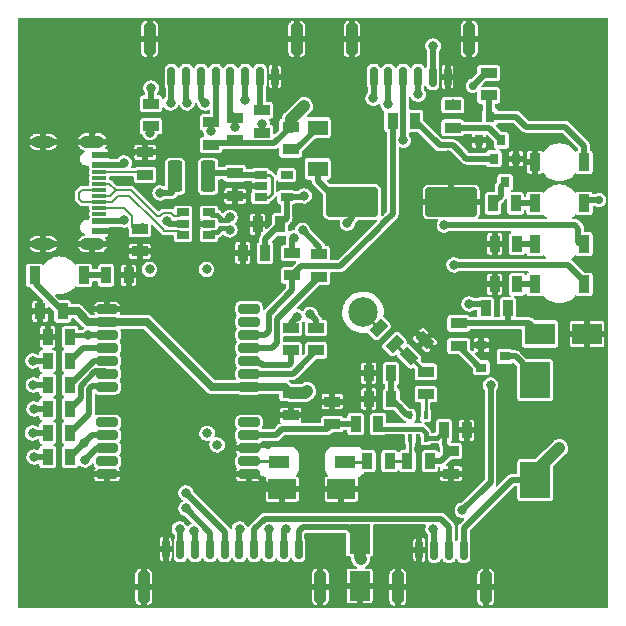
<source format=gbr>
G04 #@! TF.GenerationSoftware,KiCad,Pcbnew,(5.99.0-6591-gee6c8b60ac)*
G04 #@! TF.CreationDate,2020-11-09T16:27:33+01:00*
G04 #@! TF.ProjectId,TFGPS01A,54464750-5330-4314-912e-6b696361645f,REV*
G04 #@! TF.SameCoordinates,Original*
G04 #@! TF.FileFunction,Copper,L4,Bot*
G04 #@! TF.FilePolarity,Positive*
%FSLAX46Y46*%
G04 Gerber Fmt 4.6, Leading zero omitted, Abs format (unit mm)*
G04 Created by KiCad (PCBNEW (5.99.0-6591-gee6c8b60ac)) date 2020-11-09 16:27:33*
%MOMM*%
%LPD*%
G01*
G04 APERTURE LIST*
G04 Aperture macros list*
%AMRoundRect*
0 Rectangle with rounded corners*
0 $1 Rounding radius*
0 $2 $3 $4 $5 $6 $7 $8 $9 X,Y pos of 4 corners*
0 Add a 4 corners polygon primitive as box body*
4,1,4,$2,$3,$4,$5,$6,$7,$8,$9,$2,$3,0*
0 Add four circle primitives for the rounded corners*
1,1,$1+$1,$2,$3,0*
1,1,$1+$1,$4,$5,0*
1,1,$1+$1,$6,$7,0*
1,1,$1+$1,$8,$9,0*
0 Add four rect primitives between the rounded corners*
20,1,$1+$1,$2,$3,$4,$5,0*
20,1,$1+$1,$4,$5,$6,$7,0*
20,1,$1+$1,$6,$7,$8,$9,0*
20,1,$1+$1,$8,$9,$2,$3,0*%
%AMRotRect*
0 Rectangle, with rotation*
0 The origin of the aperture is its center*
0 $1 length*
0 $2 width*
0 $3 Rotation angle, in degrees counterclockwise*
0 Add horizontal line*
21,1,$1,$2,0,0,$3*%
G04 Aperture macros list end*
G04 #@! TA.AperFunction,ComponentPad*
%ADD10C,6.000000*%
G04 #@! TD*
G04 #@! TA.AperFunction,SMDPad,CuDef*
%ADD11C,2.500000*%
G04 #@! TD*
G04 #@! TA.AperFunction,SMDPad,CuDef*
%ADD12R,1.700000X1.300000*%
G04 #@! TD*
G04 #@! TA.AperFunction,SMDPad,CuDef*
%ADD13R,0.889000X1.397000*%
G04 #@! TD*
G04 #@! TA.AperFunction,SMDPad,CuDef*
%ADD14R,1.060000X0.650000*%
G04 #@! TD*
G04 #@! TA.AperFunction,SMDPad,CuDef*
%ADD15R,1.150000X0.600000*%
G04 #@! TD*
G04 #@! TA.AperFunction,SMDPad,CuDef*
%ADD16R,1.150000X0.300000*%
G04 #@! TD*
G04 #@! TA.AperFunction,ComponentPad*
%ADD17O,2.000000X1.000000*%
G04 #@! TD*
G04 #@! TA.AperFunction,ComponentPad*
%ADD18O,2.100000X1.050000*%
G04 #@! TD*
G04 #@! TA.AperFunction,SMDPad,CuDef*
%ADD19R,1.397000X0.889000*%
G04 #@! TD*
G04 #@! TA.AperFunction,SMDPad,CuDef*
%ADD20R,0.400000X0.650000*%
G04 #@! TD*
G04 #@! TA.AperFunction,SMDPad,CuDef*
%ADD21R,0.950000X1.500000*%
G04 #@! TD*
G04 #@! TA.AperFunction,SMDPad,CuDef*
%ADD22R,0.800000X0.900000*%
G04 #@! TD*
G04 #@! TA.AperFunction,SMDPad,CuDef*
%ADD23RoundRect,0.150000X-0.150000X-0.700000X0.150000X-0.700000X0.150000X0.700000X-0.150000X0.700000X0*%
G04 #@! TD*
G04 #@! TA.AperFunction,SMDPad,CuDef*
%ADD24RoundRect,0.250000X-0.250000X-1.100000X0.250000X-1.100000X0.250000X1.100000X-0.250000X1.100000X0*%
G04 #@! TD*
G04 #@! TA.AperFunction,SMDPad,CuDef*
%ADD25R,1.800000X2.500000*%
G04 #@! TD*
G04 #@! TA.AperFunction,SMDPad,CuDef*
%ADD26RoundRect,0.150000X0.150000X0.700000X-0.150000X0.700000X-0.150000X-0.700000X0.150000X-0.700000X0*%
G04 #@! TD*
G04 #@! TA.AperFunction,SMDPad,CuDef*
%ADD27RoundRect,0.250000X0.250000X1.100000X-0.250000X1.100000X-0.250000X-1.100000X0.250000X-1.100000X0*%
G04 #@! TD*
G04 #@! TA.AperFunction,SMDPad,CuDef*
%ADD28R,2.500000X1.800000*%
G04 #@! TD*
G04 #@! TA.AperFunction,SMDPad,CuDef*
%ADD29RoundRect,0.250000X-0.375000X-1.075000X0.375000X-1.075000X0.375000X1.075000X-0.375000X1.075000X0*%
G04 #@! TD*
G04 #@! TA.AperFunction,SMDPad,CuDef*
%ADD30RotRect,0.889000X1.397000X225.000000*%
G04 #@! TD*
G04 #@! TA.AperFunction,SMDPad,CuDef*
%ADD31RoundRect,0.200000X0.700000X0.200000X-0.700000X0.200000X-0.700000X-0.200000X0.700000X-0.200000X0*%
G04 #@! TD*
G04 #@! TA.AperFunction,SMDPad,CuDef*
%ADD32RoundRect,0.250000X-1.950000X-1.000000X1.950000X-1.000000X1.950000X1.000000X-1.950000X1.000000X0*%
G04 #@! TD*
G04 #@! TA.AperFunction,SMDPad,CuDef*
%ADD33R,0.900000X0.800000*%
G04 #@! TD*
G04 #@! TA.AperFunction,SMDPad,CuDef*
%ADD34RotRect,0.889000X1.397000X135.000000*%
G04 #@! TD*
G04 #@! TA.AperFunction,SMDPad,CuDef*
%ADD35R,1.800000X1.000000*%
G04 #@! TD*
G04 #@! TA.AperFunction,SMDPad,CuDef*
%ADD36R,2.400000X1.700000*%
G04 #@! TD*
G04 #@! TA.AperFunction,SMDPad,CuDef*
%ADD37R,2.500000X3.050000*%
G04 #@! TD*
G04 #@! TA.AperFunction,ViaPad*
%ADD38C,0.800000*%
G04 #@! TD*
G04 #@! TA.AperFunction,ViaPad*
%ADD39C,0.700000*%
G04 #@! TD*
G04 #@! TA.AperFunction,ViaPad*
%ADD40C,0.600000*%
G04 #@! TD*
G04 #@! TA.AperFunction,Conductor*
%ADD41C,0.400000*%
G04 #@! TD*
G04 #@! TA.AperFunction,Conductor*
%ADD42C,0.500000*%
G04 #@! TD*
G04 #@! TA.AperFunction,Conductor*
%ADD43C,0.300000*%
G04 #@! TD*
G04 #@! TA.AperFunction,Conductor*
%ADD44C,0.261000*%
G04 #@! TD*
G04 #@! TA.AperFunction,Conductor*
%ADD45C,1.000000*%
G04 #@! TD*
G04 #@! TA.AperFunction,Conductor*
%ADD46C,0.700000*%
G04 #@! TD*
G04 #@! TA.AperFunction,Conductor*
%ADD47C,0.250000*%
G04 #@! TD*
G04 #@! TA.AperFunction,Conductor*
%ADD48C,0.200000*%
G04 #@! TD*
G04 APERTURE END LIST*
D10*
X45420000Y5380000D03*
X5380000Y5380000D03*
X45420000Y45420000D03*
D11*
X29626000Y25450000D03*
D10*
X5380000Y45420000D03*
D12*
X25781000Y37592000D03*
X25781000Y41092000D03*
D13*
X42672000Y27813000D03*
X40767000Y27813000D03*
D14*
X16594000Y33904000D03*
X16594000Y32954000D03*
X16594000Y32004000D03*
X14394000Y32004000D03*
X14394000Y32954000D03*
X14394000Y33904000D03*
D15*
X7295000Y32360000D03*
X7295000Y33160000D03*
D16*
X7295000Y34310000D03*
X7295000Y35310000D03*
X7295000Y35810000D03*
X7295000Y36810000D03*
D15*
X7295000Y38760000D03*
X7295000Y37960000D03*
D16*
X7295000Y37310000D03*
X7295000Y36310000D03*
X7295000Y34810000D03*
X7295000Y33810000D03*
D17*
X2540000Y31240000D03*
X2540000Y39880000D03*
D18*
X6720000Y31240000D03*
X6720000Y39880000D03*
D19*
X25908000Y28448000D03*
X25908000Y30353000D03*
D20*
X33619555Y16714043D03*
X34269555Y16714043D03*
X34919555Y16714043D03*
X34919555Y14814043D03*
X34269555Y14814043D03*
X33619555Y14814043D03*
D21*
X44185000Y27813000D03*
X48335000Y27813000D03*
D22*
X40706000Y38465000D03*
X42606000Y38465000D03*
X41656000Y36465000D03*
D13*
X4826000Y15240000D03*
X2921000Y15240000D03*
D19*
X23495000Y22225000D03*
X23495000Y24130000D03*
D13*
X40005000Y25781000D03*
X41910000Y25781000D03*
X32022394Y18110402D03*
X30117394Y18110402D03*
D23*
X13405000Y45394000D03*
X14655000Y45394000D03*
X15905000Y45394000D03*
X17155000Y45394000D03*
X18405000Y45394000D03*
X19655000Y45394000D03*
X20905000Y45394000D03*
X22155000Y45394000D03*
D24*
X11555000Y48594000D03*
X24005000Y48594000D03*
D13*
X32131000Y41656000D03*
X34036000Y41656000D03*
D21*
X44185000Y31242000D03*
X48335000Y31242000D03*
D19*
X23495000Y18632500D03*
X23495000Y16727500D03*
D21*
X44185000Y34671000D03*
X48335000Y34671000D03*
D19*
X18796000Y37211000D03*
X18796000Y35306000D03*
D13*
X21336000Y30480000D03*
X19431000Y30480000D03*
D19*
X18796000Y40005000D03*
X18796000Y41910000D03*
D25*
X29337000Y6286000D03*
X29337000Y2286000D03*
D13*
X22606000Y32893000D03*
X20701000Y32893000D03*
X42672000Y31242000D03*
X40767000Y31242000D03*
D19*
X37719000Y24511000D03*
X37719000Y22606000D03*
X40259000Y45720000D03*
X40259000Y43815000D03*
D26*
X38155000Y5359000D03*
X36905000Y5359000D03*
X35655000Y5359000D03*
X34405000Y5359000D03*
D27*
X32555000Y2159000D03*
X40005000Y2159000D03*
D19*
X11176000Y37084000D03*
X11176000Y38989000D03*
X21082000Y40640000D03*
X21082000Y42545000D03*
D13*
X4191000Y25527000D03*
X2286000Y25527000D03*
D28*
X44609000Y23622000D03*
X48609000Y23622000D03*
D19*
X11684000Y41211500D03*
X11684000Y43116500D03*
X37211000Y42989500D03*
X37211000Y41084500D03*
D13*
X4826000Y17272000D03*
X2921000Y17272000D03*
D21*
X44185000Y38147000D03*
X48335000Y38147000D03*
D29*
X13710000Y36957000D03*
X16510000Y36957000D03*
D13*
X29984176Y12856902D03*
X31889176Y12856902D03*
X42545000Y34671000D03*
X40640000Y34671000D03*
D30*
X34858973Y23098823D03*
X33511935Y21751785D03*
D19*
X34939148Y18522534D03*
X34939148Y20427534D03*
D31*
X19970000Y25732500D03*
X19970000Y24632500D03*
X19970000Y23532500D03*
X19970000Y22432500D03*
X19970000Y21332500D03*
X19970000Y20232500D03*
X19970000Y19132500D03*
X19970000Y16132500D03*
X19970000Y15032500D03*
X19970000Y13932500D03*
X19970000Y12832500D03*
X19970000Y11732500D03*
X7970000Y11732500D03*
X7970000Y12832500D03*
X7970000Y13932500D03*
X7970000Y15032500D03*
X7970000Y16132500D03*
X7970000Y19132500D03*
X7970000Y20232500D03*
X7970000Y21332500D03*
X7970000Y22432500D03*
X7970000Y23532500D03*
X7970000Y24632500D03*
X7970000Y25732500D03*
D19*
X27030193Y15992908D03*
X27030193Y17897908D03*
D13*
X4826000Y21336000D03*
X2921000Y21336000D03*
X30907309Y15988598D03*
X29002309Y15988598D03*
D19*
X37084000Y13703300D03*
X37084000Y11798300D03*
X16764000Y39624000D03*
X16764000Y41529000D03*
D23*
X30530000Y45394000D03*
X31780000Y45394000D03*
X33030000Y45394000D03*
X34280000Y45394000D03*
X35530000Y45394000D03*
X36780000Y45394000D03*
D24*
X28680000Y48594000D03*
X38630000Y48594000D03*
D13*
X4826000Y13208000D03*
X2921000Y13208000D03*
D19*
X25654000Y22225000D03*
X25654000Y24130000D03*
D32*
X28702000Y34798000D03*
X37102000Y34798000D03*
D19*
X23495000Y41148000D03*
X23495000Y39243000D03*
D33*
X39640000Y20767000D03*
X39640000Y22667000D03*
X41640000Y21717000D03*
D13*
X7874000Y28575000D03*
X9779000Y28575000D03*
D34*
X32310981Y22780941D03*
X30963943Y24127979D03*
D21*
X5980000Y28575000D03*
X1830000Y28575000D03*
D13*
X4826000Y23368000D03*
X2921000Y23368000D03*
D35*
X28093579Y12783639D03*
X22493579Y12783639D03*
D36*
X22793579Y10483639D03*
X27793579Y10483639D03*
D14*
X20955000Y35184000D03*
X20955000Y36134000D03*
X20955000Y37084000D03*
X23155000Y37084000D03*
X23155000Y35184000D03*
D26*
X24167000Y5406000D03*
X22917000Y5406000D03*
X21667000Y5406000D03*
X20417000Y5406000D03*
X19167000Y5406000D03*
X17917000Y5406000D03*
X16667000Y5406000D03*
X15417000Y5406000D03*
X14167000Y5406000D03*
X12917000Y5406000D03*
D27*
X26017000Y2206000D03*
X11067000Y2206000D03*
D13*
X32003945Y20282176D03*
X30098945Y20282176D03*
D19*
X23622000Y28575000D03*
X23622000Y30480000D03*
X10731501Y32512001D03*
X10731501Y30607001D03*
D13*
X36484510Y15445608D03*
X38389510Y15445608D03*
X4826000Y19304000D03*
X2921000Y19304000D03*
D37*
X44196000Y11269000D03*
X44196000Y19719000D03*
D22*
X41336000Y40021000D03*
X39436000Y40021000D03*
X40386000Y42021000D03*
D13*
X35291384Y12864203D03*
X33386384Y12864203D03*
D38*
X19685000Y28575000D03*
X40640000Y48260000D03*
X36423600Y19812000D03*
X11430000Y12700000D03*
X18223610Y16246499D03*
X3810000Y38100000D03*
X3810000Y33020000D03*
X33426400Y23977600D03*
D39*
X34578000Y11430000D03*
D38*
X31115000Y38735000D03*
D40*
X44831000Y39624000D03*
D38*
X10160000Y9525000D03*
D39*
X35526400Y11430000D03*
D38*
X28549600Y19202400D03*
X41910000Y16510000D03*
X37388800Y28041600D03*
D39*
X32867600Y14173200D03*
D38*
X30073600Y20218400D03*
X9525000Y49530000D03*
D39*
X22961600Y14528800D03*
D38*
X16510000Y24765000D03*
D39*
X30784400Y11430000D03*
D38*
X32004000Y25400000D03*
X28448000Y20421600D03*
X31699200Y26466800D03*
D39*
X25857200Y12446000D03*
D38*
X31750000Y6985000D03*
X24130000Y44450000D03*
X11430000Y11430000D03*
X30480000Y22453600D03*
X35560000Y37465000D03*
X20747970Y28367969D03*
X31242000Y21742400D03*
D39*
X34300065Y13919200D03*
D38*
X29845000Y38735000D03*
X10160000Y8255000D03*
X33375600Y19050000D03*
X25247600Y16560800D03*
X40640000Y5080000D03*
X29667200Y23164800D03*
X15240000Y23495000D03*
X35610800Y27838400D03*
D39*
X24079200Y14427200D03*
D38*
X35356800Y21640800D03*
X29260800Y22199600D03*
D39*
X29870400Y11430000D03*
D38*
X31140400Y27381200D03*
X16510000Y21590000D03*
X32054800Y14325600D03*
X36423600Y20878800D03*
X8890000Y5080000D03*
X31115000Y37465000D03*
X27381200Y25298400D03*
X27076400Y19304000D03*
D39*
X34188400Y17475200D03*
D38*
X32715200Y24688800D03*
X17780000Y23495000D03*
X29845000Y37465000D03*
X9525000Y48260000D03*
X8890000Y2540000D03*
D40*
X43688000Y39624000D03*
D39*
X24790400Y12446000D03*
D38*
X41910000Y48260000D03*
X8890000Y3810000D03*
X35864800Y16814800D03*
X8890000Y1270000D03*
X35560000Y38735000D03*
D39*
X26568400Y14478000D03*
D38*
X37592000Y21209000D03*
X13335000Y11430000D03*
X38201600Y17780000D03*
X30480000Y41910000D03*
X28143200Y27279600D03*
X27178000Y4826000D03*
X28575000Y37465000D03*
X27482800Y26466800D03*
X29057600Y27736800D03*
X28575000Y38735000D03*
X28549600Y21488400D03*
X41275000Y6350000D03*
X36423600Y18694400D03*
D39*
X32681200Y11430000D03*
X31732800Y11430000D03*
D38*
X27686000Y24180800D03*
X3810000Y36830000D03*
D40*
X34338884Y12864203D03*
D38*
X41275000Y18415000D03*
X28575000Y44450000D03*
D40*
X39497000Y37211000D03*
D38*
X33324800Y20167600D03*
X29972000Y14325600D03*
X25857200Y11125200D03*
X3810000Y35560000D03*
X12065000Y20320000D03*
D39*
X24790400Y13716000D03*
D38*
X24130000Y45720000D03*
X30124400Y18084800D03*
X33324800Y27178000D03*
X3810000Y34290000D03*
X11430000Y8255000D03*
X35814000Y24130000D03*
X27432000Y22199600D03*
X27686000Y14732000D03*
X31013400Y14325600D03*
X38354000Y20320000D03*
X10160000Y16510000D03*
X13335000Y12700000D03*
X36830000Y37465000D03*
X24688800Y11074400D03*
X11430000Y9525000D03*
X49530000Y13970000D03*
X36830000Y38735000D03*
X28702000Y17729200D03*
X28854400Y14579600D03*
X21742400Y16052800D03*
D39*
X33477200Y18034000D03*
X21590000Y14224000D03*
D38*
X28575000Y40005000D03*
D39*
X33629600Y11430000D03*
D38*
X36525200Y17576800D03*
X28549600Y23418800D03*
X30124400Y27736800D03*
X26670000Y45720000D03*
D39*
X25806400Y13766800D03*
D38*
X28305725Y33013021D03*
X6350000Y23495000D03*
X24638000Y35306000D03*
X24638000Y42926000D03*
X24892000Y18796000D03*
X35560000Y48006000D03*
D39*
X49614001Y34967999D03*
D38*
X29464000Y4572000D03*
X9398000Y33274000D03*
X46228000Y13970000D03*
X12446000Y35560000D03*
X13019000Y33147000D03*
D39*
X38925500Y44640500D03*
D38*
X9398000Y38100000D03*
X14626252Y8843348D03*
X37211000Y43053000D03*
X31750000Y43053000D03*
X37338000Y29464000D03*
X17272000Y14224000D03*
X6096000Y12954000D03*
X38608000Y26162000D03*
X34290000Y43903000D03*
X40424999Y19288997D03*
X14097000Y7112000D03*
X38030074Y8692139D03*
X16421990Y15212785D03*
X36499999Y32842001D03*
X5969000Y14351000D03*
X14630400Y10160000D03*
X33020000Y40005000D03*
X19177000Y7112000D03*
X35560000Y7112000D03*
X1727200Y19304000D03*
X21639041Y7101959D03*
X21082000Y41402000D03*
X11596000Y40654794D03*
X23114000Y7112000D03*
X11557000Y29083000D03*
X1676400Y21336000D03*
X1651000Y15240000D03*
X16764000Y40779989D03*
X1778000Y17272000D03*
X18796000Y41148000D03*
X13335000Y43180000D03*
X23749000Y31750000D03*
X24517223Y32390186D03*
X14732000Y43180000D03*
X16383000Y29083000D03*
X1778000Y13208000D03*
X16256000Y43180000D03*
X11684000Y44450000D03*
X19655000Y43464000D03*
X18359977Y32429000D03*
X24057948Y25091052D03*
X25146000Y25273000D03*
X18359977Y33479000D03*
X15324759Y6942759D03*
X30480000Y43561000D03*
D41*
X20910044Y14224000D02*
X21119712Y14224000D01*
X19970000Y13932500D02*
X20618544Y13932500D01*
X34269555Y16714043D02*
X34269555Y17154743D01*
X33528000Y17896298D02*
X33528000Y19304000D01*
X34269555Y13949710D02*
X34300065Y13919200D01*
D42*
X20955000Y36134000D02*
X18796000Y36134000D01*
D41*
X34269555Y17154743D02*
X33528000Y17896298D01*
X20618544Y13932500D02*
X20910044Y14224000D01*
X19970000Y11732500D02*
X20576300Y11732500D01*
D42*
X18796000Y36134000D02*
X18796000Y35306000D01*
D41*
X34269555Y14814043D02*
X34269555Y13949710D01*
X21825161Y10483639D02*
X22793579Y10483639D01*
X20576300Y11732500D02*
X21825161Y10483639D01*
D42*
X28702000Y34798000D02*
X27584400Y34798000D01*
X7970000Y23532500D02*
X6387500Y23532500D01*
X27584400Y34798000D02*
X25781000Y36601400D01*
X28702000Y34798000D02*
X28702000Y33409296D01*
X28702000Y33409296D02*
X28305725Y33013021D01*
X25781000Y36601400D02*
X25781000Y37592000D01*
D41*
X6350000Y23495000D02*
X4953000Y23495000D01*
D42*
X6387500Y23532500D02*
X6350000Y23495000D01*
D41*
X4953000Y23495000D02*
X4826000Y23368000D01*
D43*
X29626000Y25450000D02*
X29828400Y25247600D01*
D42*
X30963943Y24127979D02*
X30939221Y24127979D01*
X30939221Y24127979D02*
X30916601Y24150599D01*
D44*
X30963943Y24127979D02*
X30863021Y24127979D01*
D42*
X30948021Y24127979D02*
X30963943Y24127979D01*
D44*
X30863021Y24127979D02*
X30480000Y24511000D01*
D42*
X16764000Y39624000D02*
X16885490Y39745490D01*
D45*
X24728500Y18632500D02*
X24892000Y18796000D01*
D46*
X11333900Y24632500D02*
X16833900Y19132500D01*
D42*
X23155000Y33442000D02*
X22606000Y32893000D01*
D46*
X7970000Y24632500D02*
X6355500Y24632500D01*
D42*
X24516000Y35184000D02*
X24638000Y35306000D01*
X23495000Y41148000D02*
X22092490Y39745490D01*
D46*
X7970000Y24632500D02*
X11333900Y24632500D01*
X16833900Y19132500D02*
X19970000Y19132500D01*
X19970000Y19132500D02*
X22995000Y19132500D01*
D42*
X1905000Y27813000D02*
X4191000Y25527000D01*
X23155000Y35184000D02*
X23155000Y33442000D01*
D46*
X5461000Y25527000D02*
X4191000Y25527000D01*
D45*
X23495000Y18632500D02*
X24728500Y18632500D01*
D42*
X16885490Y39745490D02*
X19679490Y39745490D01*
X19679490Y39745490D02*
X19055510Y39745490D01*
D46*
X6355500Y24632500D02*
X5461000Y25527000D01*
D42*
X22092490Y39745490D02*
X19679490Y39745490D01*
D45*
X23495000Y41783000D02*
X24638000Y42926000D01*
D46*
X22995000Y19132500D02*
X23495000Y18632500D01*
D42*
X21336000Y30480000D02*
X21336000Y31623000D01*
X21336000Y31623000D02*
X22606000Y32893000D01*
X1905000Y28575000D02*
X1905000Y27813000D01*
X23155000Y35184000D02*
X24516000Y35184000D01*
D45*
X23495000Y41148000D02*
X23495000Y41783000D01*
D42*
X19055510Y39745490D02*
X18796000Y40005000D01*
X44196000Y19719000D02*
X44196000Y20066000D01*
X42799000Y21463000D02*
X42545000Y21717000D01*
X44196000Y20066000D02*
X42799000Y21463000D01*
X42545000Y21717000D02*
X41640000Y21717000D01*
X43212000Y20703000D02*
X44196000Y19719000D01*
X23932000Y39243000D02*
X25781000Y41092000D01*
X23495000Y39243000D02*
X23932000Y39243000D01*
X49614001Y34967999D02*
X48631999Y34967999D01*
X42257000Y11269000D02*
X44196000Y11269000D01*
X29337000Y6286000D02*
X28337000Y7286000D01*
X35530000Y47976000D02*
X35560000Y48006000D01*
X7930000Y33160000D02*
X8496000Y33160000D01*
X35530000Y45394000D02*
X35530000Y47976000D01*
X9284000Y33160000D02*
X9398000Y33274000D01*
X24558000Y7286000D02*
X28337000Y7286000D01*
X8496000Y33160000D02*
X7295000Y33160000D01*
X13462000Y35560000D02*
X13462000Y36709000D01*
X38155000Y7167000D02*
X41910000Y10922000D01*
X40259000Y45720000D02*
X40005000Y45720000D01*
X7930000Y37960000D02*
X9258000Y37960000D01*
X12446000Y35560000D02*
X13462000Y35560000D01*
X41910000Y10922000D02*
X42257000Y11269000D01*
X8496000Y33160000D02*
X9284000Y33160000D01*
X14394000Y32954000D02*
X13212000Y32954000D01*
X7295000Y37960000D02*
X7930000Y37960000D01*
X38155000Y5359000D02*
X38155000Y7167000D01*
X48631999Y34967999D02*
X48335000Y34671000D01*
X24167000Y6895000D02*
X24558000Y7286000D01*
D45*
X29337000Y4699000D02*
X29464000Y4572000D01*
D42*
X13212000Y32954000D02*
X13019000Y33147000D01*
X9258000Y37960000D02*
X9398000Y38100000D01*
D45*
X29337000Y6286000D02*
X29337000Y4699000D01*
D42*
X40005000Y45720000D02*
X38925500Y44640500D01*
D45*
X44196000Y11269000D02*
X44196000Y11938000D01*
D42*
X13462000Y36709000D02*
X13710000Y36957000D01*
X24167000Y5406000D02*
X24167000Y6895000D01*
D45*
X44196000Y11938000D02*
X46228000Y13970000D01*
D42*
X5905000Y28575000D02*
X7874000Y28575000D01*
D47*
X20955000Y35184000D02*
X21620400Y35184000D01*
X21894800Y35458400D02*
X21894800Y36880800D01*
D42*
X16764000Y37211000D02*
X16510000Y36957000D01*
D47*
X21691600Y37084000D02*
X20955000Y37084000D01*
D42*
X18796000Y37211000D02*
X16764000Y37211000D01*
D47*
X21620400Y35184000D02*
X21894800Y35458400D01*
D42*
X20955000Y37084000D02*
X18923000Y37084000D01*
X18923000Y37084000D02*
X18796000Y37211000D01*
D47*
X21894800Y36880800D02*
X21691600Y37084000D01*
D42*
X27030193Y15992908D02*
X26594785Y15557500D01*
X26594785Y15557500D02*
X22775400Y15557500D01*
X22775400Y15557500D02*
X22250400Y15032500D01*
X27030193Y15992908D02*
X28997999Y15992908D01*
X22250400Y15032500D02*
X19970000Y15032500D01*
X28997999Y15992908D02*
X29002309Y15988598D01*
D48*
X14394000Y33904000D02*
X14069010Y33579010D01*
X8674590Y35785000D02*
X8861000Y35785000D01*
X12183099Y33601101D02*
X9999200Y35785000D01*
X12437099Y33601101D02*
X12183099Y33601101D01*
X13622992Y33579010D02*
X13355001Y33847001D01*
X12682999Y33847001D02*
X12437099Y33601101D01*
X14069010Y33579010D02*
X13622992Y33579010D01*
X8199590Y35310000D02*
X8674590Y35785000D01*
X8149590Y36310000D02*
X8674590Y35785000D01*
X13355001Y33847001D02*
X12682999Y33847001D01*
X7295000Y35310000D02*
X8199590Y35310000D01*
X7295000Y36310000D02*
X8149590Y36310000D01*
X9999200Y35785000D02*
X8861000Y35785000D01*
X11905900Y33241900D02*
X12658999Y32488801D01*
X12801008Y32328990D02*
X12658999Y32470999D01*
X14394000Y32004000D02*
X14069010Y32328990D01*
X5846000Y35810000D02*
X5596000Y35560000D01*
X11905900Y33241900D02*
X9812800Y35335000D01*
X12658999Y32488801D02*
X12658999Y32470999D01*
X5830000Y34810000D02*
X7295000Y34810000D01*
X5588000Y35052000D02*
X5830000Y34810000D01*
X5588000Y35552000D02*
X5588000Y35052000D01*
X9812800Y35335000D02*
X8861000Y35335000D01*
X14069010Y32328990D02*
X12801008Y32328990D01*
X8336000Y34810000D02*
X8861000Y35335000D01*
X7295000Y34810000D02*
X8336000Y34810000D01*
X5596000Y35560000D02*
X5588000Y35552000D01*
X7295000Y35810000D02*
X5846000Y35810000D01*
D41*
X34585245Y15589053D02*
X34919555Y15254743D01*
D42*
X30907309Y15744851D02*
X31063107Y15589053D01*
D41*
X36484510Y14302790D02*
X37084000Y13703300D01*
D42*
X35291384Y12864203D02*
X35291384Y13021191D01*
D41*
X34919555Y14814043D02*
X35852945Y14814043D01*
D42*
X35291384Y12864203D02*
X36244903Y12864203D01*
D41*
X35852945Y14814043D02*
X36484510Y15445608D01*
X36484510Y15445608D02*
X36484510Y14302790D01*
X31063107Y15589053D02*
X34585245Y15589053D01*
D42*
X30907309Y15988598D02*
X30907309Y15744851D01*
X36244903Y12864203D02*
X37084000Y13703300D01*
D41*
X34919555Y15254743D02*
X34919555Y14814043D01*
D44*
X29910913Y12783639D02*
X29984176Y12856902D01*
X28093579Y12783639D02*
X29910913Y12783639D01*
X33619555Y13097374D02*
X33386384Y12864203D01*
X31889176Y12856902D02*
X33379083Y12856902D01*
X33379083Y12856902D02*
X33386384Y12864203D01*
X33619555Y14814043D02*
X33619555Y13097374D01*
D42*
X32022394Y18110402D02*
X32820623Y17312173D01*
X32820623Y17271991D02*
X33378571Y16714043D01*
X32003945Y18128851D02*
X32022394Y18110402D01*
X33378571Y16714043D02*
X33619555Y16714043D01*
X32003945Y20282176D02*
X32003945Y18128851D01*
X32820623Y17312173D02*
X32820623Y17271991D01*
D44*
X33511935Y21751785D02*
X33340137Y21751785D01*
D42*
X32310981Y22780941D02*
X32585741Y22780941D01*
X34770258Y20427534D02*
X34939148Y20427534D01*
D44*
X34836186Y20427534D02*
X33511935Y21751785D01*
X33340137Y21751785D02*
X32310981Y22780941D01*
X34939148Y20427534D02*
X34836186Y20427534D01*
D42*
X43720000Y24511000D02*
X41910000Y24511000D01*
X41910000Y25781000D02*
X41910000Y24511000D01*
X41910000Y24511000D02*
X37719000Y24511000D01*
X44609000Y23622000D02*
X43720000Y24511000D01*
X32131000Y41656000D02*
X32131000Y33766966D01*
X21646480Y23876000D02*
X21646480Y25329480D01*
X32131000Y33766966D02*
X31694017Y33329983D01*
X21302980Y23532500D02*
X21646480Y23876000D01*
X30805017Y32440983D02*
X31440017Y33075983D01*
X23622000Y27305000D02*
X23622000Y28575000D01*
X31694017Y33329983D02*
X31440017Y33075983D01*
X21646480Y25329480D02*
X23622000Y27305000D01*
X27706544Y29342510D02*
X30805017Y32440983D01*
X23622000Y28575000D02*
X24389510Y29342510D01*
X24389510Y29342510D02*
X27706544Y29342510D01*
X31965001Y33600967D02*
X31694017Y33329983D01*
X19970000Y23532500D02*
X21302980Y23532500D01*
X16667000Y5406000D02*
X16667000Y6802600D01*
X16667000Y6802600D02*
X14626252Y8843348D01*
X31780000Y45394000D02*
X31780000Y43083000D01*
X31780000Y43083000D02*
X31750000Y43053000D01*
X37211000Y42989500D02*
X37211000Y43053000D01*
X31623000Y43180000D02*
X31750000Y43053000D01*
X48260000Y27813000D02*
X48260000Y28194000D01*
X7970000Y13932500D02*
X7074500Y13932500D01*
X7074500Y13932500D02*
X6096000Y12954000D01*
X48260000Y28194000D02*
X46990000Y29464000D01*
X46990000Y29464000D02*
X37338000Y29464000D01*
X40424999Y11087064D02*
X40005000Y10667065D01*
X38608000Y26162000D02*
X39624000Y26162000D01*
X14167000Y5406000D02*
X14167000Y7042000D01*
X34280000Y43913000D02*
X34290000Y43903000D01*
X38030074Y8692139D02*
X40005000Y10667065D01*
X14167000Y7042000D02*
X14097000Y7112000D01*
X39624000Y26162000D02*
X40005000Y25781000D01*
X40424999Y19288997D02*
X40424999Y11087064D01*
X34280000Y45394000D02*
X34280000Y43913000D01*
X6650500Y15032500D02*
X5969000Y14351000D01*
X48006000Y31242000D02*
X47860001Y31387999D01*
X48260000Y31242000D02*
X48006000Y31242000D01*
X7970000Y15032500D02*
X6650500Y15032500D01*
X4826000Y13208000D02*
X5969000Y14351000D01*
X47860001Y31387999D02*
X47860001Y32542997D01*
X47560997Y32842001D02*
X36499999Y32842001D01*
X47860001Y32542997D02*
X47560997Y32842001D01*
X20959954Y21132510D02*
X21109964Y20982500D01*
X23350839Y20982500D02*
X23495000Y21126661D01*
X21109964Y20982500D02*
X23350839Y20982500D01*
X23495000Y21126661D02*
X23495000Y22225000D01*
X20169990Y21132510D02*
X20959954Y21132510D01*
X19970000Y21332500D02*
X20169990Y21132510D01*
X24025330Y20596330D02*
X25654000Y22225000D01*
X23661500Y20232500D02*
X24025330Y20596330D01*
X19970000Y20232500D02*
X23661500Y20232500D01*
X6854500Y21332500D02*
X4826000Y19304000D01*
X7970000Y21332500D02*
X6854500Y21332500D01*
X33030000Y40015000D02*
X33020000Y40005000D01*
X33030000Y45394000D02*
X33030000Y40015000D01*
X17917000Y6873400D02*
X14630400Y10160000D01*
X17917000Y5406000D02*
X17917000Y6873400D01*
X44185000Y34671000D02*
X42545000Y34671000D01*
X42672000Y31242000D02*
X44260000Y31242000D01*
X42672000Y27813000D02*
X44260000Y27813000D01*
X35655000Y7017000D02*
X35560000Y7112000D01*
X19167000Y7102000D02*
X19177000Y7112000D01*
X35655000Y5359000D02*
X35655000Y7017000D01*
X19167000Y5406000D02*
X19167000Y7102000D01*
X20417000Y7082000D02*
X21321010Y7986010D01*
X36905000Y7291000D02*
X36905000Y5359000D01*
X21321010Y7986010D02*
X36209990Y7986010D01*
X36209990Y7986010D02*
X36905000Y7291000D01*
X20417000Y5406000D02*
X20417000Y7082000D01*
X21667000Y5406000D02*
X21667000Y7074000D01*
X2921000Y19304000D02*
X1727200Y19304000D01*
X21082000Y40640000D02*
X21082000Y41402000D01*
X21667000Y7074000D02*
X21639041Y7101959D01*
X11684000Y40742794D02*
X11596000Y40654794D01*
X22917000Y5406000D02*
X22917000Y6915000D01*
X2921000Y21336000D02*
X1676400Y21336000D01*
X11684000Y41211500D02*
X11684000Y40742794D01*
X22917000Y6915000D02*
X23114000Y7112000D01*
D44*
X22444718Y12832500D02*
X22493579Y12783639D01*
X19970000Y12832500D02*
X22444718Y12832500D01*
D42*
X34036000Y41656000D02*
X36106999Y39585001D01*
X38370000Y38465000D02*
X37719000Y39116000D01*
X36106999Y39585001D02*
X37249999Y39585001D01*
X40706000Y38465000D02*
X38370000Y38465000D01*
X37249999Y39585001D02*
X37719000Y39116000D01*
X16764000Y41529000D02*
X16764000Y40779989D01*
X17155000Y45394000D02*
X17155000Y41589800D01*
X17155000Y41589800D02*
X17068800Y41503600D01*
X2921000Y15240000D02*
X1651000Y15240000D01*
X2921000Y17272000D02*
X1778000Y17272000D01*
X18405000Y42301000D02*
X18796000Y41910000D01*
X18405000Y45394000D02*
X18405000Y42301000D01*
X18796000Y41910000D02*
X18796000Y41148000D01*
X7970000Y22432500D02*
X5922500Y22432500D01*
X5922500Y22432500D02*
X4826000Y21336000D01*
D48*
X10098001Y33610001D02*
X10098001Y32704001D01*
X9398002Y34310000D02*
X10098001Y33610001D01*
X9378000Y34310000D02*
X9398002Y34310000D01*
X10795000Y32893000D02*
X11049000Y32893000D01*
X7930000Y34310000D02*
X9378000Y34310000D01*
X7930000Y34310000D02*
X7295000Y34310000D01*
X7930000Y37310000D02*
X10950000Y37310000D01*
X7930000Y37310000D02*
X7295000Y37310000D01*
X10950000Y37310000D02*
X11176000Y37084000D01*
D42*
X6420520Y18918596D02*
X6420520Y16834520D01*
X6420520Y16834520D02*
X6350000Y16764000D01*
X6678924Y19177000D02*
X6420520Y18918596D01*
X7925500Y19177000D02*
X6678924Y19177000D01*
X7970000Y19132500D02*
X7925500Y19177000D01*
X6350000Y16764000D02*
X4826000Y15240000D01*
X5720510Y18166510D02*
X4826000Y17272000D01*
X5720510Y19208548D02*
X5720510Y18166510D01*
X7970000Y20232500D02*
X7755500Y20447000D01*
X6958962Y20447000D02*
X5720510Y19208548D01*
X7755500Y20447000D02*
X6958962Y20447000D01*
X41656000Y36465000D02*
X41275000Y36084000D01*
X41275000Y35306000D02*
X40640000Y34671000D01*
X41275000Y36084000D02*
X41275000Y35306000D01*
X39640000Y20767000D02*
X39558000Y20767000D01*
X39558000Y20767000D02*
X37719000Y22606000D01*
X13405000Y43250000D02*
X13335000Y43180000D01*
X13405000Y45394000D02*
X13405000Y43250000D01*
X23622000Y30480000D02*
X23622000Y31623000D01*
X23622000Y31623000D02*
X23749000Y31750000D01*
X22346490Y24886490D02*
X22923500Y25463500D01*
X22352000Y22860000D02*
X22346490Y22865510D01*
X22346490Y22865510D02*
X22346490Y24886490D01*
X21924500Y22432500D02*
X22352000Y22860000D01*
X22923500Y25463500D02*
X25908000Y28448000D01*
X19970000Y22432500D02*
X21924500Y22432500D01*
X25908000Y30999409D02*
X24517223Y32390186D01*
X14655000Y43257000D02*
X14732000Y43180000D01*
X14655000Y45394000D02*
X14655000Y43257000D01*
X25908000Y30353000D02*
X25908000Y30999409D01*
X15905000Y45394000D02*
X15905000Y43531000D01*
X2921000Y13208000D02*
X1778000Y13208000D01*
X15905000Y43531000D02*
X16256000Y43180000D01*
X19655000Y43464000D02*
X19685000Y43434000D01*
X19655000Y45140000D02*
X19655000Y43464000D01*
X11684000Y43116500D02*
X11684000Y44450000D01*
X20905000Y45394000D02*
X20905000Y42722000D01*
X20905000Y42722000D02*
X21082000Y42545000D01*
X20905000Y45140000D02*
X20905000Y43484000D01*
D41*
X18159977Y32629000D02*
X18359977Y32429000D01*
D42*
X23495000Y24528104D02*
X24057948Y25091052D01*
D41*
X16594000Y32004000D02*
X16818990Y32228990D01*
D42*
X23495000Y24130000D02*
X23495000Y24528104D01*
D41*
X16818990Y32228990D02*
X17289692Y32228990D01*
X17289692Y32228990D02*
X17524010Y32463308D01*
X17524010Y32629000D02*
X18159977Y32629000D01*
X17524010Y32463308D02*
X17524010Y32629000D01*
X17524010Y33444690D02*
X17524010Y33279000D01*
X17524010Y33279000D02*
X18159977Y33279000D01*
X18159977Y33279000D02*
X18359977Y33479000D01*
X17289690Y33679010D02*
X17524010Y33444690D01*
X16594000Y33904000D02*
X16818990Y33679010D01*
D42*
X25654000Y24765000D02*
X25146000Y25273000D01*
D41*
X16818990Y33679010D02*
X17289690Y33679010D01*
D42*
X25654000Y24130000D02*
X25654000Y24765000D01*
D44*
X34919555Y16714043D02*
X34939148Y16733636D01*
X34939148Y16733636D02*
X34939148Y18522534D01*
D42*
X40272500Y41084500D02*
X41336000Y40021000D01*
X37211000Y41084500D02*
X40272500Y41084500D01*
X40386000Y42021000D02*
X42561000Y42021000D01*
X48335000Y38147000D02*
X48335000Y39549000D01*
X48335000Y39549000D02*
X46714001Y41169999D01*
X40259000Y43815000D02*
X40259000Y42148000D01*
X46714001Y41169999D02*
X43412001Y41169999D01*
X40259000Y42148000D02*
X40386000Y42021000D01*
X43412001Y41169999D02*
X42561000Y42021000D01*
X15417000Y6850518D02*
X15324759Y6942759D01*
X30530000Y45394000D02*
X30530000Y43611000D01*
X15417000Y5406000D02*
X15417000Y6850518D01*
X30530000Y43611000D02*
X30480000Y43561000D01*
G04 #@! TA.AperFunction,Conductor*
G36*
X50364208Y50375178D02*
G01*
X50396000Y50307000D01*
X50396000Y34985234D01*
X50388782Y34965402D01*
X50396000Y34950764D01*
X50396001Y493000D01*
X50375179Y435792D01*
X50307001Y404000D01*
X493000Y404000D01*
X435792Y424822D01*
X404000Y493000D01*
X404000Y1932271D01*
X10362000Y1932271D01*
X10362000Y1109316D01*
X10362493Y1102722D01*
X10381125Y978791D01*
X10384994Y966215D01*
X10437796Y856253D01*
X10445199Y845362D01*
X10527996Y755793D01*
X10538268Y747562D01*
X10643754Y686291D01*
X10655984Y681450D01*
X10777204Y653353D01*
X10785502Y652238D01*
X10797317Y651773D01*
X10804265Y653997D01*
X10810787Y667295D01*
X11320999Y667295D01*
X11322493Y663189D01*
X11343986Y655057D01*
X11444208Y670125D01*
X11456784Y673994D01*
X11566746Y726796D01*
X11577637Y734199D01*
X11667206Y816996D01*
X11675437Y827268D01*
X11736708Y932754D01*
X11741549Y944984D01*
X11769647Y1066205D01*
X11770761Y1074502D01*
X11771963Y1105096D01*
X11771999Y1106896D01*
X11771999Y1932271D01*
X25312000Y1932271D01*
X25312000Y1109316D01*
X25312493Y1102722D01*
X25331125Y978791D01*
X25334994Y966215D01*
X25387796Y856253D01*
X25395199Y845362D01*
X25477996Y755793D01*
X25488268Y747562D01*
X25593754Y686291D01*
X25605984Y681450D01*
X25727204Y653353D01*
X25735502Y652238D01*
X25747317Y651773D01*
X25754265Y653997D01*
X25760787Y667295D01*
X26270999Y667295D01*
X26272493Y663189D01*
X26293986Y655057D01*
X26394208Y670125D01*
X26406784Y673994D01*
X26516746Y726796D01*
X26527637Y734199D01*
X26617206Y816996D01*
X26625437Y827268D01*
X26686708Y932754D01*
X26691549Y944984D01*
X26719647Y1066205D01*
X26720761Y1074502D01*
X26721963Y1105096D01*
X26721999Y1106896D01*
X26721999Y1936306D01*
X26719152Y1944127D01*
X26702269Y1952000D01*
X26286694Y1952000D01*
X26278873Y1949153D01*
X26271000Y1932270D01*
X26270999Y667295D01*
X25760787Y667295D01*
X25763000Y671807D01*
X25763001Y1936307D01*
X25760154Y1944128D01*
X25743271Y1952001D01*
X25327694Y1952001D01*
X25319873Y1949154D01*
X25312000Y1932271D01*
X11771999Y1932271D01*
X11771999Y1936306D01*
X11769152Y1944127D01*
X11752269Y1952000D01*
X11336694Y1952000D01*
X11328873Y1949153D01*
X11321000Y1932270D01*
X11320999Y667295D01*
X10810787Y667295D01*
X10813000Y671807D01*
X10813001Y1936307D01*
X10810154Y1944128D01*
X10793271Y1952001D01*
X10377694Y1952001D01*
X10369873Y1949154D01*
X10362000Y1932271D01*
X404000Y1932271D01*
X404000Y2012271D01*
X28232000Y2012271D01*
X28232000Y1040367D01*
X28232852Y1031718D01*
X28245895Y966146D01*
X28252475Y950262D01*
X28287170Y898336D01*
X28299336Y886170D01*
X28351262Y851475D01*
X28367146Y844895D01*
X28432718Y831852D01*
X28441367Y831000D01*
X29067306Y831000D01*
X29075127Y833847D01*
X29081117Y846694D01*
X29590999Y846694D01*
X29593846Y838873D01*
X29610729Y831000D01*
X30232633Y831000D01*
X30241282Y831852D01*
X30306854Y844895D01*
X30322738Y851475D01*
X30374664Y886170D01*
X30386830Y898336D01*
X30421525Y950262D01*
X30428105Y966146D01*
X30441148Y1031718D01*
X30442000Y1040367D01*
X30442000Y1885271D01*
X31850000Y1885271D01*
X31850000Y1062316D01*
X31850493Y1055722D01*
X31869125Y931791D01*
X31872994Y919215D01*
X31925796Y809253D01*
X31933199Y798362D01*
X32015996Y708793D01*
X32026268Y700562D01*
X32131754Y639291D01*
X32143984Y634450D01*
X32265204Y606353D01*
X32273502Y605238D01*
X32285317Y604773D01*
X32292265Y606997D01*
X32298787Y620295D01*
X32808999Y620295D01*
X32810493Y616189D01*
X32831986Y608057D01*
X32932208Y623125D01*
X32944784Y626994D01*
X33054746Y679796D01*
X33065637Y687199D01*
X33155206Y769996D01*
X33163437Y780268D01*
X33224708Y885754D01*
X33229549Y897984D01*
X33257647Y1019205D01*
X33258761Y1027502D01*
X33259963Y1058096D01*
X33259999Y1059896D01*
X33259999Y1885271D01*
X39300000Y1885271D01*
X39300000Y1062316D01*
X39300493Y1055722D01*
X39319125Y931791D01*
X39322994Y919215D01*
X39375796Y809253D01*
X39383199Y798362D01*
X39465996Y708793D01*
X39476268Y700562D01*
X39581754Y639291D01*
X39593984Y634450D01*
X39715204Y606353D01*
X39723502Y605238D01*
X39735317Y604773D01*
X39742265Y606997D01*
X39748787Y620295D01*
X40258999Y620295D01*
X40260493Y616189D01*
X40281986Y608057D01*
X40382208Y623125D01*
X40394784Y626994D01*
X40504746Y679796D01*
X40515637Y687199D01*
X40605206Y769996D01*
X40613437Y780268D01*
X40674708Y885754D01*
X40679549Y897984D01*
X40707647Y1019205D01*
X40708761Y1027502D01*
X40709963Y1058096D01*
X40709999Y1059896D01*
X40709999Y1889306D01*
X40707152Y1897127D01*
X40690269Y1905000D01*
X40274694Y1905000D01*
X40266873Y1902153D01*
X40259000Y1885270D01*
X40258999Y620295D01*
X39748787Y620295D01*
X39751000Y624807D01*
X39751001Y1889307D01*
X39748154Y1897128D01*
X39731271Y1905001D01*
X39315694Y1905001D01*
X39307873Y1902154D01*
X39300000Y1885271D01*
X33259999Y1885271D01*
X33259999Y1889306D01*
X33257152Y1897127D01*
X33240269Y1905000D01*
X32824694Y1905000D01*
X32816873Y1902153D01*
X32809000Y1885270D01*
X32808999Y620295D01*
X32298787Y620295D01*
X32301000Y624807D01*
X32301001Y1889307D01*
X32298154Y1897128D01*
X32281271Y1905001D01*
X31865694Y1905001D01*
X31857873Y1902154D01*
X31850000Y1885271D01*
X30442000Y1885271D01*
X30442000Y2016306D01*
X30439153Y2024127D01*
X30422270Y2032000D01*
X29606694Y2032001D01*
X29598873Y2029154D01*
X29591000Y2012271D01*
X29590999Y846694D01*
X29081117Y846694D01*
X29083000Y850730D01*
X29083001Y2016306D01*
X29080154Y2024127D01*
X29063271Y2032000D01*
X28247694Y2032001D01*
X28239873Y2029154D01*
X28232000Y2012271D01*
X404000Y2012271D01*
X404000Y3305104D01*
X10362001Y3305104D01*
X10362001Y2475694D01*
X10364848Y2467873D01*
X10381731Y2460000D01*
X10797306Y2460000D01*
X10805127Y2462847D01*
X10811117Y2475693D01*
X11320999Y2475693D01*
X11323846Y2467872D01*
X11340729Y2459999D01*
X11756306Y2459999D01*
X11764127Y2462846D01*
X11772000Y2479729D01*
X11772000Y3302684D01*
X11771820Y3305104D01*
X25312001Y3305104D01*
X25312001Y2475694D01*
X25314848Y2467873D01*
X25331731Y2460000D01*
X25747306Y2460000D01*
X25755127Y2462847D01*
X25761117Y2475693D01*
X26270999Y2475693D01*
X26273846Y2467872D01*
X26290729Y2459999D01*
X26706306Y2459999D01*
X26714127Y2462846D01*
X26722000Y2479729D01*
X26722000Y3302684D01*
X26721507Y3309278D01*
X26702875Y3433209D01*
X26699006Y3445785D01*
X26646204Y3555747D01*
X26638801Y3566638D01*
X26556004Y3656207D01*
X26545732Y3664438D01*
X26440246Y3725709D01*
X26428016Y3730550D01*
X26306796Y3758647D01*
X26298498Y3759762D01*
X26286683Y3760227D01*
X26279735Y3758003D01*
X26271000Y3740193D01*
X26270999Y2475693D01*
X25761117Y2475693D01*
X25763000Y2479730D01*
X25763001Y3744705D01*
X25761507Y3748811D01*
X25740014Y3756943D01*
X25639792Y3741875D01*
X25627216Y3738006D01*
X25517254Y3685204D01*
X25506363Y3677801D01*
X25416794Y3595004D01*
X25408563Y3584732D01*
X25347292Y3479246D01*
X25342451Y3467016D01*
X25314353Y3345795D01*
X25313239Y3337498D01*
X25312037Y3306904D01*
X25312001Y3305104D01*
X11771820Y3305104D01*
X11771507Y3309278D01*
X11752875Y3433209D01*
X11749006Y3445785D01*
X11696204Y3555747D01*
X11688801Y3566638D01*
X11606004Y3656207D01*
X11595732Y3664438D01*
X11490246Y3725709D01*
X11478016Y3730550D01*
X11356796Y3758647D01*
X11348498Y3759762D01*
X11336683Y3760227D01*
X11329735Y3758003D01*
X11321000Y3740193D01*
X11320999Y2475693D01*
X10811117Y2475693D01*
X10813000Y2479730D01*
X10813001Y3744705D01*
X10811507Y3748811D01*
X10790014Y3756943D01*
X10689792Y3741875D01*
X10677216Y3738006D01*
X10567254Y3685204D01*
X10556363Y3677801D01*
X10466794Y3595004D01*
X10458563Y3584732D01*
X10397292Y3479246D01*
X10392451Y3467016D01*
X10364353Y3345795D01*
X10363239Y3337498D01*
X10362037Y3306904D01*
X10362001Y3305104D01*
X404000Y3305104D01*
X404000Y5132271D01*
X12412000Y5132271D01*
X12412000Y4709668D01*
X12412602Y4702383D01*
X12429932Y4598267D01*
X12434633Y4584536D01*
X12483004Y4494889D01*
X12491895Y4483426D01*
X12566695Y4414281D01*
X12578825Y4406314D01*
X12648648Y4375445D01*
X12660655Y4374637D01*
X12663000Y4382342D01*
X12663000Y4384005D01*
X13170999Y4384005D01*
X13172349Y4380296D01*
X13189244Y4374054D01*
X13278110Y4422004D01*
X13289573Y4430895D01*
X13358716Y4505693D01*
X13366687Y4517828D01*
X13408225Y4611787D01*
X13411658Y4624145D01*
X13421649Y4703227D01*
X13421999Y4708793D01*
X13421999Y5136306D01*
X13419152Y5144127D01*
X13402269Y5152000D01*
X13186694Y5152000D01*
X13178873Y5149153D01*
X13171000Y5132270D01*
X13170999Y4384005D01*
X12663000Y4384005D01*
X12663001Y5136307D01*
X12660154Y5144128D01*
X12643271Y5152001D01*
X12427694Y5152001D01*
X12419873Y5149154D01*
X12412000Y5132271D01*
X404000Y5132271D01*
X404000Y6103207D01*
X12412001Y6103207D01*
X12412001Y5675694D01*
X12414848Y5667873D01*
X12431731Y5660000D01*
X12647306Y5660000D01*
X12655127Y5662847D01*
X12661117Y5675693D01*
X13170999Y5675693D01*
X13173846Y5667872D01*
X13190729Y5659999D01*
X13406306Y5659999D01*
X13414127Y5662846D01*
X13422000Y5679729D01*
X13422000Y6102332D01*
X13421398Y6109617D01*
X13404068Y6213733D01*
X13399367Y6227464D01*
X13350996Y6317111D01*
X13342105Y6328574D01*
X13267305Y6397719D01*
X13255175Y6405686D01*
X13185352Y6436555D01*
X13173345Y6437363D01*
X13171000Y6429658D01*
X13170999Y5675693D01*
X12661117Y5675693D01*
X12663000Y5679730D01*
X12663001Y6427995D01*
X12661651Y6431704D01*
X12644756Y6437946D01*
X12555890Y6389996D01*
X12544427Y6381105D01*
X12475284Y6306307D01*
X12467313Y6294172D01*
X12425775Y6200213D01*
X12422342Y6187855D01*
X12412351Y6108773D01*
X12412001Y6103207D01*
X404000Y6103207D01*
X404000Y7194156D01*
X13446669Y7194156D01*
X13446669Y7029844D01*
X13460517Y6975910D01*
X13484984Y6880619D01*
X13487532Y6870694D01*
X13490229Y6865789D01*
X13490229Y6865788D01*
X13563127Y6733187D01*
X13566689Y6726707D01*
X13623617Y6666085D01*
X13642379Y6646106D01*
X13666501Y6585181D01*
X13666501Y6320577D01*
X13656800Y6280172D01*
X13631823Y6231152D01*
X13630727Y6224233D01*
X13630727Y6224232D01*
X13614027Y6118790D01*
X13612001Y6106000D01*
X13612000Y4706001D01*
X13612548Y4702543D01*
X13612548Y4702539D01*
X13620017Y4655383D01*
X13631822Y4580849D01*
X13689348Y4467948D01*
X13778947Y4378348D01*
X13891848Y4320822D01*
X13938552Y4313425D01*
X14013538Y4301548D01*
X14013542Y4301548D01*
X14017000Y4301000D01*
X14316999Y4301000D01*
X14320457Y4301548D01*
X14320461Y4301548D01*
X14395447Y4313425D01*
X14442151Y4320822D01*
X14517696Y4359314D01*
X14548814Y4375169D01*
X14548817Y4375171D01*
X14555052Y4378348D01*
X14644651Y4467947D01*
X14647828Y4474182D01*
X14647830Y4474185D01*
X14678230Y4533849D01*
X14702177Y4580848D01*
X14704096Y4592964D01*
X14733613Y4646210D01*
X14790449Y4668025D01*
X14848011Y4648203D01*
X14879904Y4592960D01*
X14881822Y4580849D01*
X14939348Y4467948D01*
X15028947Y4378348D01*
X15141848Y4320822D01*
X15188552Y4313425D01*
X15263538Y4301548D01*
X15263542Y4301548D01*
X15267000Y4301000D01*
X15566999Y4301000D01*
X15570457Y4301548D01*
X15570461Y4301548D01*
X15645447Y4313425D01*
X15692151Y4320822D01*
X15767696Y4359314D01*
X15798814Y4375169D01*
X15798817Y4375171D01*
X15805052Y4378348D01*
X15894651Y4467947D01*
X15897828Y4474182D01*
X15897830Y4474185D01*
X15928230Y4533849D01*
X15952177Y4580848D01*
X15954096Y4592964D01*
X15983613Y4646210D01*
X16040449Y4668025D01*
X16098011Y4648203D01*
X16129904Y4592960D01*
X16131822Y4580849D01*
X16189348Y4467948D01*
X16278947Y4378348D01*
X16391848Y4320822D01*
X16438552Y4313425D01*
X16513538Y4301548D01*
X16513542Y4301548D01*
X16517000Y4301000D01*
X16816999Y4301000D01*
X16820457Y4301548D01*
X16820461Y4301548D01*
X16895447Y4313425D01*
X16942151Y4320822D01*
X17017696Y4359314D01*
X17048814Y4375169D01*
X17048817Y4375171D01*
X17055052Y4378348D01*
X17144651Y4467947D01*
X17147828Y4474182D01*
X17147830Y4474185D01*
X17178230Y4533849D01*
X17202177Y4580848D01*
X17204096Y4592964D01*
X17233613Y4646210D01*
X17290449Y4668025D01*
X17348011Y4648203D01*
X17379904Y4592960D01*
X17381822Y4580849D01*
X17439348Y4467948D01*
X17528947Y4378348D01*
X17641848Y4320822D01*
X17688552Y4313425D01*
X17763538Y4301548D01*
X17763542Y4301548D01*
X17767000Y4301000D01*
X18066999Y4301000D01*
X18070457Y4301548D01*
X18070461Y4301548D01*
X18145447Y4313425D01*
X18192151Y4320822D01*
X18267696Y4359314D01*
X18298814Y4375169D01*
X18298817Y4375171D01*
X18305052Y4378348D01*
X18394651Y4467947D01*
X18397828Y4474182D01*
X18397830Y4474185D01*
X18428230Y4533849D01*
X18452177Y4580848D01*
X18454096Y4592964D01*
X18483613Y4646210D01*
X18540449Y4668025D01*
X18598011Y4648203D01*
X18629904Y4592960D01*
X18631822Y4580849D01*
X18689348Y4467948D01*
X18778947Y4378348D01*
X18891848Y4320822D01*
X18938552Y4313425D01*
X19013538Y4301548D01*
X19013542Y4301548D01*
X19017000Y4301000D01*
X19316999Y4301000D01*
X19320457Y4301548D01*
X19320461Y4301548D01*
X19395447Y4313425D01*
X19442151Y4320822D01*
X19517696Y4359314D01*
X19548814Y4375169D01*
X19548817Y4375171D01*
X19555052Y4378348D01*
X19644651Y4467947D01*
X19647828Y4474182D01*
X19647830Y4474185D01*
X19678230Y4533849D01*
X19702177Y4580848D01*
X19704096Y4592964D01*
X19733613Y4646210D01*
X19790449Y4668025D01*
X19848011Y4648203D01*
X19879904Y4592960D01*
X19881822Y4580849D01*
X19939348Y4467948D01*
X20028947Y4378348D01*
X20141848Y4320822D01*
X20188552Y4313425D01*
X20263538Y4301548D01*
X20263542Y4301548D01*
X20267000Y4301000D01*
X20566999Y4301000D01*
X20570457Y4301548D01*
X20570461Y4301548D01*
X20645447Y4313425D01*
X20692151Y4320822D01*
X20767696Y4359314D01*
X20798814Y4375169D01*
X20798817Y4375171D01*
X20805052Y4378348D01*
X20894651Y4467947D01*
X20897828Y4474182D01*
X20897830Y4474185D01*
X20928230Y4533849D01*
X20952177Y4580848D01*
X20954096Y4592964D01*
X20983613Y4646210D01*
X21040449Y4668025D01*
X21098011Y4648203D01*
X21129904Y4592960D01*
X21131822Y4580849D01*
X21189348Y4467948D01*
X21278947Y4378348D01*
X21391848Y4320822D01*
X21438552Y4313425D01*
X21513538Y4301548D01*
X21513542Y4301548D01*
X21517000Y4301000D01*
X21816999Y4301000D01*
X21820457Y4301548D01*
X21820461Y4301548D01*
X21895447Y4313425D01*
X21942151Y4320822D01*
X22017696Y4359314D01*
X22048814Y4375169D01*
X22048817Y4375171D01*
X22055052Y4378348D01*
X22144651Y4467947D01*
X22147828Y4474182D01*
X22147830Y4474185D01*
X22178230Y4533849D01*
X22202177Y4580848D01*
X22204096Y4592964D01*
X22233613Y4646210D01*
X22290449Y4668025D01*
X22348011Y4648203D01*
X22379904Y4592960D01*
X22381822Y4580849D01*
X22439348Y4467948D01*
X22528947Y4378348D01*
X22641848Y4320822D01*
X22688552Y4313425D01*
X22763538Y4301548D01*
X22763542Y4301548D01*
X22767000Y4301000D01*
X23066999Y4301000D01*
X23070457Y4301548D01*
X23070461Y4301548D01*
X23145447Y4313425D01*
X23192151Y4320822D01*
X23267696Y4359314D01*
X23298814Y4375169D01*
X23298817Y4375171D01*
X23305052Y4378348D01*
X23394651Y4467947D01*
X23397828Y4474182D01*
X23397830Y4474185D01*
X23428230Y4533849D01*
X23452177Y4580848D01*
X23454096Y4592964D01*
X23483613Y4646210D01*
X23540449Y4668025D01*
X23598011Y4648203D01*
X23629904Y4592960D01*
X23631822Y4580849D01*
X23689348Y4467948D01*
X23778947Y4378348D01*
X23891848Y4320822D01*
X23938552Y4313425D01*
X24013538Y4301548D01*
X24013542Y4301548D01*
X24017000Y4301000D01*
X24316999Y4301000D01*
X24320457Y4301548D01*
X24320461Y4301548D01*
X24395447Y4313425D01*
X24442151Y4320822D01*
X24517696Y4359314D01*
X24548814Y4375169D01*
X24548817Y4375171D01*
X24555052Y4378348D01*
X24644651Y4467947D01*
X24647828Y4474182D01*
X24647830Y4474185D01*
X24678230Y4533849D01*
X24702177Y4580848D01*
X24715652Y4665926D01*
X24721451Y4702538D01*
X24721451Y4702542D01*
X24721999Y4706000D01*
X24722000Y6105999D01*
X24702178Y6231151D01*
X24677199Y6280174D01*
X24667500Y6320576D01*
X24667500Y6650822D01*
X24693568Y6713755D01*
X24739247Y6759433D01*
X24802179Y6785500D01*
X28092821Y6785500D01*
X28155754Y6759433D01*
X28155933Y6759254D01*
X28182000Y6696321D01*
X28182000Y5036000D01*
X28201411Y4938416D01*
X28256688Y4855688D01*
X28339416Y4800411D01*
X28437000Y4781000D01*
X28495380Y4781000D01*
X28552588Y4760178D01*
X28584087Y4699216D01*
X28586208Y4673142D01*
X28586501Y4665926D01*
X28586501Y4656113D01*
X28588302Y4640667D01*
X28589932Y4626679D01*
X28590238Y4623590D01*
X28596146Y4550963D01*
X28597740Y4546044D01*
X28598541Y4542033D01*
X28600217Y4534347D01*
X28601165Y4530336D01*
X28601764Y4525197D01*
X28622545Y4467948D01*
X28626614Y4456737D01*
X28627619Y4453810D01*
X28650072Y4384500D01*
X28652752Y4380083D01*
X28654436Y4376405D01*
X28657869Y4369240D01*
X28659703Y4365577D01*
X28661467Y4360718D01*
X28664300Y4356397D01*
X28664301Y4356395D01*
X28701396Y4299817D01*
X28703054Y4297189D01*
X28728929Y4254548D01*
X28740847Y4234908D01*
X28748687Y4226030D01*
X28751251Y4222669D01*
X28751258Y4222675D01*
X28754570Y4218714D01*
X28757408Y4214385D01*
X28766124Y4206128D01*
X28810418Y4164168D01*
X28812144Y4162489D01*
X28963642Y4010991D01*
X28965655Y4009399D01*
X28965661Y4009393D01*
X29062952Y3932420D01*
X29067007Y3929212D01*
X29106770Y3910628D01*
X29149780Y3867543D01*
X29155033Y3806890D01*
X29120071Y3757051D01*
X29069086Y3741000D01*
X28441367Y3741000D01*
X28432718Y3740148D01*
X28367146Y3727105D01*
X28351262Y3720525D01*
X28299336Y3685830D01*
X28287170Y3673664D01*
X28252475Y3621738D01*
X28245895Y3605854D01*
X28232852Y3540282D01*
X28232000Y3531633D01*
X28232000Y2555694D01*
X28234847Y2547873D01*
X28251730Y2540000D01*
X29082998Y2539999D01*
X29083004Y2540000D01*
X30426306Y2539999D01*
X30434127Y2542846D01*
X30442000Y2559729D01*
X30442000Y3258104D01*
X31850001Y3258104D01*
X31850001Y2428694D01*
X31852848Y2420873D01*
X31869731Y2413000D01*
X32285306Y2413000D01*
X32293127Y2415847D01*
X32299117Y2428693D01*
X32808999Y2428693D01*
X32811846Y2420872D01*
X32828729Y2412999D01*
X33244306Y2412999D01*
X33252127Y2415846D01*
X33260000Y2432729D01*
X33260000Y3255684D01*
X33259820Y3258104D01*
X39300001Y3258104D01*
X39300001Y2428694D01*
X39302848Y2420873D01*
X39319731Y2413000D01*
X39735306Y2413000D01*
X39743127Y2415847D01*
X39749117Y2428693D01*
X40258999Y2428693D01*
X40261846Y2420872D01*
X40278729Y2412999D01*
X40694306Y2412999D01*
X40702127Y2415846D01*
X40710000Y2432729D01*
X40710000Y3255684D01*
X40709507Y3262278D01*
X40690875Y3386209D01*
X40687006Y3398785D01*
X40634204Y3508747D01*
X40626801Y3519638D01*
X40544004Y3609207D01*
X40533732Y3617438D01*
X40428246Y3678709D01*
X40416016Y3683550D01*
X40294796Y3711647D01*
X40286498Y3712762D01*
X40274683Y3713227D01*
X40267735Y3711003D01*
X40259000Y3693193D01*
X40258999Y2428693D01*
X39749117Y2428693D01*
X39751000Y2432730D01*
X39751001Y3697705D01*
X39749507Y3701811D01*
X39728014Y3709943D01*
X39627792Y3694875D01*
X39615216Y3691006D01*
X39505254Y3638204D01*
X39494363Y3630801D01*
X39404794Y3548004D01*
X39396563Y3537732D01*
X39335292Y3432246D01*
X39330451Y3420016D01*
X39302353Y3298795D01*
X39301239Y3290498D01*
X39300037Y3259904D01*
X39300001Y3258104D01*
X33259820Y3258104D01*
X33259507Y3262278D01*
X33240875Y3386209D01*
X33237006Y3398785D01*
X33184204Y3508747D01*
X33176801Y3519638D01*
X33094004Y3609207D01*
X33083732Y3617438D01*
X32978246Y3678709D01*
X32966016Y3683550D01*
X32844796Y3711647D01*
X32836498Y3712762D01*
X32824683Y3713227D01*
X32817735Y3711003D01*
X32809000Y3693193D01*
X32808999Y2428693D01*
X32299117Y2428693D01*
X32301000Y2432730D01*
X32301001Y3697705D01*
X32299507Y3701811D01*
X32278014Y3709943D01*
X32177792Y3694875D01*
X32165216Y3691006D01*
X32055254Y3638204D01*
X32044363Y3630801D01*
X31954794Y3548004D01*
X31946563Y3537732D01*
X31885292Y3432246D01*
X31880451Y3420016D01*
X31852353Y3298795D01*
X31851239Y3290498D01*
X31850037Y3259904D01*
X31850001Y3258104D01*
X30442000Y3258104D01*
X30442000Y3531633D01*
X30441148Y3540282D01*
X30428105Y3605854D01*
X30421525Y3621738D01*
X30386830Y3673664D01*
X30374664Y3685830D01*
X30322738Y3720525D01*
X30306854Y3727105D01*
X30241282Y3740148D01*
X30232633Y3741000D01*
X29856521Y3741000D01*
X29799313Y3761822D01*
X29768873Y3814545D01*
X29779445Y3874500D01*
X29814532Y3908473D01*
X29890615Y3949183D01*
X29890616Y3949184D01*
X29895173Y3951622D01*
X30026327Y4067454D01*
X30127316Y4210349D01*
X30192722Y4372645D01*
X30194198Y4382342D01*
X30211320Y4494889D01*
X30219040Y4545634D01*
X30217482Y4564787D01*
X30206915Y4694702D01*
X30223031Y4753410D01*
X30278259Y4789207D01*
X30284097Y4790368D01*
X30334584Y4800411D01*
X30417312Y4855688D01*
X30472589Y4938416D01*
X30492000Y5036000D01*
X30492000Y5085271D01*
X33900000Y5085271D01*
X33900000Y4662668D01*
X33900602Y4655383D01*
X33917932Y4551267D01*
X33922633Y4537536D01*
X33971004Y4447889D01*
X33979895Y4436426D01*
X34054695Y4367281D01*
X34066825Y4359314D01*
X34136648Y4328445D01*
X34148655Y4327637D01*
X34151000Y4335342D01*
X34151000Y4337005D01*
X34658999Y4337005D01*
X34660349Y4333296D01*
X34677244Y4327054D01*
X34766110Y4375004D01*
X34777573Y4383895D01*
X34846716Y4458693D01*
X34854687Y4470828D01*
X34896225Y4564787D01*
X34899658Y4577145D01*
X34909649Y4656227D01*
X34909999Y4661793D01*
X34909999Y5089306D01*
X34907152Y5097127D01*
X34890269Y5105000D01*
X34674694Y5105000D01*
X34666873Y5102153D01*
X34659000Y5085270D01*
X34658999Y4337005D01*
X34151000Y4337005D01*
X34151001Y5089307D01*
X34148154Y5097128D01*
X34131271Y5105001D01*
X33915694Y5105001D01*
X33907873Y5102154D01*
X33900000Y5085271D01*
X30492000Y5085271D01*
X30492000Y6056207D01*
X33900001Y6056207D01*
X33900001Y5628694D01*
X33902848Y5620873D01*
X33919731Y5613000D01*
X34135306Y5613000D01*
X34143127Y5615847D01*
X34149117Y5628693D01*
X34658999Y5628693D01*
X34661846Y5620872D01*
X34678729Y5612999D01*
X34894306Y5612999D01*
X34902127Y5615846D01*
X34910000Y5632729D01*
X34910000Y6055332D01*
X34909398Y6062617D01*
X34892068Y6166733D01*
X34887367Y6180464D01*
X34838996Y6270111D01*
X34830105Y6281574D01*
X34755305Y6350719D01*
X34743175Y6358686D01*
X34673352Y6389555D01*
X34661345Y6390363D01*
X34659000Y6382658D01*
X34658999Y5628693D01*
X34149117Y5628693D01*
X34151000Y5632730D01*
X34151001Y6380995D01*
X34149651Y6384704D01*
X34132756Y6390946D01*
X34043890Y6342996D01*
X34032427Y6334105D01*
X33963284Y6259307D01*
X33955313Y6247172D01*
X33913775Y6153213D01*
X33910342Y6140855D01*
X33900351Y6061773D01*
X33900001Y6056207D01*
X30492000Y6056207D01*
X30492000Y7396510D01*
X30512822Y7453718D01*
X30581000Y7485510D01*
X34872721Y7485510D01*
X34929929Y7464688D01*
X34960369Y7411965D01*
X34952531Y7364510D01*
X34955290Y7363417D01*
X34953229Y7358212D01*
X34950532Y7353306D01*
X34949141Y7347889D01*
X34949140Y7347886D01*
X34937913Y7304160D01*
X34909669Y7194156D01*
X34909669Y7029844D01*
X34923517Y6975910D01*
X34947984Y6880619D01*
X34950532Y6870694D01*
X34953229Y6865789D01*
X34953229Y6865788D01*
X35026127Y6733187D01*
X35029689Y6726707D01*
X35105379Y6646106D01*
X35130379Y6619484D01*
X35154501Y6558559D01*
X35154501Y6273577D01*
X35144800Y6233171D01*
X35119823Y6184152D01*
X35118727Y6177233D01*
X35118727Y6177232D01*
X35106016Y6096975D01*
X35100001Y6059000D01*
X35100000Y4659001D01*
X35100548Y4655543D01*
X35100548Y4655539D01*
X35106015Y4621025D01*
X35119822Y4533849D01*
X35177348Y4420948D01*
X35266947Y4331348D01*
X35379848Y4273822D01*
X35426552Y4266425D01*
X35501538Y4254548D01*
X35501542Y4254548D01*
X35505000Y4254000D01*
X35804999Y4254000D01*
X35808457Y4254548D01*
X35808461Y4254548D01*
X35883447Y4266425D01*
X35930151Y4273822D01*
X36022394Y4320822D01*
X36036814Y4328169D01*
X36036817Y4328171D01*
X36043052Y4331348D01*
X36132651Y4420947D01*
X36135828Y4427182D01*
X36135830Y4427185D01*
X36182014Y4517828D01*
X36190177Y4533848D01*
X36192096Y4545964D01*
X36221613Y4599210D01*
X36278449Y4621025D01*
X36336011Y4601203D01*
X36367904Y4545960D01*
X36369822Y4533849D01*
X36427348Y4420948D01*
X36516947Y4331348D01*
X36629848Y4273822D01*
X36676552Y4266425D01*
X36751538Y4254548D01*
X36751542Y4254548D01*
X36755000Y4254000D01*
X37054999Y4254000D01*
X37058457Y4254548D01*
X37058461Y4254548D01*
X37133447Y4266425D01*
X37180151Y4273822D01*
X37272394Y4320822D01*
X37286814Y4328169D01*
X37286817Y4328171D01*
X37293052Y4331348D01*
X37382651Y4420947D01*
X37385828Y4427182D01*
X37385830Y4427185D01*
X37432014Y4517828D01*
X37440177Y4533848D01*
X37442096Y4545964D01*
X37471613Y4599210D01*
X37528449Y4621025D01*
X37586011Y4601203D01*
X37617904Y4545960D01*
X37619822Y4533849D01*
X37677348Y4420948D01*
X37766947Y4331348D01*
X37879848Y4273822D01*
X37926552Y4266425D01*
X38001538Y4254548D01*
X38001542Y4254548D01*
X38005000Y4254000D01*
X38304999Y4254000D01*
X38308457Y4254548D01*
X38308461Y4254548D01*
X38383447Y4266425D01*
X38430151Y4273822D01*
X38522394Y4320822D01*
X38536814Y4328169D01*
X38536817Y4328171D01*
X38543052Y4331348D01*
X38632651Y4420947D01*
X38635828Y4427182D01*
X38635830Y4427185D01*
X38682014Y4517828D01*
X38690177Y4533848D01*
X38702521Y4611787D01*
X38709451Y4655538D01*
X38709451Y4655542D01*
X38709999Y4659000D01*
X38710000Y6058999D01*
X38690178Y6184151D01*
X38665199Y6233174D01*
X38655500Y6273576D01*
X38655500Y6922821D01*
X38681567Y6985754D01*
X42288594Y10592781D01*
X42438247Y10742433D01*
X42501180Y10768500D01*
X42602000Y10768500D01*
X42659208Y10747678D01*
X42691000Y10679500D01*
X42691000Y9744000D01*
X42710411Y9646416D01*
X42765688Y9563688D01*
X42848416Y9508411D01*
X42946000Y9489000D01*
X45446000Y9489000D01*
X45543584Y9508411D01*
X45626312Y9563688D01*
X45681589Y9646416D01*
X45701000Y9744000D01*
X45701000Y12344767D01*
X45727067Y12407700D01*
X46789009Y13469642D01*
X46856860Y13555402D01*
X46867580Y13568951D01*
X46867581Y13568952D01*
X46870788Y13573006D01*
X46944876Y13731526D01*
X46980508Y13902840D01*
X46976160Y14063572D01*
X46975916Y14072585D01*
X46975916Y14072586D01*
X46975776Y14077756D01*
X46930930Y14246891D01*
X46868100Y14364314D01*
X46850817Y14396615D01*
X46850816Y14396616D01*
X46848378Y14401173D01*
X46842274Y14408085D01*
X46735971Y14528449D01*
X46732546Y14532327D01*
X46627396Y14606640D01*
X46593872Y14630333D01*
X46593871Y14630333D01*
X46589651Y14633316D01*
X46578098Y14637972D01*
X46432156Y14696789D01*
X46432152Y14696790D01*
X46427356Y14698723D01*
X46422247Y14699500D01*
X46422244Y14699501D01*
X46347615Y14710854D01*
X46254366Y14725040D01*
X46249214Y14724621D01*
X46249212Y14724621D01*
X46195953Y14720289D01*
X46079962Y14710854D01*
X45962250Y14672721D01*
X45920908Y14659328D01*
X45913499Y14656928D01*
X45889581Y14642414D01*
X45815203Y14597280D01*
X45763907Y14566153D01*
X45760932Y14563526D01*
X45760931Y14563525D01*
X45759865Y14562583D01*
X45754307Y14557675D01*
X45006183Y13809550D01*
X44271701Y13075068D01*
X44208768Y13049000D01*
X42946000Y13049000D01*
X42848416Y13029589D01*
X42765688Y12974312D01*
X42710411Y12891584D01*
X42691000Y12794000D01*
X42691000Y11858500D01*
X42670178Y11801292D01*
X42602000Y11769500D01*
X42322384Y11769500D01*
X42307308Y11771184D01*
X42303726Y11771472D01*
X42297540Y11772872D01*
X42247791Y11769786D01*
X42245945Y11769671D01*
X42240434Y11769500D01*
X42222086Y11769500D01*
X42209487Y11767696D01*
X42202388Y11766969D01*
X42160819Y11764390D01*
X42160817Y11764390D01*
X42154490Y11763997D01*
X42148526Y11761844D01*
X42148522Y11761843D01*
X42143884Y11760169D01*
X42126284Y11755780D01*
X42115123Y11754182D01*
X42109353Y11751559D01*
X42109351Y11751558D01*
X42071426Y11734315D01*
X42064812Y11731622D01*
X42025642Y11717481D01*
X42025640Y11717480D01*
X42019682Y11715329D01*
X42014566Y11711592D01*
X42014563Y11711590D01*
X42010583Y11708682D01*
X41994924Y11699531D01*
X41984651Y11694860D01*
X41979851Y11690724D01*
X41948297Y11663535D01*
X41942702Y11659092D01*
X41936095Y11654265D01*
X41929994Y11649808D01*
X41917547Y11637361D01*
X41912710Y11632871D01*
X41876074Y11601303D01*
X41871206Y11593793D01*
X41859457Y11579270D01*
X41582997Y11302810D01*
X41582994Y11302808D01*
X40992793Y10712607D01*
X40937619Y10686880D01*
X40878814Y10702636D01*
X40843895Y10752506D01*
X40849299Y10813364D01*
X40852292Y10819739D01*
X40861638Y10835293D01*
X40864593Y10839235D01*
X40864594Y10839238D01*
X40868396Y10844310D01*
X40885240Y10889241D01*
X40888013Y10895823D01*
X40905718Y10933535D01*
X40908411Y10939270D01*
X40910145Y10950407D01*
X40914751Y10967964D01*
X40916481Y10972577D01*
X40916481Y10972578D01*
X40918707Y10978515D01*
X40922263Y11026363D01*
X40923077Y11033455D01*
X40924970Y11045617D01*
X40924971Y11045625D01*
X40925499Y11049019D01*
X40925499Y11066628D01*
X40925744Y11073223D01*
X40928857Y11115120D01*
X40929327Y11121445D01*
X40927460Y11130193D01*
X40925499Y11148770D01*
X40925499Y18842547D01*
X40942496Y18894860D01*
X40996130Y18968681D01*
X40996131Y18968683D01*
X40999418Y18973207D01*
X41059905Y19125981D01*
X41063220Y19152217D01*
X41079797Y19283440D01*
X41080499Y19288997D01*
X41074079Y19339815D01*
X41060607Y19446457D01*
X41060607Y19446458D01*
X41059905Y19452013D01*
X40999418Y19604787D01*
X40907117Y19731829D01*
X40906128Y19733190D01*
X40906127Y19733191D01*
X40902838Y19737718D01*
X40894729Y19744427D01*
X40827620Y19799943D01*
X40776233Y19842454D01*
X40756602Y19851692D01*
X40698334Y19879111D01*
X40627560Y19912415D01*
X40466158Y19943204D01*
X40403863Y19939284D01*
X40307763Y19933238D01*
X40307762Y19933238D01*
X40302171Y19932886D01*
X40296846Y19931156D01*
X40296842Y19931155D01*
X40217245Y19905292D01*
X40145901Y19882111D01*
X40121242Y19866462D01*
X40019623Y19801972D01*
X40007168Y19794068D01*
X39894688Y19674290D01*
X39891992Y19669385D01*
X39891990Y19669383D01*
X39818228Y19535209D01*
X39815531Y19530303D01*
X39814140Y19524886D01*
X39814139Y19524883D01*
X39796766Y19457220D01*
X39774668Y19371153D01*
X39774668Y19206841D01*
X39776060Y19201421D01*
X39812939Y19057788D01*
X39815531Y19047691D01*
X39818228Y19042786D01*
X39818228Y19042785D01*
X39889154Y18913771D01*
X39894688Y18903704D01*
X39899495Y18898585D01*
X39900376Y18897647D01*
X39900879Y18896377D01*
X39901813Y18895091D01*
X39901483Y18894851D01*
X39924499Y18836721D01*
X39924500Y11331244D01*
X39898433Y11268312D01*
X39786795Y11156673D01*
X39677997Y11047875D01*
X39677994Y11047873D01*
X38828452Y10198330D01*
X37993885Y9363763D01*
X37936540Y9337871D01*
X37925563Y9337180D01*
X37912838Y9336380D01*
X37912837Y9336380D01*
X37907246Y9336028D01*
X37901921Y9334298D01*
X37901917Y9334297D01*
X37797058Y9300226D01*
X37750976Y9285253D01*
X37612243Y9197210D01*
X37499763Y9077432D01*
X37420606Y8933445D01*
X37379743Y8774295D01*
X37379743Y8609983D01*
X37381135Y8604563D01*
X37418752Y8458055D01*
X37420606Y8450833D01*
X37423303Y8445928D01*
X37423303Y8445927D01*
X37496031Y8313635D01*
X37499763Y8306846D01*
X37612243Y8187068D01*
X37616972Y8184067D01*
X37616973Y8184066D01*
X37688487Y8138682D01*
X37750976Y8099025D01*
X37797058Y8084052D01*
X37901917Y8049981D01*
X37901921Y8049980D01*
X37907246Y8048250D01*
X37912837Y8047898D01*
X37912838Y8047898D01*
X38007851Y8041920D01*
X38071233Y8037932D01*
X38076736Y8038982D01*
X38076739Y8038982D01*
X38092143Y8041920D01*
X38152239Y8032185D01*
X38192018Y7986099D01*
X38192867Y7925225D01*
X38171753Y7891566D01*
X37847324Y7567137D01*
X37835470Y7557666D01*
X37832738Y7555341D01*
X37827376Y7551958D01*
X37823181Y7547208D01*
X37793155Y7513210D01*
X37789379Y7509192D01*
X37776406Y7496219D01*
X37774512Y7493692D01*
X37768779Y7486043D01*
X37764272Y7480508D01*
X37736698Y7449285D01*
X37736696Y7449283D01*
X37732500Y7444531D01*
X37727707Y7434322D01*
X37718365Y7418775D01*
X37711603Y7409753D01*
X37709378Y7403818D01*
X37709377Y7403816D01*
X37694755Y7364812D01*
X37691982Y7358231D01*
X37671589Y7314794D01*
X37670614Y7308531D01*
X37669855Y7303658D01*
X37665252Y7286112D01*
X37661292Y7275548D01*
X37658321Y7235558D01*
X37657735Y7227678D01*
X37656920Y7220580D01*
X37655218Y7209648D01*
X37654501Y7205045D01*
X37654501Y7187458D01*
X37654256Y7180863D01*
X37650671Y7132619D01*
X37652041Y7126203D01*
X37652540Y7123865D01*
X37654501Y7105284D01*
X37654500Y6273578D01*
X37644800Y6233173D01*
X37637600Y6219042D01*
X37619823Y6184152D01*
X37618727Y6177233D01*
X37618727Y6177232D01*
X37617904Y6172036D01*
X37588387Y6118790D01*
X37531551Y6096975D01*
X37473989Y6116797D01*
X37442096Y6172040D01*
X37440178Y6184151D01*
X37415199Y6233174D01*
X37405500Y6273576D01*
X37405500Y7225616D01*
X37407184Y7240692D01*
X37407472Y7244274D01*
X37408872Y7250460D01*
X37405671Y7302055D01*
X37405500Y7307566D01*
X37405500Y7325914D01*
X37403697Y7338507D01*
X37402969Y7345610D01*
X37400390Y7387180D01*
X37400390Y7387182D01*
X37399997Y7393509D01*
X37397844Y7399473D01*
X37397843Y7399477D01*
X37396169Y7404115D01*
X37391780Y7421718D01*
X37391081Y7426597D01*
X37390182Y7432877D01*
X37387491Y7438797D01*
X37370317Y7476567D01*
X37367623Y7483185D01*
X37353483Y7522354D01*
X37351330Y7528318D01*
X37347592Y7533435D01*
X37347590Y7533438D01*
X37344681Y7537419D01*
X37335527Y7553084D01*
X37330860Y7563349D01*
X37299529Y7599710D01*
X37295087Y7605305D01*
X37287838Y7615228D01*
X37287836Y7615230D01*
X37285809Y7618005D01*
X37273361Y7630453D01*
X37268871Y7635290D01*
X37241443Y7667122D01*
X37241441Y7667124D01*
X37237303Y7671926D01*
X37231979Y7675377D01*
X37229795Y7676793D01*
X37215270Y7688544D01*
X36610134Y8293679D01*
X36600656Y8305541D01*
X36598331Y8308273D01*
X36594948Y8313635D01*
X36556192Y8347863D01*
X36552174Y8351639D01*
X36539209Y8364604D01*
X36536680Y8366499D01*
X36536670Y8366508D01*
X36529034Y8372230D01*
X36523492Y8376742D01*
X36519186Y8380545D01*
X36487521Y8408511D01*
X36477309Y8413306D01*
X36461768Y8422644D01*
X36457822Y8425601D01*
X36457820Y8425602D01*
X36452743Y8429407D01*
X36407797Y8446256D01*
X36401239Y8449020D01*
X36397378Y8450833D01*
X36357784Y8469422D01*
X36351518Y8470397D01*
X36351513Y8470399D01*
X36346645Y8471157D01*
X36329095Y8475761D01*
X36324479Y8477492D01*
X36324470Y8477494D01*
X36318538Y8479718D01*
X36312215Y8480188D01*
X36312214Y8480188D01*
X36292324Y8481666D01*
X36270677Y8483274D01*
X36263588Y8484088D01*
X36248035Y8486510D01*
X36230435Y8486510D01*
X36223840Y8486755D01*
X36222180Y8486878D01*
X36175609Y8490339D01*
X36169407Y8489015D01*
X36169406Y8489015D01*
X36166857Y8488471D01*
X36148278Y8486510D01*
X21386394Y8486510D01*
X21371318Y8488194D01*
X21367736Y8488482D01*
X21361550Y8489882D01*
X21311801Y8486796D01*
X21309955Y8486681D01*
X21304444Y8486510D01*
X21286096Y8486510D01*
X21273497Y8484706D01*
X21266398Y8483979D01*
X21224829Y8481400D01*
X21224827Y8481400D01*
X21218500Y8481007D01*
X21212536Y8478854D01*
X21212532Y8478853D01*
X21207894Y8477179D01*
X21190294Y8472790D01*
X21179133Y8471192D01*
X21173363Y8468569D01*
X21173361Y8468568D01*
X21135436Y8451325D01*
X21128822Y8448632D01*
X21089652Y8434491D01*
X21089650Y8434490D01*
X21083692Y8432339D01*
X21078576Y8428602D01*
X21078573Y8428600D01*
X21074593Y8425692D01*
X21058934Y8416541D01*
X21048661Y8411870D01*
X21043861Y8407734D01*
X21012307Y8380545D01*
X21006712Y8376102D01*
X21001412Y8372230D01*
X20994004Y8366818D01*
X20981557Y8354371D01*
X20976720Y8349881D01*
X20944888Y8322453D01*
X20944886Y8322451D01*
X20940084Y8318313D01*
X20936634Y8312990D01*
X20936633Y8312989D01*
X20935217Y8310805D01*
X20923466Y8296280D01*
X20109329Y7482142D01*
X20097474Y7472670D01*
X20094736Y7470340D01*
X20089376Y7466958D01*
X20085181Y7462208D01*
X20055155Y7428210D01*
X20051379Y7424192D01*
X20038406Y7411219D01*
X20036512Y7408692D01*
X20030779Y7401043D01*
X20026272Y7395508D01*
X19998698Y7364285D01*
X19998696Y7364283D01*
X19994500Y7359531D01*
X19989707Y7349322D01*
X19980365Y7333775D01*
X19973603Y7324753D01*
X19971378Y7318818D01*
X19971377Y7318816D01*
X19966453Y7305681D01*
X19926874Y7259423D01*
X19866820Y7249428D01*
X19800367Y7304160D01*
X19799019Y7307566D01*
X19751419Y7427790D01*
X19671769Y7537419D01*
X19658129Y7556193D01*
X19658128Y7556194D01*
X19654839Y7560721D01*
X19647079Y7567141D01*
X19582660Y7620432D01*
X19528234Y7665457D01*
X19379561Y7735418D01*
X19218159Y7766207D01*
X19155864Y7762287D01*
X19059764Y7756241D01*
X19059763Y7756241D01*
X19054172Y7755889D01*
X19048847Y7754159D01*
X19048843Y7754158D01*
X18991168Y7735418D01*
X18897902Y7705114D01*
X18893174Y7702114D01*
X18893175Y7702114D01*
X18775434Y7627393D01*
X18759169Y7617071D01*
X18646689Y7497293D01*
X18643993Y7492388D01*
X18643991Y7492386D01*
X18570229Y7358212D01*
X18567532Y7353306D01*
X18566141Y7347889D01*
X18566140Y7347886D01*
X18554913Y7304160D01*
X18526669Y7194156D01*
X18526669Y7158565D01*
X18505847Y7101357D01*
X18453124Y7070917D01*
X18393169Y7081489D01*
X18364276Y7111408D01*
X18363330Y7110717D01*
X18356682Y7119817D01*
X18347531Y7135476D01*
X18342860Y7145749D01*
X18331817Y7158565D01*
X18311535Y7182103D01*
X18307092Y7187698D01*
X18299830Y7197638D01*
X18297808Y7200406D01*
X18285361Y7212853D01*
X18280871Y7217690D01*
X18253443Y7249522D01*
X18253441Y7249524D01*
X18249303Y7254326D01*
X18243979Y7257777D01*
X18241795Y7259193D01*
X18227270Y7270944D01*
X15299883Y10198330D01*
X15294210Y10209910D01*
X21388579Y10209910D01*
X21388579Y9638006D01*
X21389431Y9629357D01*
X21402474Y9563785D01*
X21409054Y9547901D01*
X21443749Y9495975D01*
X21455915Y9483809D01*
X21507841Y9449114D01*
X21523725Y9442534D01*
X21589297Y9429491D01*
X21597946Y9428639D01*
X22523885Y9428639D01*
X22531706Y9431486D01*
X22537696Y9444333D01*
X23047578Y9444333D01*
X23050425Y9436512D01*
X23067308Y9428639D01*
X23989212Y9428639D01*
X23997861Y9429491D01*
X24063433Y9442534D01*
X24079317Y9449114D01*
X24131243Y9483809D01*
X24143409Y9495975D01*
X24178104Y9547901D01*
X24184684Y9563785D01*
X24197727Y9629357D01*
X24198579Y9638006D01*
X24198579Y10209910D01*
X26388579Y10209910D01*
X26388579Y9638006D01*
X26389431Y9629357D01*
X26402474Y9563785D01*
X26409054Y9547901D01*
X26443749Y9495975D01*
X26455915Y9483809D01*
X26507841Y9449114D01*
X26523725Y9442534D01*
X26589297Y9429491D01*
X26597946Y9428639D01*
X27523885Y9428639D01*
X27531706Y9431486D01*
X27537696Y9444333D01*
X28047578Y9444333D01*
X28050425Y9436512D01*
X28067308Y9428639D01*
X28989212Y9428639D01*
X28997861Y9429491D01*
X29063433Y9442534D01*
X29079317Y9449114D01*
X29131243Y9483809D01*
X29143409Y9495975D01*
X29178104Y9547901D01*
X29184684Y9563785D01*
X29197727Y9629357D01*
X29198579Y9638006D01*
X29198579Y10213945D01*
X29195732Y10221766D01*
X29178849Y10229639D01*
X28063273Y10229640D01*
X28055452Y10226793D01*
X28047579Y10209910D01*
X28047578Y9444333D01*
X27537696Y9444333D01*
X27539579Y9448369D01*
X27539580Y10213945D01*
X27536733Y10221766D01*
X27519850Y10229639D01*
X26404273Y10229640D01*
X26396452Y10226793D01*
X26388579Y10209910D01*
X24198579Y10209910D01*
X24198579Y10213945D01*
X24195732Y10221766D01*
X24178849Y10229639D01*
X23063273Y10229640D01*
X23055452Y10226793D01*
X23047579Y10209910D01*
X23047578Y9444333D01*
X22537696Y9444333D01*
X22539579Y9448369D01*
X22539580Y10213945D01*
X22536733Y10221766D01*
X22519850Y10229639D01*
X21404273Y10229640D01*
X21396452Y10226793D01*
X21388579Y10209910D01*
X15294210Y10209910D01*
X15274517Y10250108D01*
X15266008Y10317460D01*
X15266008Y10317461D01*
X15265306Y10323016D01*
X15204819Y10475790D01*
X15108239Y10608721D01*
X14981634Y10713457D01*
X14832961Y10783418D01*
X14671559Y10814207D01*
X14609264Y10810287D01*
X14513164Y10804241D01*
X14513163Y10804241D01*
X14507572Y10803889D01*
X14502247Y10802159D01*
X14502243Y10802158D01*
X14444568Y10783418D01*
X14351302Y10753114D01*
X14326916Y10737638D01*
X14270927Y10702106D01*
X14212569Y10665071D01*
X14100089Y10545293D01*
X14097393Y10540388D01*
X14097391Y10540386D01*
X14059019Y10470587D01*
X14020932Y10401306D01*
X13980069Y10242156D01*
X13980069Y10077844D01*
X14020932Y9918694D01*
X14100089Y9774707D01*
X14212569Y9654929D01*
X14217298Y9651928D01*
X14217299Y9651927D01*
X14333576Y9578135D01*
X14370721Y9529901D01*
X14368171Y9469074D01*
X14333576Y9427845D01*
X14208421Y9348419D01*
X14095941Y9228641D01*
X14093245Y9223736D01*
X14093243Y9223734D01*
X14019481Y9089560D01*
X14016784Y9084654D01*
X14015393Y9079237D01*
X14015392Y9079234D01*
X13996352Y9005079D01*
X13975921Y8925504D01*
X13975921Y8761192D01*
X14016784Y8602042D01*
X14019481Y8597137D01*
X14019481Y8597136D01*
X14091174Y8466727D01*
X14095941Y8458055D01*
X14208421Y8338277D01*
X14213150Y8335276D01*
X14213151Y8335275D01*
X14239879Y8318313D01*
X14347154Y8250234D01*
X14368132Y8243418D01*
X14498095Y8201190D01*
X14498099Y8201189D01*
X14503424Y8199459D01*
X14509016Y8199107D01*
X14509017Y8199107D01*
X14522385Y8198266D01*
X14532717Y8197616D01*
X14590062Y8171725D01*
X15079218Y7682569D01*
X15104946Y7627393D01*
X15089190Y7568588D01*
X15054181Y7539107D01*
X15050984Y7537602D01*
X15045661Y7535873D01*
X15040936Y7532874D01*
X15040933Y7532873D01*
X14929584Y7462208D01*
X14906928Y7447830D01*
X14888109Y7427790D01*
X14831686Y7367706D01*
X14777346Y7340257D01*
X14718075Y7354159D01*
X14684058Y7395867D01*
X14671419Y7427790D01*
X14591769Y7537419D01*
X14578129Y7556193D01*
X14578128Y7556194D01*
X14574839Y7560721D01*
X14567079Y7567141D01*
X14502660Y7620432D01*
X14448234Y7665457D01*
X14299561Y7735418D01*
X14138159Y7766207D01*
X14075864Y7762287D01*
X13979764Y7756241D01*
X13979763Y7756241D01*
X13974172Y7755889D01*
X13968847Y7754159D01*
X13968843Y7754158D01*
X13911168Y7735418D01*
X13817902Y7705114D01*
X13813174Y7702114D01*
X13813175Y7702114D01*
X13695434Y7627393D01*
X13679169Y7617071D01*
X13566689Y7497293D01*
X13563993Y7492388D01*
X13563991Y7492386D01*
X13490229Y7358212D01*
X13487532Y7353306D01*
X13486141Y7347889D01*
X13486140Y7347886D01*
X13474913Y7304160D01*
X13446669Y7194156D01*
X404000Y7194156D01*
X404000Y11455357D01*
X6877219Y11455357D01*
X6883726Y11414270D01*
X6888002Y11401108D01*
X6939169Y11300686D01*
X6947298Y11289498D01*
X7026997Y11209799D01*
X7038185Y11201670D01*
X7138606Y11150504D01*
X7151769Y11146227D01*
X7266538Y11128049D01*
X7273503Y11127501D01*
X7700306Y11127501D01*
X7708127Y11130348D01*
X7716000Y11147231D01*
X7716000Y11458771D01*
X8223999Y11458771D01*
X8223999Y11143194D01*
X8226846Y11135373D01*
X8243729Y11127500D01*
X8666496Y11127500D01*
X8673461Y11128048D01*
X8788230Y11146226D01*
X8801393Y11150503D01*
X8901814Y11201670D01*
X8913003Y11209799D01*
X8992698Y11289493D01*
X9000832Y11300688D01*
X9051998Y11401107D01*
X9056274Y11414269D01*
X9062781Y11455357D01*
X18877219Y11455357D01*
X18883726Y11414270D01*
X18888002Y11401108D01*
X18939169Y11300686D01*
X18947298Y11289498D01*
X19026997Y11209799D01*
X19038185Y11201670D01*
X19138606Y11150504D01*
X19151769Y11146227D01*
X19266538Y11128049D01*
X19273503Y11127501D01*
X19700306Y11127501D01*
X19708127Y11130348D01*
X19716000Y11147231D01*
X19716000Y11462806D01*
X19713153Y11470627D01*
X19696270Y11478500D01*
X18889247Y11478501D01*
X18885340Y11477079D01*
X18877219Y11455357D01*
X9062781Y11455357D01*
X9063992Y11463000D01*
X9063199Y11467081D01*
X9043016Y11478500D01*
X8239693Y11478501D01*
X8231872Y11475654D01*
X8223999Y11458771D01*
X7716000Y11458771D01*
X7716000Y11462806D01*
X7713153Y11470627D01*
X7696270Y11478500D01*
X6889247Y11478501D01*
X6885340Y11477079D01*
X6877219Y11455357D01*
X404000Y11455357D01*
X404000Y15322156D01*
X1000669Y15322156D01*
X1000669Y15157844D01*
X1021101Y15078269D01*
X1028474Y15049553D01*
X1041532Y14998694D01*
X1044229Y14993789D01*
X1044229Y14993788D01*
X1113249Y14868241D01*
X1120689Y14854707D01*
X1233169Y14734929D01*
X1237898Y14731928D01*
X1237899Y14731927D01*
X1269617Y14711798D01*
X1371902Y14646886D01*
X1399337Y14637972D01*
X1522843Y14597842D01*
X1522847Y14597841D01*
X1528172Y14596111D01*
X1533763Y14595759D01*
X1533764Y14595759D01*
X1629864Y14589713D01*
X1692159Y14585793D01*
X1853561Y14616582D01*
X1963239Y14668193D01*
X1997168Y14684159D01*
X1997169Y14684159D01*
X2002234Y14686543D01*
X2006547Y14690111D01*
X2006550Y14690113D01*
X2041561Y14719076D01*
X2098291Y14739500D01*
X2132500Y14739500D01*
X2189708Y14718678D01*
X2221500Y14650500D01*
X2221500Y14541500D01*
X2240911Y14443916D01*
X2296188Y14361188D01*
X2303478Y14356317D01*
X2371627Y14310781D01*
X2371628Y14310780D01*
X2378916Y14305911D01*
X2384092Y14304881D01*
X2427511Y14265096D01*
X2435458Y14204738D01*
X2383685Y14143038D01*
X2378916Y14142089D01*
X2371628Y14137220D01*
X2371627Y14137219D01*
X2319902Y14102657D01*
X2296188Y14086812D01*
X2240911Y14004084D01*
X2221500Y13906500D01*
X2221500Y13858281D01*
X2200678Y13801073D01*
X2147955Y13770633D01*
X2094606Y13777752D01*
X1980561Y13831418D01*
X1819159Y13862207D01*
X1756864Y13858287D01*
X1660764Y13852241D01*
X1660763Y13852241D01*
X1655172Y13851889D01*
X1649847Y13850159D01*
X1649843Y13850158D01*
X1592168Y13831418D01*
X1498902Y13801114D01*
X1494174Y13798114D01*
X1494175Y13798114D01*
X1369400Y13718929D01*
X1360169Y13713071D01*
X1247689Y13593293D01*
X1244993Y13588388D01*
X1244991Y13588386D01*
X1173203Y13457803D01*
X1168532Y13449306D01*
X1167141Y13443889D01*
X1167140Y13443886D01*
X1149650Y13375766D01*
X1127669Y13290156D01*
X1127669Y13125844D01*
X1147399Y13049000D01*
X1165698Y12977733D01*
X1168532Y12966694D01*
X1247689Y12822707D01*
X1360169Y12702929D01*
X1498902Y12614886D01*
X1516950Y12609022D01*
X1649843Y12565842D01*
X1649847Y12565841D01*
X1655172Y12564111D01*
X1660763Y12563759D01*
X1660764Y12563759D01*
X1756762Y12557719D01*
X1819159Y12553793D01*
X1980561Y12584582D01*
X2094606Y12638248D01*
X2155234Y12643766D01*
X2205226Y12609022D01*
X2221500Y12557719D01*
X2221500Y12509500D01*
X2240911Y12411916D01*
X2296188Y12329188D01*
X2378916Y12273911D01*
X2476500Y12254500D01*
X3365500Y12254500D01*
X3463084Y12273911D01*
X3545812Y12329188D01*
X3601089Y12411916D01*
X3620500Y12509500D01*
X3620500Y13906500D01*
X3601089Y14004084D01*
X3545812Y14086812D01*
X3522098Y14102657D01*
X3470373Y14137219D01*
X3470372Y14137220D01*
X3463084Y14142089D01*
X3457908Y14143119D01*
X3414489Y14182904D01*
X3406542Y14243262D01*
X3458315Y14304962D01*
X3463084Y14305911D01*
X3470372Y14310780D01*
X3470373Y14310781D01*
X3538522Y14356317D01*
X3545812Y14361188D01*
X3601089Y14443916D01*
X3620500Y14541500D01*
X3620500Y15938500D01*
X3601089Y16036084D01*
X3545812Y16118812D01*
X3521742Y16134895D01*
X3470373Y16169219D01*
X3470372Y16169220D01*
X3463084Y16174089D01*
X3457908Y16175119D01*
X3414489Y16214904D01*
X3406542Y16275262D01*
X3458315Y16336962D01*
X3463084Y16337911D01*
X3470372Y16342780D01*
X3470373Y16342781D01*
X3538522Y16388317D01*
X3545812Y16393188D01*
X3601089Y16475916D01*
X3620500Y16573500D01*
X3620500Y17970500D01*
X3601089Y18068084D01*
X3545812Y18150812D01*
X3496565Y18183718D01*
X3470373Y18201219D01*
X3470372Y18201220D01*
X3463084Y18206089D01*
X3457908Y18207119D01*
X3414489Y18246904D01*
X3406542Y18307262D01*
X3458315Y18368962D01*
X3463084Y18369911D01*
X3470372Y18374780D01*
X3470373Y18374781D01*
X3538522Y18420317D01*
X3545812Y18425188D01*
X3601089Y18507916D01*
X3620500Y18605500D01*
X3620500Y20002500D01*
X3601089Y20100084D01*
X3545812Y20182812D01*
X3529101Y20193978D01*
X3470373Y20233219D01*
X3470372Y20233220D01*
X3463084Y20238089D01*
X3457908Y20239119D01*
X3414489Y20278904D01*
X3406542Y20339262D01*
X3458315Y20400962D01*
X3463084Y20401911D01*
X3470372Y20406780D01*
X3470373Y20406781D01*
X3538522Y20452317D01*
X3545812Y20457188D01*
X3601089Y20539916D01*
X3620500Y20637500D01*
X3620500Y22034500D01*
X3601089Y22132084D01*
X3545812Y22214812D01*
X3463084Y22270089D01*
X3365500Y22289500D01*
X3365872Y22291372D01*
X3317115Y22314758D01*
X3291990Y22370211D01*
X3308388Y22428841D01*
X3365979Y22462091D01*
X3365500Y22464500D01*
X3435354Y22478395D01*
X3451238Y22484975D01*
X3503164Y22519670D01*
X3515330Y22531836D01*
X3550025Y22583762D01*
X3556605Y22599646D01*
X3569648Y22665218D01*
X3570500Y22673867D01*
X3570500Y23098306D01*
X3567653Y23106127D01*
X3550770Y23114000D01*
X3174999Y23114000D01*
X2287194Y23114001D01*
X2279373Y23111154D01*
X2271500Y23094271D01*
X2271500Y22673867D01*
X2272352Y22665218D01*
X2285395Y22599646D01*
X2291975Y22583762D01*
X2326670Y22531836D01*
X2338836Y22519670D01*
X2390762Y22484975D01*
X2406646Y22478395D01*
X2476500Y22464500D01*
X2476128Y22462628D01*
X2524885Y22439242D01*
X2550010Y22383789D01*
X2533612Y22325159D01*
X2476021Y22291909D01*
X2476500Y22289500D01*
X2378916Y22270089D01*
X2296188Y22214812D01*
X2240911Y22132084D01*
X2221500Y22034500D01*
X2221500Y21925500D01*
X2200678Y21868292D01*
X2132500Y21836500D01*
X2123691Y21836500D01*
X2066961Y21856924D01*
X2031950Y21885887D01*
X2031947Y21885889D01*
X2027634Y21889457D01*
X1878961Y21959418D01*
X1717559Y21990207D01*
X1655264Y21986287D01*
X1559164Y21980241D01*
X1559163Y21980241D01*
X1553572Y21979889D01*
X1548247Y21978159D01*
X1548243Y21978158D01*
X1448410Y21945720D01*
X1397302Y21929114D01*
X1392574Y21926114D01*
X1392575Y21926114D01*
X1285962Y21858455D01*
X1258569Y21841071D01*
X1146089Y21721293D01*
X1143393Y21716388D01*
X1143391Y21716386D01*
X1076113Y21594006D01*
X1066932Y21577306D01*
X1065541Y21571889D01*
X1065540Y21571886D01*
X1046826Y21499000D01*
X1026069Y21418156D01*
X1026069Y21253844D01*
X1035718Y21216265D01*
X1063174Y21109332D01*
X1066932Y21094694D01*
X1069629Y21089789D01*
X1069629Y21089788D01*
X1138230Y20965003D01*
X1146089Y20950707D01*
X1258569Y20830929D01*
X1263298Y20827928D01*
X1263299Y20827927D01*
X1329187Y20786113D01*
X1397302Y20742886D01*
X1441005Y20728686D01*
X1548243Y20693842D01*
X1548247Y20693841D01*
X1553572Y20692111D01*
X1559163Y20691759D01*
X1559164Y20691759D01*
X1655264Y20685713D01*
X1717559Y20681793D01*
X1878961Y20712582D01*
X1981484Y20760826D01*
X2022568Y20780159D01*
X2022569Y20780159D01*
X2027634Y20782543D01*
X2031947Y20786111D01*
X2031950Y20786113D01*
X2066961Y20815076D01*
X2123691Y20835500D01*
X2132500Y20835500D01*
X2189708Y20814678D01*
X2221500Y20746500D01*
X2221500Y20637500D01*
X2240911Y20539916D01*
X2296188Y20457188D01*
X2303478Y20452317D01*
X2371627Y20406781D01*
X2371628Y20406780D01*
X2378916Y20401911D01*
X2384092Y20400881D01*
X2427511Y20361096D01*
X2435458Y20300738D01*
X2383685Y20239038D01*
X2378916Y20238089D01*
X2371628Y20233220D01*
X2371627Y20233219D01*
X2312899Y20193978D01*
X2296188Y20182812D01*
X2240911Y20100084D01*
X2221500Y20002500D01*
X2221500Y19927724D01*
X2200678Y19870516D01*
X2147955Y19840076D01*
X2084813Y19852578D01*
X2082746Y19853889D01*
X2078434Y19857457D01*
X2048626Y19871484D01*
X2003512Y19892713D01*
X1929761Y19927418D01*
X1768359Y19958207D01*
X1706064Y19954287D01*
X1609964Y19948241D01*
X1609963Y19948241D01*
X1604372Y19947889D01*
X1599047Y19946159D01*
X1599043Y19946158D01*
X1498422Y19913464D01*
X1448102Y19897114D01*
X1441167Y19892713D01*
X1354910Y19837972D01*
X1309369Y19809071D01*
X1196889Y19689293D01*
X1194193Y19684388D01*
X1194191Y19684386D01*
X1120429Y19550212D01*
X1117732Y19545306D01*
X1116341Y19539889D01*
X1116340Y19539886D01*
X1109648Y19513822D01*
X1076869Y19386156D01*
X1076869Y19221844D01*
X1081804Y19202623D01*
X1115368Y19071903D01*
X1117732Y19062694D01*
X1120429Y19057789D01*
X1120429Y19057788D01*
X1188814Y18933396D01*
X1196889Y18918707D01*
X1309369Y18798929D01*
X1314098Y18795928D01*
X1314099Y18795927D01*
X1377925Y18755422D01*
X1448102Y18710886D01*
X1468227Y18704347D01*
X1599043Y18661842D01*
X1599047Y18661841D01*
X1604372Y18660111D01*
X1609963Y18659759D01*
X1609964Y18659759D01*
X1705247Y18653764D01*
X1768359Y18649793D01*
X1929761Y18680582D01*
X2034999Y18730104D01*
X2073368Y18748159D01*
X2073369Y18748159D01*
X2078434Y18750543D01*
X2082746Y18754111D01*
X2084813Y18755422D01*
X2144272Y18768494D01*
X2198224Y18740288D01*
X2221500Y18680276D01*
X2221500Y18605500D01*
X2240911Y18507916D01*
X2296188Y18425188D01*
X2303478Y18420317D01*
X2371627Y18374781D01*
X2371628Y18374780D01*
X2378916Y18369911D01*
X2384092Y18368881D01*
X2427511Y18329096D01*
X2435458Y18268738D01*
X2383685Y18207038D01*
X2378916Y18206089D01*
X2371628Y18201220D01*
X2371627Y18201219D01*
X2345435Y18183718D01*
X2296188Y18150812D01*
X2240911Y18068084D01*
X2221500Y17970500D01*
X2221500Y17922281D01*
X2200678Y17865073D01*
X2147955Y17834633D01*
X2094606Y17841752D01*
X1980561Y17895418D01*
X1819159Y17926207D01*
X1756864Y17922287D01*
X1660764Y17916241D01*
X1660763Y17916241D01*
X1655172Y17915889D01*
X1649847Y17914159D01*
X1649843Y17914158D01*
X1550872Y17882000D01*
X1498902Y17865114D01*
X1360169Y17777071D01*
X1247689Y17657293D01*
X1244993Y17652388D01*
X1244991Y17652386D01*
X1182068Y17537928D01*
X1168532Y17513306D01*
X1167141Y17507889D01*
X1167140Y17507886D01*
X1154274Y17457775D01*
X1127669Y17354156D01*
X1127669Y17189844D01*
X1168532Y17030694D01*
X1171229Y17025789D01*
X1171229Y17025788D01*
X1242654Y16895866D01*
X1247689Y16886707D01*
X1360169Y16766929D01*
X1498902Y16678886D01*
X1511767Y16674706D01*
X1649843Y16629842D01*
X1649847Y16629841D01*
X1655172Y16628111D01*
X1660763Y16627759D01*
X1660764Y16627759D01*
X1742903Y16622591D01*
X1819159Y16617793D01*
X1980561Y16648582D01*
X2094606Y16702248D01*
X2155234Y16707766D01*
X2205226Y16673022D01*
X2221500Y16621719D01*
X2221500Y16573500D01*
X2240911Y16475916D01*
X2296188Y16393188D01*
X2303478Y16388317D01*
X2371627Y16342781D01*
X2371628Y16342780D01*
X2378916Y16337911D01*
X2384092Y16336881D01*
X2427511Y16297096D01*
X2435458Y16236738D01*
X2383685Y16175038D01*
X2378916Y16174089D01*
X2371628Y16169220D01*
X2371627Y16169219D01*
X2320258Y16134895D01*
X2296188Y16118812D01*
X2240911Y16036084D01*
X2221500Y15938500D01*
X2221500Y15829500D01*
X2200678Y15772292D01*
X2132500Y15740500D01*
X2098291Y15740500D01*
X2041561Y15760924D01*
X2006550Y15789887D01*
X2006547Y15789889D01*
X2002234Y15793457D01*
X1853561Y15863418D01*
X1692159Y15894207D01*
X1629864Y15890287D01*
X1533764Y15884241D01*
X1533763Y15884241D01*
X1528172Y15883889D01*
X1522847Y15882159D01*
X1522843Y15882158D01*
X1439085Y15854943D01*
X1371902Y15833114D01*
X1367174Y15830114D01*
X1367175Y15830114D01*
X1255518Y15759254D01*
X1233169Y15745071D01*
X1120689Y15625293D01*
X1117993Y15620388D01*
X1117991Y15620386D01*
X1060645Y15516073D01*
X1041532Y15481306D01*
X1040141Y15475889D01*
X1040140Y15475886D01*
X1027596Y15427029D01*
X1000669Y15322156D01*
X404000Y15322156D01*
X404000Y24062133D01*
X2271500Y24062133D01*
X2271500Y23637694D01*
X2274347Y23629873D01*
X2291230Y23622000D01*
X2651306Y23622000D01*
X2659127Y23624847D01*
X2665117Y23637693D01*
X3174999Y23637693D01*
X3177846Y23629872D01*
X3194729Y23621999D01*
X3554806Y23621999D01*
X3562627Y23624846D01*
X3570500Y23641729D01*
X3570500Y24062133D01*
X3569648Y24070782D01*
X3556605Y24136354D01*
X3550025Y24152238D01*
X3515330Y24204164D01*
X3503164Y24216330D01*
X3451238Y24251025D01*
X3435354Y24257605D01*
X3369782Y24270648D01*
X3361133Y24271500D01*
X3190694Y24271500D01*
X3182873Y24268653D01*
X3175000Y24251770D01*
X3174999Y23637693D01*
X2665117Y23637693D01*
X2667000Y23641730D01*
X2667001Y24255806D01*
X2664154Y24263627D01*
X2647271Y24271500D01*
X2480867Y24271500D01*
X2472218Y24270648D01*
X2406646Y24257605D01*
X2390762Y24251025D01*
X2338836Y24216330D01*
X2326670Y24204164D01*
X2291975Y24152238D01*
X2285395Y24136354D01*
X2272352Y24070782D01*
X2271500Y24062133D01*
X404000Y24062133D01*
X404000Y25253271D01*
X1636500Y25253271D01*
X1636500Y24832867D01*
X1637352Y24824218D01*
X1650395Y24758646D01*
X1656975Y24742762D01*
X1691670Y24690836D01*
X1703836Y24678670D01*
X1755762Y24643975D01*
X1771646Y24637395D01*
X1837218Y24624352D01*
X1845867Y24623500D01*
X2016306Y24623500D01*
X2024127Y24626347D01*
X2030117Y24639194D01*
X2539999Y24639194D01*
X2542846Y24631373D01*
X2559729Y24623500D01*
X2726133Y24623500D01*
X2734782Y24624352D01*
X2800354Y24637395D01*
X2816238Y24643975D01*
X2868164Y24678670D01*
X2880330Y24690836D01*
X2915025Y24742762D01*
X2921605Y24758646D01*
X2934648Y24824218D01*
X2935500Y24832867D01*
X2935500Y25257306D01*
X2932653Y25265127D01*
X2915770Y25273000D01*
X2555694Y25273000D01*
X2547873Y25270153D01*
X2540000Y25253270D01*
X2539999Y24639194D01*
X2030117Y24639194D01*
X2032000Y24643230D01*
X2032001Y25257307D01*
X2029154Y25265128D01*
X2012271Y25273001D01*
X1652194Y25273001D01*
X1644373Y25270154D01*
X1636500Y25253271D01*
X404000Y25253271D01*
X404000Y26221133D01*
X1636500Y26221133D01*
X1636500Y25796694D01*
X1639347Y25788873D01*
X1656230Y25781000D01*
X2016306Y25781000D01*
X2024127Y25783847D01*
X2032000Y25800730D01*
X2032001Y26414806D01*
X2029154Y26422627D01*
X2012271Y26430500D01*
X1845867Y26430500D01*
X1837218Y26429648D01*
X1771646Y26416605D01*
X1755762Y26410025D01*
X1703836Y26375330D01*
X1691670Y26363164D01*
X1656975Y26311238D01*
X1650395Y26295354D01*
X1637352Y26229782D01*
X1636500Y26221133D01*
X404000Y26221133D01*
X404000Y29325000D01*
X1100000Y29325000D01*
X1100000Y27825000D01*
X1119411Y27727416D01*
X1174688Y27644688D01*
X1257416Y27589411D01*
X1355000Y27570000D01*
X1413058Y27570000D01*
X1480481Y27539096D01*
X1510472Y27504290D01*
X1514914Y27498695D01*
X1524192Y27485995D01*
X1536640Y27473547D01*
X1541130Y27468710D01*
X1568558Y27436878D01*
X1568560Y27436876D01*
X1572698Y27432074D01*
X1578021Y27428624D01*
X1578022Y27428623D01*
X1580206Y27427207D01*
X1594732Y27415455D01*
X2514830Y26495356D01*
X2540558Y26440181D01*
X2538851Y26430500D01*
X2540000Y26430500D01*
X2539999Y25796693D01*
X2542846Y25788872D01*
X2559729Y25780999D01*
X2919806Y25780999D01*
X2927627Y25783846D01*
X2935500Y25800729D01*
X2935500Y25859820D01*
X2956322Y25917028D01*
X3009045Y25947468D01*
X3087433Y25922753D01*
X3465433Y25544753D01*
X3491500Y25481820D01*
X3491500Y24828500D01*
X3510911Y24730916D01*
X3566188Y24648188D01*
X3648916Y24592911D01*
X3746500Y24573500D01*
X4635500Y24573500D01*
X4733084Y24592911D01*
X4815812Y24648188D01*
X4871089Y24730916D01*
X4890500Y24828500D01*
X4890500Y24837500D01*
X4911322Y24894708D01*
X4979500Y24926500D01*
X5175401Y24926500D01*
X5238334Y24900432D01*
X5610525Y24528240D01*
X5899904Y24238861D01*
X5907579Y24230109D01*
X5927347Y24204347D01*
X5931980Y24200792D01*
X5974212Y24168386D01*
X6006922Y24117041D01*
X5998976Y24056682D01*
X5967721Y24022633D01*
X5948119Y24010193D01*
X5932169Y24000071D01*
X5928334Y23995987D01*
X5928329Y23995983D01*
X5907286Y23973575D01*
X5842409Y23945500D01*
X5614500Y23945500D01*
X5557292Y23966322D01*
X5525500Y24034500D01*
X5525500Y24066500D01*
X5506089Y24164084D01*
X5450812Y24246812D01*
X5368084Y24302089D01*
X5270500Y24321500D01*
X4381500Y24321500D01*
X4283916Y24302089D01*
X4201188Y24246812D01*
X4145911Y24164084D01*
X4126500Y24066500D01*
X4126500Y22669500D01*
X4145911Y22571916D01*
X4201188Y22489188D01*
X4208478Y22484317D01*
X4276627Y22438781D01*
X4276628Y22438780D01*
X4283916Y22433911D01*
X4289092Y22432881D01*
X4332511Y22393096D01*
X4340458Y22332738D01*
X4288685Y22271038D01*
X4283916Y22270089D01*
X4276628Y22265220D01*
X4276627Y22265219D01*
X4232624Y22235817D01*
X4201188Y22214812D01*
X4145911Y22132084D01*
X4126500Y22034500D01*
X4126500Y20637500D01*
X4145911Y20539916D01*
X4201188Y20457188D01*
X4208478Y20452317D01*
X4276627Y20406781D01*
X4276628Y20406780D01*
X4283916Y20401911D01*
X4289092Y20400881D01*
X4332511Y20361096D01*
X4340458Y20300738D01*
X4288685Y20239038D01*
X4283916Y20238089D01*
X4276628Y20233220D01*
X4276627Y20233219D01*
X4217899Y20193978D01*
X4201188Y20182812D01*
X4145911Y20100084D01*
X4126500Y20002500D01*
X4126500Y18605500D01*
X4145911Y18507916D01*
X4201188Y18425188D01*
X4208478Y18420317D01*
X4276627Y18374781D01*
X4276628Y18374780D01*
X4283916Y18369911D01*
X4289092Y18368881D01*
X4332511Y18329096D01*
X4340458Y18268738D01*
X4288685Y18207038D01*
X4283916Y18206089D01*
X4276628Y18201220D01*
X4276627Y18201219D01*
X4250435Y18183718D01*
X4201188Y18150812D01*
X4145911Y18068084D01*
X4126500Y17970500D01*
X4126500Y16573500D01*
X4145911Y16475916D01*
X4201188Y16393188D01*
X4208478Y16388317D01*
X4276627Y16342781D01*
X4276628Y16342780D01*
X4283916Y16337911D01*
X4289092Y16336881D01*
X4332511Y16297096D01*
X4340458Y16236738D01*
X4288685Y16175038D01*
X4283916Y16174089D01*
X4276628Y16169220D01*
X4276627Y16169219D01*
X4225258Y16134895D01*
X4201188Y16118812D01*
X4145911Y16036084D01*
X4126500Y15938500D01*
X4126500Y14541500D01*
X4145911Y14443916D01*
X4201188Y14361188D01*
X4208478Y14356317D01*
X4276627Y14310781D01*
X4276628Y14310780D01*
X4283916Y14305911D01*
X4289092Y14304881D01*
X4332511Y14265096D01*
X4340458Y14204738D01*
X4288685Y14143038D01*
X4283916Y14142089D01*
X4276628Y14137220D01*
X4276627Y14137219D01*
X4224902Y14102657D01*
X4201188Y14086812D01*
X4145911Y14004084D01*
X4126500Y13906500D01*
X4126500Y12509500D01*
X4145911Y12411916D01*
X4201188Y12329188D01*
X4283916Y12273911D01*
X4381500Y12254500D01*
X5270500Y12254500D01*
X5368084Y12273911D01*
X5450812Y12329188D01*
X5506089Y12411916D01*
X5507798Y12420509D01*
X5507800Y12420513D01*
X5508496Y12424013D01*
X5510869Y12427924D01*
X5511154Y12428611D01*
X5511260Y12428567D01*
X5540081Y12476058D01*
X5597730Y12495625D01*
X5660663Y12467571D01*
X5678169Y12448929D01*
X5682898Y12445928D01*
X5682899Y12445927D01*
X5708154Y12429900D01*
X5816902Y12360886D01*
X5856515Y12348015D01*
X5967843Y12311842D01*
X5967847Y12311841D01*
X5973172Y12310111D01*
X5978763Y12309759D01*
X5978764Y12309759D01*
X6074864Y12303713D01*
X6137159Y12299793D01*
X6298561Y12330582D01*
X6447234Y12400543D01*
X6558653Y12492716D01*
X6569524Y12501709D01*
X6569525Y12501711D01*
X6573839Y12505279D01*
X6609087Y12553793D01*
X6661789Y12626332D01*
X6712261Y12660375D01*
X6772807Y12654012D01*
X6821803Y12587251D01*
X6835114Y12498713D01*
X6850068Y12467571D01*
X6883399Y12398160D01*
X6893678Y12376753D01*
X6958021Y12307148D01*
X6981563Y12251007D01*
X6955599Y12183803D01*
X6947299Y12175503D01*
X6939168Y12164312D01*
X6888002Y12063893D01*
X6883726Y12050731D01*
X6876008Y12002000D01*
X6876801Y11997919D01*
X6896984Y11986500D01*
X7715998Y11986499D01*
X7716004Y11986500D01*
X9050753Y11986499D01*
X9054660Y11987921D01*
X9062781Y12009643D01*
X9056274Y12050730D01*
X9051998Y12063892D01*
X9000831Y12164314D01*
X8992702Y12175502D01*
X8984071Y12184133D01*
X8958343Y12239309D01*
X8986590Y12312420D01*
X9020212Y12343500D01*
X9020213Y12343501D01*
X9025096Y12348015D01*
X9083056Y12447800D01*
X9089709Y12459254D01*
X9089710Y12459256D01*
X9093048Y12465003D01*
X9112122Y12547294D01*
X9122648Y12592705D01*
X9122649Y12592709D01*
X9123597Y12596801D01*
X9125000Y12632500D01*
X9125000Y13032499D01*
X9104886Y13166287D01*
X9046322Y13288247D01*
X9017318Y13319624D01*
X8993775Y13375766D01*
X9018541Y13436314D01*
X9016052Y13438308D01*
X9020212Y13443500D01*
X9025096Y13448015D01*
X9084935Y13551035D01*
X9089709Y13559254D01*
X9089710Y13559256D01*
X9093048Y13565003D01*
X9115134Y13660287D01*
X9122648Y13692705D01*
X9122649Y13692709D01*
X9123597Y13696801D01*
X9125000Y13732500D01*
X9125000Y14132499D01*
X9104886Y14266287D01*
X9072859Y14332983D01*
X9049201Y14382252D01*
X9049200Y14382253D01*
X9046322Y14388247D01*
X9017318Y14419624D01*
X8993775Y14475766D01*
X9018541Y14536314D01*
X9016052Y14538308D01*
X9020212Y14543500D01*
X9025096Y14548015D01*
X9077347Y14637972D01*
X9089709Y14659254D01*
X9089710Y14659256D01*
X9093048Y14665003D01*
X9110203Y14739013D01*
X9122648Y14792705D01*
X9122649Y14792709D01*
X9123597Y14796801D01*
X9125000Y14832500D01*
X9125000Y15232499D01*
X9115613Y15294941D01*
X15771659Y15294941D01*
X15771659Y15130629D01*
X15779856Y15098705D01*
X15806956Y14993158D01*
X15812522Y14971479D01*
X15815219Y14966574D01*
X15815219Y14966573D01*
X15888926Y14832500D01*
X15891679Y14827492D01*
X16004159Y14707714D01*
X16008888Y14704713D01*
X16008889Y14704712D01*
X16059299Y14672721D01*
X16142892Y14619671D01*
X16188974Y14604698D01*
X16293833Y14570627D01*
X16293837Y14570626D01*
X16299162Y14568896D01*
X16304753Y14568544D01*
X16304754Y14568544D01*
X16399496Y14562583D01*
X16463149Y14558578D01*
X16560560Y14577160D01*
X16620657Y14567426D01*
X16660437Y14521340D01*
X16660051Y14465943D01*
X16662532Y14465306D01*
X16621669Y14306156D01*
X16621669Y14141844D01*
X16633055Y14097499D01*
X16659247Y13995490D01*
X16662532Y13982694D01*
X16665229Y13977789D01*
X16665229Y13977788D01*
X16735394Y13850158D01*
X16741689Y13838707D01*
X16854169Y13718929D01*
X16858898Y13715928D01*
X16858899Y13715927D01*
X16869835Y13708987D01*
X16992902Y13630886D01*
X17001683Y13628033D01*
X17143843Y13581842D01*
X17143847Y13581841D01*
X17149172Y13580111D01*
X17154763Y13579759D01*
X17154764Y13579759D01*
X17245040Y13574079D01*
X17313159Y13569793D01*
X17474561Y13600582D01*
X17623234Y13670543D01*
X17749839Y13775279D01*
X17754225Y13781315D01*
X17790626Y13831418D01*
X17846419Y13908210D01*
X17906906Y14060984D01*
X17912015Y14101421D01*
X17926798Y14218443D01*
X17927500Y14224000D01*
X17921400Y14272284D01*
X17907608Y14381460D01*
X17907608Y14381461D01*
X17906906Y14387016D01*
X17846419Y14539790D01*
X17766430Y14649886D01*
X17753129Y14668193D01*
X17753128Y14668194D01*
X17749839Y14672721D01*
X17721631Y14696057D01*
X17693805Y14719076D01*
X17623234Y14777457D01*
X17474561Y14847418D01*
X17313159Y14878207D01*
X17250864Y14874287D01*
X17154764Y14868241D01*
X17154763Y14868241D01*
X17149172Y14867889D01*
X17142774Y14865810D01*
X17140504Y14865073D01*
X17138521Y14865142D01*
X17138346Y14865109D01*
X17138338Y14865149D01*
X17079661Y14867200D01*
X17034421Y14907939D01*
X17030255Y14982481D01*
X17036674Y14998694D01*
X17056896Y15049769D01*
X17059380Y15069427D01*
X17076788Y15207228D01*
X17077490Y15212785D01*
X17074999Y15232500D01*
X17057598Y15370245D01*
X17057598Y15370246D01*
X17056896Y15375801D01*
X16996409Y15528575D01*
X16916683Y15638308D01*
X16903119Y15656978D01*
X16903118Y15656979D01*
X16899829Y15661506D01*
X16881399Y15676753D01*
X16831713Y15717856D01*
X16773224Y15766242D01*
X16624551Y15836203D01*
X16463149Y15866992D01*
X16400854Y15863072D01*
X16304754Y15857026D01*
X16304753Y15857026D01*
X16299162Y15856674D01*
X16293837Y15854944D01*
X16293833Y15854943D01*
X16188974Y15820872D01*
X16142892Y15805899D01*
X16138164Y15802899D01*
X16138165Y15802899D01*
X16069392Y15759254D01*
X16004159Y15717856D01*
X15891679Y15598078D01*
X15888983Y15593173D01*
X15888981Y15593171D01*
X15827483Y15481306D01*
X15812522Y15454091D01*
X15811131Y15448674D01*
X15811130Y15448671D01*
X15804975Y15424699D01*
X15771659Y15294941D01*
X9115613Y15294941D01*
X9104886Y15366287D01*
X9062723Y15454091D01*
X9049201Y15482252D01*
X9049200Y15482253D01*
X9046322Y15488247D01*
X9017318Y15519624D01*
X8993775Y15575766D01*
X9018541Y15636314D01*
X9016052Y15638308D01*
X9020212Y15643500D01*
X9025096Y15648015D01*
X9078816Y15740500D01*
X9089709Y15759254D01*
X9089710Y15759256D01*
X9093048Y15765003D01*
X9114378Y15857026D01*
X9122648Y15892705D01*
X9122649Y15892709D01*
X9123597Y15896801D01*
X9125000Y15932500D01*
X9125000Y16332499D01*
X9125000Y16332500D01*
X18815000Y16332500D01*
X18815000Y15932501D01*
X18835114Y15798713D01*
X18893678Y15676753D01*
X18898192Y15671870D01*
X18922682Y15645377D01*
X18946225Y15589234D01*
X18921459Y15528686D01*
X18923948Y15526692D01*
X18919788Y15521500D01*
X18914904Y15516985D01*
X18888880Y15472181D01*
X18853275Y15410882D01*
X18846952Y15399997D01*
X18837054Y15357295D01*
X18821598Y15290610D01*
X18816403Y15268199D01*
X18815000Y15232500D01*
X18815000Y14832501D01*
X18835114Y14698713D01*
X18850601Y14666462D01*
X18885964Y14592818D01*
X18893678Y14576753D01*
X18958021Y14507148D01*
X18981563Y14451007D01*
X18955599Y14383803D01*
X18947299Y14375503D01*
X18939168Y14364312D01*
X18888002Y14263893D01*
X18883726Y14250731D01*
X18876008Y14202000D01*
X18876801Y14197919D01*
X18896984Y14186500D01*
X20135000Y14186499D01*
X20192208Y14165677D01*
X20224000Y14097499D01*
X20223999Y13767500D01*
X20203177Y13710292D01*
X20134999Y13678500D01*
X18889247Y13678501D01*
X18885340Y13677079D01*
X18877219Y13655357D01*
X18883726Y13614270D01*
X18888002Y13601108D01*
X18939169Y13500686D01*
X18947298Y13489498D01*
X18955929Y13480867D01*
X18981657Y13425691D01*
X18953410Y13352580D01*
X18919788Y13321500D01*
X18914904Y13316985D01*
X18846952Y13199997D01*
X18837963Y13161216D01*
X18817659Y13073617D01*
X18816403Y13068199D01*
X18815000Y13032500D01*
X18815000Y12632501D01*
X18835114Y12498713D01*
X18850068Y12467571D01*
X18883399Y12398160D01*
X18893678Y12376753D01*
X18958021Y12307148D01*
X18981563Y12251007D01*
X18955599Y12183803D01*
X18947299Y12175503D01*
X18939168Y12164312D01*
X18888002Y12063893D01*
X18883726Y12050731D01*
X18876008Y12002000D01*
X18876801Y11997919D01*
X18896984Y11986500D01*
X19715998Y11986499D01*
X19716004Y11986500D01*
X20135000Y11986499D01*
X20192208Y11965677D01*
X20224000Y11897499D01*
X20224000Y11544300D01*
X20223999Y11478500D01*
X20223999Y11143194D01*
X20226846Y11135373D01*
X20243729Y11127500D01*
X20666496Y11127500D01*
X20673461Y11128048D01*
X20788230Y11146226D01*
X20801393Y11150503D01*
X20901814Y11201670D01*
X20913003Y11209799D01*
X20992698Y11289493D01*
X21000832Y11300688D01*
X21051997Y11401106D01*
X21056274Y11414269D01*
X21072957Y11519601D01*
X21102472Y11572847D01*
X21159308Y11594664D01*
X21208212Y11581037D01*
X21244303Y11558359D01*
X21306981Y11536427D01*
X21349623Y11521506D01*
X21396743Y11482957D01*
X21401797Y11412564D01*
X21404184Y11412089D01*
X21389431Y11337921D01*
X21388579Y11329272D01*
X21388579Y10753333D01*
X21391426Y10745512D01*
X21408309Y10737639D01*
X22539577Y10737638D01*
X22539583Y10737639D01*
X24182885Y10737638D01*
X24190706Y10740485D01*
X24198579Y10757368D01*
X24198579Y11329272D01*
X24197727Y11337921D01*
X24184684Y11403493D01*
X24178104Y11419377D01*
X24143409Y11471303D01*
X24131243Y11483469D01*
X24079317Y11518164D01*
X24063433Y11524744D01*
X23997861Y11537787D01*
X23985902Y11538965D01*
X23931010Y11565293D01*
X23905884Y11620746D01*
X23931692Y11690469D01*
X24022953Y11781730D01*
X24118859Y11934363D01*
X24164183Y12063892D01*
X24176747Y12099797D01*
X24176747Y12099798D01*
X24178396Y12104510D01*
X24198579Y12283639D01*
X24198579Y13283639D01*
X26388579Y13283639D01*
X26388579Y12283639D01*
X26408762Y12104510D01*
X26410411Y12099798D01*
X26410411Y12099797D01*
X26422975Y12063892D01*
X26468299Y11934363D01*
X26564205Y11781730D01*
X26655466Y11690469D01*
X26681194Y11635293D01*
X26665438Y11576488D01*
X26601256Y11538965D01*
X26589297Y11537787D01*
X26523725Y11524744D01*
X26507841Y11518164D01*
X26455915Y11483469D01*
X26443749Y11471303D01*
X26409054Y11419377D01*
X26402474Y11403493D01*
X26389431Y11337921D01*
X26388579Y11329272D01*
X26388579Y10753333D01*
X26391426Y10745512D01*
X26408309Y10737639D01*
X27539577Y10737638D01*
X27539583Y10737639D01*
X29182885Y10737638D01*
X29190706Y10740485D01*
X29198579Y10757368D01*
X29198579Y11329272D01*
X29197727Y11337921D01*
X29182974Y11412089D01*
X29184316Y11412356D01*
X29182048Y11464259D01*
X29237535Y11521506D01*
X29246294Y11524571D01*
X36180500Y11524571D01*
X36180500Y11358167D01*
X36181352Y11349518D01*
X36194395Y11283946D01*
X36200975Y11268062D01*
X36235670Y11216136D01*
X36247836Y11203970D01*
X36299762Y11169275D01*
X36315646Y11162695D01*
X36381218Y11149652D01*
X36389867Y11148800D01*
X36814306Y11148800D01*
X36822127Y11151647D01*
X36830000Y11168530D01*
X36830000Y11524571D01*
X37337999Y11524571D01*
X37337999Y11164494D01*
X37340846Y11156673D01*
X37357729Y11148800D01*
X37778133Y11148800D01*
X37786782Y11149652D01*
X37852354Y11162695D01*
X37868238Y11169275D01*
X37920164Y11203970D01*
X37932330Y11216136D01*
X37967025Y11268062D01*
X37973605Y11283946D01*
X37986648Y11349518D01*
X37987500Y11358167D01*
X37987500Y11528606D01*
X37984653Y11536427D01*
X37967770Y11544300D01*
X37353693Y11544301D01*
X37345872Y11541454D01*
X37337999Y11524571D01*
X36830000Y11524571D01*
X36830000Y11528606D01*
X36827153Y11536427D01*
X36810270Y11544300D01*
X36196194Y11544301D01*
X36188373Y11541454D01*
X36180500Y11524571D01*
X29246294Y11524571D01*
X29280177Y11536427D01*
X29342855Y11558359D01*
X29464879Y11635032D01*
X29491255Y11651605D01*
X29491256Y11651606D01*
X29495488Y11654265D01*
X29622953Y11781730D01*
X29673235Y11861753D01*
X29748593Y11903402D01*
X30428676Y11903402D01*
X30526260Y11922813D01*
X30608988Y11978090D01*
X30664265Y12060818D01*
X30683676Y12158402D01*
X30683676Y13555402D01*
X30664265Y13652986D01*
X30608988Y13735714D01*
X30526260Y13790991D01*
X30428676Y13810402D01*
X29634965Y13810402D01*
X29572032Y13836469D01*
X29495488Y13913013D01*
X29342855Y14008919D01*
X29234709Y14046761D01*
X29177421Y14066807D01*
X29177420Y14066807D01*
X29172708Y14068456D01*
X28993579Y14088639D01*
X27193579Y14088639D01*
X27014450Y14068456D01*
X27009738Y14066807D01*
X27009737Y14066807D01*
X26952449Y14046761D01*
X26844303Y14008919D01*
X26691670Y13913013D01*
X26564205Y13785548D01*
X26561546Y13781316D01*
X26561545Y13781315D01*
X26541947Y13750125D01*
X26468299Y13632915D01*
X26408762Y13462768D01*
X26388579Y13283639D01*
X24198579Y13283639D01*
X24178396Y13462768D01*
X24118859Y13632915D01*
X24045211Y13750125D01*
X24025613Y13781315D01*
X24025612Y13781316D01*
X24022953Y13785548D01*
X23895488Y13913013D01*
X23742855Y14008919D01*
X23634709Y14046761D01*
X23577421Y14066807D01*
X23577420Y14066807D01*
X23572708Y14068456D01*
X23393579Y14088639D01*
X21593579Y14088639D01*
X21414450Y14068456D01*
X21409738Y14066807D01*
X21409737Y14066807D01*
X21352449Y14046761D01*
X21244303Y14008919D01*
X21211349Y13988213D01*
X21151833Y13975408D01*
X21098009Y14003855D01*
X21075000Y14063572D01*
X21075000Y14128996D01*
X21074452Y14135961D01*
X21056274Y14250730D01*
X21051997Y14263893D01*
X21000831Y14364314D01*
X20992702Y14375502D01*
X20988137Y14380067D01*
X20962409Y14435243D01*
X20978165Y14494048D01*
X21051070Y14532000D01*
X22185016Y14532000D01*
X22200092Y14530316D01*
X22203674Y14530028D01*
X22209860Y14528628D01*
X22261455Y14531829D01*
X22266966Y14532000D01*
X22285314Y14532000D01*
X22291905Y14532944D01*
X22297907Y14533803D01*
X22305010Y14534531D01*
X22346580Y14537110D01*
X22346582Y14537110D01*
X22352909Y14537503D01*
X22358873Y14539656D01*
X22358877Y14539657D01*
X22363515Y14541331D01*
X22381118Y14545720D01*
X22386002Y14546419D01*
X22386005Y14546420D01*
X22392277Y14547318D01*
X22398047Y14549941D01*
X22398049Y14549942D01*
X22433702Y14566153D01*
X22435973Y14567185D01*
X22442585Y14569877D01*
X22487717Y14586170D01*
X22496817Y14592818D01*
X22512476Y14601969D01*
X22522749Y14606640D01*
X22559113Y14637973D01*
X22564706Y14642414D01*
X22574631Y14649664D01*
X22574642Y14649674D01*
X22577405Y14651692D01*
X22589846Y14664133D01*
X22594683Y14668623D01*
X22626522Y14696057D01*
X22626524Y14696059D01*
X22631326Y14700197D01*
X22634777Y14705521D01*
X22636195Y14707708D01*
X22647947Y14722234D01*
X22956647Y15030933D01*
X23019579Y15057000D01*
X26529401Y15057000D01*
X26544477Y15055316D01*
X26548059Y15055028D01*
X26554245Y15053628D01*
X26605840Y15056829D01*
X26611351Y15057000D01*
X26629699Y15057000D01*
X26636290Y15057944D01*
X26642292Y15058803D01*
X26649395Y15059531D01*
X26690965Y15062110D01*
X26690967Y15062110D01*
X26697294Y15062503D01*
X26703258Y15064656D01*
X26703262Y15064657D01*
X26707900Y15066331D01*
X26725503Y15070720D01*
X26730387Y15071419D01*
X26730390Y15071420D01*
X26736662Y15072318D01*
X26742432Y15074941D01*
X26742434Y15074942D01*
X26780357Y15092185D01*
X26786970Y15094877D01*
X26832102Y15111170D01*
X26841202Y15117818D01*
X26856861Y15126969D01*
X26867134Y15131640D01*
X26903498Y15162973D01*
X26909091Y15167414D01*
X26919016Y15174664D01*
X26919027Y15174674D01*
X26921790Y15176692D01*
X26934231Y15189133D01*
X26939068Y15193623D01*
X26970907Y15221057D01*
X26970909Y15221059D01*
X26975711Y15225197D01*
X26980445Y15232500D01*
X26980578Y15232705D01*
X26992329Y15247231D01*
X27012439Y15267341D01*
X27075372Y15293408D01*
X27728693Y15293408D01*
X27826277Y15312819D01*
X27909005Y15368096D01*
X27964282Y15450824D01*
X27967293Y15448812D01*
X27998033Y15482354D01*
X28039124Y15492408D01*
X28213809Y15492408D01*
X28271017Y15471586D01*
X28302809Y15403408D01*
X28302809Y15290098D01*
X28322220Y15192514D01*
X28377497Y15109786D01*
X28460225Y15054509D01*
X28557809Y15035098D01*
X29446809Y15035098D01*
X29544393Y15054509D01*
X29627121Y15109786D01*
X29682398Y15192514D01*
X29701809Y15290098D01*
X29701809Y16687098D01*
X30207809Y16687098D01*
X30207809Y15290098D01*
X30227220Y15192514D01*
X30282497Y15109786D01*
X30365225Y15054509D01*
X30462809Y15035098D01*
X31351809Y15035098D01*
X31449393Y15054509D01*
X31515537Y15098705D01*
X31524833Y15104916D01*
X31524834Y15104917D01*
X31532121Y15109786D01*
X31534506Y15113356D01*
X31595334Y15138553D01*
X33075555Y15138553D01*
X33132763Y15117731D01*
X33164555Y15049553D01*
X33164555Y14489043D01*
X33174981Y14436631D01*
X33181880Y14401948D01*
X33183966Y14391459D01*
X33223557Y14332207D01*
X33238555Y14282763D01*
X33238556Y14066540D01*
X33238556Y13906703D01*
X33217734Y13849495D01*
X33149556Y13817703D01*
X32941884Y13817703D01*
X32844300Y13798292D01*
X32761572Y13743015D01*
X32756701Y13735725D01*
X32709342Y13664847D01*
X32660246Y13628849D01*
X32599497Y13632830D01*
X32561340Y13664847D01*
X32518859Y13728424D01*
X32513988Y13735714D01*
X32431260Y13790991D01*
X32333676Y13810402D01*
X31444676Y13810402D01*
X31347092Y13790991D01*
X31264364Y13735714D01*
X31209087Y13652986D01*
X31189676Y13555402D01*
X31189676Y12158402D01*
X31209087Y12060818D01*
X31264364Y11978090D01*
X31347092Y11922813D01*
X31444676Y11903402D01*
X32333676Y11903402D01*
X32431260Y11922813D01*
X32513988Y11978090D01*
X32566218Y12056258D01*
X32615314Y12092256D01*
X32676063Y12088275D01*
X32714220Y12056258D01*
X32717913Y12050731D01*
X32761572Y11985391D01*
X32844300Y11930114D01*
X32941884Y11910703D01*
X33830884Y11910703D01*
X33928468Y11930114D01*
X34011196Y11985391D01*
X34066473Y12068119D01*
X34085884Y12165703D01*
X34085884Y13562703D01*
X34066473Y13660287D01*
X34017623Y13733396D01*
X34015554Y13736493D01*
X34000555Y13785939D01*
X34000555Y14282763D01*
X34015554Y14332209D01*
X34031663Y14356317D01*
X34055144Y14391459D01*
X34074555Y14489043D01*
X34074555Y15049553D01*
X34095377Y15106761D01*
X34163555Y15138553D01*
X34361778Y15138553D01*
X34424713Y15112483D01*
X34438490Y15098705D01*
X34464555Y15035775D01*
X34464555Y14489043D01*
X34483966Y14391459D01*
X34539243Y14308731D01*
X34621971Y14253454D01*
X34719555Y14234043D01*
X35119555Y14234043D01*
X35217139Y14253454D01*
X35299867Y14308731D01*
X35310062Y14323989D01*
X35384063Y14363543D01*
X35821668Y14363543D01*
X35832129Y14362926D01*
X35867252Y14358769D01*
X35925401Y14369389D01*
X35985418Y14359184D01*
X36028148Y14288283D01*
X36029236Y14288482D01*
X36029273Y14288283D01*
X36030431Y14281939D01*
X36039877Y14230212D01*
X36040336Y14227457D01*
X36049147Y14168855D01*
X36051924Y14163072D01*
X36052416Y14161558D01*
X36053569Y14155246D01*
X36080886Y14102657D01*
X36082134Y14100158D01*
X36107776Y14046761D01*
X36111592Y14042633D01*
X36113661Y14039562D01*
X36115841Y14035366D01*
X36116013Y14035035D01*
X36115952Y14035003D01*
X36130500Y13987384D01*
X36130500Y13715681D01*
X36109678Y13658473D01*
X36056955Y13628033D01*
X35997000Y13638605D01*
X35967499Y13666235D01*
X35921067Y13735725D01*
X35916196Y13743015D01*
X35833468Y13798292D01*
X35735884Y13817703D01*
X34846884Y13817703D01*
X34749300Y13798292D01*
X34666572Y13743015D01*
X34611295Y13660287D01*
X34591884Y13562703D01*
X34591884Y12165703D01*
X34611295Y12068119D01*
X34666572Y11985391D01*
X34749300Y11930114D01*
X34846884Y11910703D01*
X35735884Y11910703D01*
X35833468Y11930114D01*
X35916196Y11985391D01*
X35971473Y12068119D01*
X35990884Y12165703D01*
X35990884Y12274703D01*
X36011706Y12331911D01*
X36079884Y12363703D01*
X36096102Y12363703D01*
X36153310Y12342881D01*
X36183750Y12290158D01*
X36183392Y12257341D01*
X36181352Y12247085D01*
X36180500Y12238433D01*
X36180500Y12067994D01*
X36183347Y12060173D01*
X36200230Y12052300D01*
X36814307Y12052299D01*
X36822128Y12055146D01*
X36830001Y12072029D01*
X36830001Y12428070D01*
X37338000Y12428070D01*
X37338000Y12067994D01*
X37340847Y12060173D01*
X37357730Y12052300D01*
X37971806Y12052299D01*
X37979627Y12055146D01*
X37987500Y12072029D01*
X37987500Y12238433D01*
X37986648Y12247082D01*
X37973605Y12312654D01*
X37967025Y12328538D01*
X37932330Y12380464D01*
X37920164Y12392630D01*
X37868238Y12427325D01*
X37852354Y12433905D01*
X37786782Y12446948D01*
X37778133Y12447800D01*
X37353694Y12447800D01*
X37345873Y12444953D01*
X37338000Y12428070D01*
X36830001Y12428070D01*
X36830001Y12432106D01*
X36827154Y12439927D01*
X36810271Y12447800D01*
X36751178Y12447800D01*
X36693970Y12468622D01*
X36663530Y12521345D01*
X36688246Y12599733D01*
X37066247Y12977733D01*
X37129179Y13003800D01*
X37782500Y13003800D01*
X37880084Y13023211D01*
X37962812Y13078488D01*
X38018089Y13161216D01*
X38037500Y13258800D01*
X38037500Y14147800D01*
X38018089Y14245384D01*
X37962812Y14328112D01*
X37884924Y14380155D01*
X37858267Y14416512D01*
X37850200Y14408085D01*
X37793470Y14400618D01*
X37786785Y14401948D01*
X37786781Y14401948D01*
X37782500Y14402800D01*
X37157279Y14402800D01*
X37100071Y14423622D01*
X37069631Y14476345D01*
X37080203Y14536300D01*
X37097159Y14554404D01*
X37095835Y14555728D01*
X37102032Y14561925D01*
X37109322Y14566796D01*
X37164599Y14649524D01*
X37184010Y14747108D01*
X37184010Y15171878D01*
X37740010Y15171878D01*
X37740010Y14751475D01*
X37740862Y14742826D01*
X37753905Y14677254D01*
X37760485Y14661370D01*
X37795180Y14609444D01*
X37807344Y14597280D01*
X37860282Y14561908D01*
X37886939Y14525551D01*
X37895006Y14533978D01*
X37943094Y14542727D01*
X37949379Y14542108D01*
X38119816Y14542108D01*
X38127637Y14544955D01*
X38135510Y14561838D01*
X38135510Y15171878D01*
X38643510Y15171878D01*
X38643510Y14557802D01*
X38646357Y14549981D01*
X38663240Y14542108D01*
X38829643Y14542108D01*
X38838292Y14542960D01*
X38903864Y14556003D01*
X38919748Y14562583D01*
X38971674Y14597278D01*
X38983840Y14609444D01*
X39018535Y14661370D01*
X39025115Y14677254D01*
X39038158Y14742826D01*
X39039010Y14751475D01*
X39039010Y15175914D01*
X39036163Y15183735D01*
X39019280Y15191608D01*
X38659204Y15191608D01*
X38651383Y15188761D01*
X38643510Y15171878D01*
X38135510Y15171878D01*
X38135510Y15175914D01*
X38132663Y15183735D01*
X38115780Y15191608D01*
X37755704Y15191608D01*
X37747883Y15188761D01*
X37740010Y15171878D01*
X37184010Y15171878D01*
X37184010Y16139741D01*
X37740010Y16139741D01*
X37740010Y15715302D01*
X37742857Y15707481D01*
X37759740Y15699608D01*
X38119816Y15699608D01*
X38127637Y15702455D01*
X38135510Y15719338D01*
X38135510Y16329378D01*
X38643510Y16329378D01*
X38643510Y15715302D01*
X38646357Y15707481D01*
X38663240Y15699608D01*
X39023316Y15699608D01*
X39031137Y15702455D01*
X39039010Y15719338D01*
X39039010Y16139741D01*
X39038158Y16148390D01*
X39025115Y16213962D01*
X39018535Y16229846D01*
X38983840Y16281772D01*
X38971674Y16293938D01*
X38919748Y16328633D01*
X38903864Y16335213D01*
X38838292Y16348256D01*
X38829643Y16349108D01*
X38659204Y16349108D01*
X38651383Y16346261D01*
X38643510Y16329378D01*
X38135510Y16329378D01*
X38135510Y16333414D01*
X38132663Y16341235D01*
X38115780Y16349108D01*
X37949377Y16349108D01*
X37940728Y16348256D01*
X37875156Y16335213D01*
X37859272Y16328633D01*
X37807346Y16293938D01*
X37795180Y16281772D01*
X37760485Y16229846D01*
X37753905Y16213962D01*
X37740862Y16148390D01*
X37740010Y16139741D01*
X37184010Y16139741D01*
X37184010Y16144108D01*
X37164599Y16241692D01*
X37109322Y16324420D01*
X37026594Y16379697D01*
X36929010Y16399108D01*
X36040010Y16399108D01*
X35942426Y16379697D01*
X35859698Y16324420D01*
X35804421Y16241692D01*
X35785010Y16144108D01*
X35785010Y15420076D01*
X35758943Y15357143D01*
X35692410Y15290610D01*
X35629477Y15264543D01*
X35450202Y15264543D01*
X35392994Y15285365D01*
X35362191Y15340311D01*
X35355908Y15382099D01*
X35354919Y15388678D01*
X35352141Y15394464D01*
X35351651Y15395971D01*
X35350497Y15402288D01*
X35323168Y15454899D01*
X35321939Y15457360D01*
X35299170Y15504776D01*
X35299168Y15504779D01*
X35296290Y15510772D01*
X35292475Y15514899D01*
X35290400Y15517978D01*
X35288062Y15522479D01*
X35283029Y15528372D01*
X35244468Y15566933D01*
X35242046Y15569453D01*
X35208869Y15605344D01*
X35208868Y15605345D01*
X35204353Y15610229D01*
X35198600Y15613570D01*
X35198559Y15613603D01*
X35191270Y15620130D01*
X34925916Y15885484D01*
X34918956Y15893318D01*
X34901176Y15915872D01*
X34901175Y15915873D01*
X34897056Y15921098D01*
X34865682Y15942782D01*
X34848301Y15954795D01*
X34846053Y15956401D01*
X34822964Y15973455D01*
X34789319Y16024191D01*
X34796158Y16084685D01*
X34840282Y16126630D01*
X34875842Y16134043D01*
X35119555Y16134043D01*
X35217139Y16153454D01*
X35299867Y16208731D01*
X35355144Y16291459D01*
X35374555Y16389043D01*
X35374555Y17039043D01*
X35355144Y17136627D01*
X35350276Y17143912D01*
X35350275Y17143915D01*
X35335147Y17166556D01*
X35320148Y17216001D01*
X35320148Y17734034D01*
X35340970Y17791242D01*
X35409148Y17823034D01*
X35637648Y17823034D01*
X35735232Y17842445D01*
X35817960Y17897722D01*
X35873237Y17980450D01*
X35892648Y18078034D01*
X35892648Y18967034D01*
X35873237Y19064618D01*
X35817960Y19147346D01*
X35735232Y19202623D01*
X35637648Y19222034D01*
X34240648Y19222034D01*
X34143064Y19202623D01*
X34060336Y19147346D01*
X34005059Y19064618D01*
X33985648Y18967034D01*
X33985648Y18078034D01*
X34005059Y17980450D01*
X34060336Y17897722D01*
X34143064Y17842445D01*
X34240648Y17823034D01*
X34469149Y17823034D01*
X34526357Y17802212D01*
X34558149Y17734034D01*
X34558148Y17457775D01*
X34558148Y17272707D01*
X34536742Y17221026D01*
X34539243Y17219355D01*
X34483966Y17136627D01*
X34464555Y17039043D01*
X34464555Y16389043D01*
X34483966Y16291459D01*
X34539243Y16208731D01*
X34546533Y16203860D01*
X34548486Y16202555D01*
X34550267Y16200126D01*
X34552730Y16197663D01*
X34552351Y16197284D01*
X34584486Y16153460D01*
X34580506Y16092710D01*
X34538408Y16048732D01*
X34499042Y16039553D01*
X34040068Y16039553D01*
X33982860Y16060375D01*
X33952420Y16113098D01*
X33962992Y16173053D01*
X33990624Y16202555D01*
X33992577Y16203860D01*
X33999867Y16208731D01*
X34055144Y16291459D01*
X34074555Y16389043D01*
X34074555Y16476184D01*
X34080117Y16501507D01*
X34078437Y16502010D01*
X34094879Y16556989D01*
X34119503Y16639325D01*
X34119793Y16686726D01*
X34120201Y16753647D01*
X34120378Y16782647D01*
X34118636Y16788741D01*
X34118636Y16788744D01*
X34082734Y16914363D01*
X34082733Y16914364D01*
X34080993Y16920454D01*
X34081200Y16920513D01*
X34074555Y16951645D01*
X34074555Y17039043D01*
X34055144Y17136627D01*
X33999867Y17219355D01*
X33917139Y17274632D01*
X33819555Y17294043D01*
X33543250Y17294043D01*
X33480318Y17320110D01*
X33290040Y17510387D01*
X33272428Y17538111D01*
X33272083Y17537928D01*
X33269714Y17542384D01*
X33269260Y17543098D01*
X33269104Y17543531D01*
X33269103Y17543533D01*
X33266952Y17549491D01*
X33263215Y17554607D01*
X33263213Y17554610D01*
X33260305Y17558590D01*
X33251154Y17574249D01*
X33246483Y17584522D01*
X33215158Y17620876D01*
X33210715Y17626471D01*
X33203453Y17636411D01*
X33201431Y17639179D01*
X33188984Y17651626D01*
X33184494Y17656463D01*
X33157066Y17688295D01*
X33157064Y17688297D01*
X33152926Y17693099D01*
X33147602Y17696550D01*
X33145418Y17697966D01*
X33130893Y17709717D01*
X32941582Y17899028D01*
X32747962Y18092647D01*
X32721894Y18155580D01*
X32721894Y18808902D01*
X32702483Y18906486D01*
X32647206Y18989214D01*
X32610258Y19013902D01*
X32571766Y19039622D01*
X32571763Y19039623D01*
X32564478Y19044491D01*
X32558334Y19045713D01*
X32514500Y19085880D01*
X32504445Y19126975D01*
X32504445Y19273245D01*
X32525267Y19330453D01*
X32547110Y19346470D01*
X32546029Y19348087D01*
X32612604Y19392571D01*
X32628757Y19403364D01*
X32684034Y19486092D01*
X32703445Y19583676D01*
X32703445Y20980676D01*
X32684034Y21078260D01*
X32628757Y21160988D01*
X32546029Y21216265D01*
X32448445Y21235676D01*
X31559445Y21235676D01*
X31461861Y21216265D01*
X31379133Y21160988D01*
X31323856Y21078260D01*
X31304445Y20980676D01*
X31304445Y19583676D01*
X31323856Y19486092D01*
X31379133Y19403364D01*
X31395286Y19392571D01*
X31461861Y19348087D01*
X31459849Y19345076D01*
X31493391Y19314336D01*
X31503445Y19273246D01*
X31503446Y19107523D01*
X31463892Y19033521D01*
X31397582Y18989214D01*
X31342305Y18906486D01*
X31322894Y18808902D01*
X31322894Y17411902D01*
X31342305Y17314318D01*
X31397582Y17231590D01*
X31480310Y17176313D01*
X31577894Y17156902D01*
X32231214Y17156902D01*
X32294147Y17130835D01*
X32351208Y17073774D01*
X32368817Y17046053D01*
X32369163Y17046237D01*
X32371545Y17041758D01*
X32371987Y17041062D01*
X32374293Y17034674D01*
X32378035Y17029552D01*
X32380941Y17025574D01*
X32390092Y17009915D01*
X32394763Y16999642D01*
X32398899Y16994842D01*
X32426095Y16963280D01*
X32430537Y16957685D01*
X32437787Y16947760D01*
X32437797Y16947749D01*
X32439815Y16944986D01*
X32452256Y16932545D01*
X32456746Y16927708D01*
X32462997Y16920454D01*
X32488320Y16891065D01*
X32495829Y16886197D01*
X32510350Y16874450D01*
X32978430Y16406370D01*
X32987906Y16394509D01*
X32990233Y16391775D01*
X32993613Y16386418D01*
X33006735Y16374829D01*
X33032361Y16352197D01*
X33036379Y16348421D01*
X33049352Y16335448D01*
X33051879Y16333554D01*
X33059528Y16327821D01*
X33065063Y16323314D01*
X33094751Y16297096D01*
X33101040Y16291542D01*
X33106777Y16288848D01*
X33106779Y16288847D01*
X33111246Y16286750D01*
X33126794Y16277408D01*
X33135817Y16270646D01*
X33166155Y16259273D01*
X33180753Y16253800D01*
X33187333Y16251027D01*
X33199372Y16245375D01*
X33227306Y16221347D01*
X33228176Y16222217D01*
X33234372Y16216021D01*
X33239243Y16208731D01*
X33246530Y16203862D01*
X33246531Y16203861D01*
X33248486Y16202555D01*
X33250270Y16200122D01*
X33252731Y16197661D01*
X33252352Y16197282D01*
X33284486Y16153460D01*
X33280506Y16092710D01*
X33238408Y16048732D01*
X33199042Y16039553D01*
X31695809Y16039553D01*
X31638601Y16060375D01*
X31606809Y16128553D01*
X31606809Y16687098D01*
X31587398Y16784682D01*
X31532121Y16867410D01*
X31449393Y16922687D01*
X31351809Y16942098D01*
X30462809Y16942098D01*
X30365225Y16922687D01*
X30282497Y16867410D01*
X30227220Y16784682D01*
X30207809Y16687098D01*
X29701809Y16687098D01*
X29682398Y16784682D01*
X29627121Y16867410D01*
X29544393Y16922687D01*
X29446809Y16942098D01*
X28557809Y16942098D01*
X28460225Y16922687D01*
X28377497Y16867410D01*
X28322220Y16784682D01*
X28302809Y16687098D01*
X28302809Y16582408D01*
X28281987Y16525200D01*
X28213809Y16493408D01*
X28039124Y16493408D01*
X27981916Y16514230D01*
X27965899Y16536073D01*
X27964282Y16534992D01*
X27913876Y16610430D01*
X27909005Y16617720D01*
X27826277Y16672997D01*
X27728693Y16692408D01*
X26331693Y16692408D01*
X26234109Y16672997D01*
X26151381Y16617720D01*
X26096104Y16534992D01*
X26076693Y16437408D01*
X26076693Y16147000D01*
X26055871Y16089792D01*
X25987693Y16058000D01*
X24451480Y16058000D01*
X24394272Y16078822D01*
X24363832Y16131545D01*
X24375847Y16188677D01*
X24374671Y16189164D01*
X24377267Y16195432D01*
X24377481Y16196448D01*
X24378026Y16197264D01*
X24384605Y16213146D01*
X24397648Y16278718D01*
X24398500Y16287367D01*
X24398500Y16457806D01*
X24395653Y16465627D01*
X24378770Y16473500D01*
X23749002Y16473501D01*
X23748996Y16473500D01*
X22607194Y16473501D01*
X22599373Y16470654D01*
X22591500Y16453771D01*
X22591500Y16287367D01*
X22592352Y16278718D01*
X22605395Y16213146D01*
X22611975Y16197262D01*
X22638014Y16158291D01*
X22652484Y16099156D01*
X22600851Y16027828D01*
X22589828Y16022816D01*
X22583212Y16020122D01*
X22544042Y16005981D01*
X22544040Y16005980D01*
X22538082Y16003829D01*
X22532966Y16000092D01*
X22532963Y16000090D01*
X22528983Y15997182D01*
X22513324Y15988031D01*
X22503051Y15983360D01*
X22498251Y15979224D01*
X22466697Y15952035D01*
X22461102Y15947592D01*
X22454518Y15942782D01*
X22448394Y15938308D01*
X22435947Y15925861D01*
X22431110Y15921371D01*
X22399278Y15893943D01*
X22399276Y15893941D01*
X22394474Y15889803D01*
X22391024Y15884480D01*
X22391023Y15884479D01*
X22389607Y15882295D01*
X22377856Y15867770D01*
X22217568Y15707481D01*
X22069155Y15559068D01*
X22006222Y15533000D01*
X21112910Y15533000D01*
X21055702Y15553822D01*
X21025262Y15606545D01*
X21035951Y15666702D01*
X21089706Y15759248D01*
X21089708Y15759252D01*
X21093048Y15765003D01*
X21114378Y15857026D01*
X21122648Y15892705D01*
X21122649Y15892709D01*
X21123597Y15896801D01*
X21125000Y15932500D01*
X21125000Y16332499D01*
X21104886Y16466287D01*
X21071895Y16534992D01*
X21049204Y16582246D01*
X21049203Y16582248D01*
X21046322Y16588247D01*
X20954485Y16687595D01*
X20948734Y16690936D01*
X20948732Y16690937D01*
X20843246Y16752208D01*
X20843244Y16752209D01*
X20837497Y16755547D01*
X20768671Y16771500D01*
X20709795Y16785147D01*
X20709791Y16785148D01*
X20705699Y16786096D01*
X20670000Y16787499D01*
X20372184Y16787499D01*
X19273317Y16787500D01*
X19270001Y16787500D01*
X19136213Y16767386D01*
X19104605Y16752208D01*
X19020248Y16711701D01*
X19020247Y16711700D01*
X19014253Y16708822D01*
X18995575Y16691556D01*
X18920969Y16622591D01*
X18914904Y16616985D01*
X18890779Y16575451D01*
X18867907Y16536073D01*
X18846952Y16499997D01*
X18837614Y16459708D01*
X18817940Y16374829D01*
X18816403Y16368199D01*
X18815000Y16332500D01*
X9125000Y16332500D01*
X9104886Y16466287D01*
X9071895Y16534992D01*
X9049204Y16582246D01*
X9049203Y16582248D01*
X9046322Y16588247D01*
X8954485Y16687595D01*
X8948734Y16690936D01*
X8948732Y16690937D01*
X8843246Y16752208D01*
X8843244Y16752209D01*
X8837497Y16755547D01*
X8768671Y16771500D01*
X8709795Y16785147D01*
X8709791Y16785148D01*
X8705699Y16786096D01*
X8670000Y16787499D01*
X8372184Y16787499D01*
X7273317Y16787500D01*
X7270001Y16787500D01*
X7136213Y16767386D01*
X7104605Y16752208D01*
X7048545Y16725289D01*
X6987961Y16719296D01*
X6937699Y16753647D01*
X6921020Y16805519D01*
X6921020Y16814084D01*
X6921265Y16820679D01*
X6924378Y16862576D01*
X6924848Y16868901D01*
X6922981Y16877649D01*
X6921020Y16896226D01*
X6921020Y17167633D01*
X22591500Y17167633D01*
X22591500Y16997194D01*
X22594347Y16989373D01*
X22611230Y16981500D01*
X23225307Y16981499D01*
X23233128Y16984346D01*
X23241001Y17001229D01*
X23241001Y17357270D01*
X23749000Y17357270D01*
X23749000Y16997194D01*
X23751847Y16989373D01*
X23768730Y16981500D01*
X24382806Y16981499D01*
X24390627Y16984346D01*
X24398500Y17001229D01*
X24398500Y17167633D01*
X24397648Y17176282D01*
X24384605Y17241854D01*
X24378025Y17257738D01*
X24343330Y17309664D01*
X24331164Y17321830D01*
X24279238Y17356525D01*
X24263354Y17363105D01*
X24197782Y17376148D01*
X24189133Y17377000D01*
X23764694Y17377000D01*
X23756873Y17374153D01*
X23749000Y17357270D01*
X23241001Y17357270D01*
X23241001Y17361306D01*
X23238154Y17369127D01*
X23221271Y17377000D01*
X22800867Y17377000D01*
X22792218Y17376148D01*
X22726646Y17363105D01*
X22710762Y17356525D01*
X22658836Y17321830D01*
X22646670Y17309664D01*
X22611975Y17257738D01*
X22605395Y17241854D01*
X22592352Y17176282D01*
X22591500Y17167633D01*
X6921020Y17167633D01*
X6921020Y17624179D01*
X26126693Y17624179D01*
X26126693Y17457775D01*
X26127545Y17449126D01*
X26140588Y17383554D01*
X26147168Y17367670D01*
X26181863Y17315744D01*
X26194029Y17303578D01*
X26245955Y17268883D01*
X26261839Y17262303D01*
X26327411Y17249260D01*
X26336060Y17248408D01*
X26760499Y17248408D01*
X26768320Y17251255D01*
X26776193Y17268138D01*
X26776193Y17624179D01*
X27284192Y17624179D01*
X27284192Y17264102D01*
X27287039Y17256281D01*
X27303922Y17248408D01*
X27724326Y17248408D01*
X27732975Y17249260D01*
X27798547Y17262303D01*
X27814431Y17268883D01*
X27866357Y17303578D01*
X27878523Y17315744D01*
X27913218Y17367670D01*
X27919798Y17383554D01*
X27932841Y17449126D01*
X27933693Y17457775D01*
X27933693Y17628214D01*
X27930846Y17636035D01*
X27913963Y17643908D01*
X27299886Y17643909D01*
X27292065Y17641062D01*
X27284192Y17624179D01*
X26776193Y17624179D01*
X26776193Y17628214D01*
X26773346Y17636035D01*
X26756463Y17643908D01*
X26142387Y17643909D01*
X26134566Y17641062D01*
X26126693Y17624179D01*
X6921020Y17624179D01*
X6921020Y17836673D01*
X29467894Y17836673D01*
X29467894Y17416269D01*
X29468746Y17407620D01*
X29481789Y17342048D01*
X29488369Y17326164D01*
X29523064Y17274238D01*
X29535230Y17262072D01*
X29587156Y17227377D01*
X29603040Y17220797D01*
X29668612Y17207754D01*
X29677261Y17206902D01*
X29847700Y17206902D01*
X29855521Y17209749D01*
X29861511Y17222596D01*
X30371393Y17222596D01*
X30374240Y17214775D01*
X30391123Y17206902D01*
X30557527Y17206902D01*
X30566176Y17207754D01*
X30631748Y17220797D01*
X30647632Y17227377D01*
X30699558Y17262072D01*
X30711724Y17274238D01*
X30746419Y17326164D01*
X30752999Y17342048D01*
X30766042Y17407620D01*
X30766894Y17416269D01*
X30766894Y17840708D01*
X30764047Y17848529D01*
X30747164Y17856402D01*
X30387088Y17856402D01*
X30379267Y17853555D01*
X30371394Y17836672D01*
X30371393Y17222596D01*
X29861511Y17222596D01*
X29863394Y17226632D01*
X29863395Y17840709D01*
X29860548Y17848530D01*
X29843665Y17856403D01*
X29483588Y17856403D01*
X29475767Y17853556D01*
X29467894Y17836673D01*
X6921020Y17836673D01*
X6921020Y18460246D01*
X6941842Y18517454D01*
X6994565Y18547894D01*
X7054721Y18537206D01*
X7096750Y18512794D01*
X7096753Y18512793D01*
X7102503Y18509453D01*
X7140564Y18500631D01*
X7230205Y18479853D01*
X7230209Y18479852D01*
X7234301Y18478904D01*
X7270000Y18477501D01*
X7567816Y18477501D01*
X8666683Y18477500D01*
X8669999Y18477500D01*
X8803787Y18497614D01*
X8906365Y18546871D01*
X8919752Y18553299D01*
X8919753Y18553300D01*
X8925747Y18556178D01*
X8983828Y18609867D01*
X9020212Y18643500D01*
X9020213Y18643501D01*
X9025096Y18648015D01*
X9060505Y18708976D01*
X9089709Y18759254D01*
X9089710Y18759256D01*
X9093048Y18765003D01*
X9117839Y18871959D01*
X9122648Y18892705D01*
X9122649Y18892709D01*
X9123597Y18896801D01*
X9125000Y18932500D01*
X9125000Y19332499D01*
X9104886Y19466287D01*
X9070799Y19537273D01*
X9049201Y19582252D01*
X9049200Y19582253D01*
X9046322Y19588247D01*
X9017318Y19619624D01*
X8993775Y19675766D01*
X9018541Y19736314D01*
X9016052Y19738308D01*
X9020212Y19743500D01*
X9025096Y19748015D01*
X9078569Y19840076D01*
X9089709Y19859254D01*
X9089710Y19859256D01*
X9093048Y19865003D01*
X9112260Y19947889D01*
X9122648Y19992705D01*
X9122649Y19992709D01*
X9123597Y19996801D01*
X9125000Y20032500D01*
X9125000Y20432499D01*
X9104886Y20566287D01*
X9049252Y20682145D01*
X9049201Y20682252D01*
X9049200Y20682253D01*
X9046322Y20688247D01*
X9017318Y20719624D01*
X8993775Y20775766D01*
X9018541Y20836314D01*
X9016052Y20838308D01*
X9020212Y20843500D01*
X9025096Y20848015D01*
X9084744Y20950707D01*
X9089709Y20959254D01*
X9089710Y20959256D01*
X9093048Y20965003D01*
X9116554Y21066414D01*
X9122648Y21092705D01*
X9122649Y21092709D01*
X9123597Y21096801D01*
X9125000Y21132500D01*
X9125000Y21532499D01*
X9104886Y21666287D01*
X9062010Y21755576D01*
X9049201Y21782252D01*
X9049200Y21782253D01*
X9046322Y21788247D01*
X9017318Y21819624D01*
X8993775Y21875766D01*
X9018541Y21936314D01*
X9016052Y21938308D01*
X9020212Y21943500D01*
X9025096Y21948015D01*
X9073704Y22031700D01*
X9089709Y22059254D01*
X9089710Y22059256D01*
X9093048Y22065003D01*
X9106313Y22122234D01*
X9122648Y22192705D01*
X9122649Y22192709D01*
X9123597Y22196801D01*
X9125000Y22232500D01*
X9125000Y22632499D01*
X9104886Y22766287D01*
X9062439Y22854683D01*
X9049201Y22882252D01*
X9049200Y22882253D01*
X9046322Y22888247D01*
X9017318Y22919624D01*
X8993775Y22975766D01*
X9018541Y23036314D01*
X9016052Y23038308D01*
X9020212Y23043500D01*
X9025096Y23048015D01*
X9078229Y23139490D01*
X9089709Y23159254D01*
X9089710Y23159256D01*
X9093048Y23165003D01*
X9113103Y23251525D01*
X9122648Y23292705D01*
X9122649Y23292709D01*
X9123597Y23296801D01*
X9125000Y23332500D01*
X9125000Y23732499D01*
X9104886Y23866287D01*
X9086549Y23904474D01*
X9080555Y23965057D01*
X9114905Y24015320D01*
X9166778Y24032000D01*
X11048301Y24032000D01*
X11111234Y24005932D01*
X12443298Y22673867D01*
X16378308Y18738856D01*
X16385976Y18730114D01*
X16405747Y18704347D01*
X16436133Y18681031D01*
X16436137Y18681027D01*
X16531150Y18608122D01*
X16536541Y18605889D01*
X16645656Y18560692D01*
X16677185Y18547632D01*
X16833900Y18527000D01*
X16839680Y18527761D01*
X16866098Y18531239D01*
X16877715Y18532000D01*
X19039713Y18532000D01*
X19084415Y18519959D01*
X19096748Y18512795D01*
X19096751Y18512794D01*
X19102503Y18509453D01*
X19108986Y18507950D01*
X19108987Y18507950D01*
X19230205Y18479853D01*
X19230209Y18479852D01*
X19234301Y18478904D01*
X19270000Y18477501D01*
X19567816Y18477501D01*
X20666683Y18477500D01*
X20669999Y18477500D01*
X20768029Y18492238D01*
X20797210Y18496625D01*
X20797211Y18496625D01*
X20803787Y18497614D01*
X20809780Y18500492D01*
X20809787Y18500494D01*
X20857132Y18523229D01*
X20895658Y18532000D01*
X22452500Y18532000D01*
X22509708Y18511178D01*
X22541500Y18443000D01*
X22541500Y18188000D01*
X22560911Y18090416D01*
X22616188Y18007688D01*
X22698916Y17952411D01*
X22796500Y17933000D01*
X23194188Y17933000D01*
X23225209Y17927419D01*
X23227047Y17926736D01*
X23231654Y17924383D01*
X23310817Y17905012D01*
X23365440Y17891646D01*
X23401619Y17882793D01*
X23409234Y17882321D01*
X23413027Y17882085D01*
X23413037Y17882085D01*
X23414402Y17882000D01*
X24665557Y17882000D01*
X24678942Y17880988D01*
X24685685Y17879962D01*
X24702134Y17877460D01*
X24707286Y17877879D01*
X24707288Y17877879D01*
X24754347Y17881707D01*
X24761562Y17882000D01*
X24771387Y17882000D01*
X24800874Y17885438D01*
X24803932Y17885741D01*
X24876537Y17891646D01*
X24881459Y17893240D01*
X24885531Y17894054D01*
X24893178Y17895722D01*
X24897161Y17896663D01*
X24902303Y17897263D01*
X24970809Y17922129D01*
X24973710Y17923125D01*
X24973797Y17923153D01*
X24986965Y17927419D01*
X25038084Y17943979D01*
X25038087Y17943980D01*
X25043000Y17945572D01*
X25047416Y17948252D01*
X25051103Y17949940D01*
X25058263Y17953370D01*
X25061920Y17955201D01*
X25066782Y17956966D01*
X25127700Y17996906D01*
X25130318Y17998558D01*
X25155252Y18013688D01*
X25192592Y18036347D01*
X25201466Y18044184D01*
X25204831Y18046751D01*
X25204826Y18046757D01*
X25208790Y18050072D01*
X25213115Y18052907D01*
X25263373Y18105960D01*
X25265051Y18107684D01*
X25355734Y18198367D01*
X25453009Y18295643D01*
X25486553Y18338041D01*
X26126693Y18338041D01*
X26126693Y18167602D01*
X26129540Y18159781D01*
X26146423Y18151908D01*
X26760500Y18151907D01*
X26768321Y18154754D01*
X26776194Y18171637D01*
X26776194Y18527678D01*
X27284193Y18527678D01*
X27284193Y18167602D01*
X27287040Y18159781D01*
X27303923Y18151908D01*
X27917999Y18151907D01*
X27925820Y18154754D01*
X27933693Y18171637D01*
X27933693Y18338041D01*
X27932841Y18346690D01*
X27919798Y18412262D01*
X27913218Y18428146D01*
X27878523Y18480072D01*
X27866357Y18492238D01*
X27814431Y18526933D01*
X27798547Y18533513D01*
X27732975Y18546556D01*
X27724326Y18547408D01*
X27299887Y18547408D01*
X27292066Y18544561D01*
X27284193Y18527678D01*
X26776194Y18527678D01*
X26776194Y18531714D01*
X26773347Y18539535D01*
X26756464Y18547408D01*
X26336060Y18547408D01*
X26327411Y18546556D01*
X26261839Y18533513D01*
X26245955Y18526933D01*
X26194029Y18492238D01*
X26181863Y18480072D01*
X26147168Y18428146D01*
X26140588Y18412262D01*
X26127545Y18346690D01*
X26126693Y18338041D01*
X25486553Y18338041D01*
X25496411Y18350500D01*
X25531580Y18394952D01*
X25531581Y18394953D01*
X25534788Y18399007D01*
X25608876Y18557527D01*
X25613011Y18577405D01*
X25628893Y18653764D01*
X25644508Y18728840D01*
X25642461Y18804535D01*
X29467894Y18804535D01*
X29467894Y18380096D01*
X29470741Y18372275D01*
X29487624Y18364402D01*
X29847700Y18364402D01*
X29855521Y18367249D01*
X29861511Y18380095D01*
X30371393Y18380095D01*
X30374240Y18372274D01*
X30391123Y18364401D01*
X30751200Y18364401D01*
X30759021Y18367248D01*
X30766894Y18384131D01*
X30766894Y18804535D01*
X30766042Y18813184D01*
X30752999Y18878756D01*
X30746419Y18894640D01*
X30711724Y18946566D01*
X30699558Y18958732D01*
X30647632Y18993427D01*
X30631748Y19000007D01*
X30566176Y19013050D01*
X30557527Y19013902D01*
X30387088Y19013902D01*
X30379267Y19011055D01*
X30371394Y18994172D01*
X30371393Y18380095D01*
X29861511Y18380095D01*
X29863394Y18384132D01*
X29863395Y18998208D01*
X29860548Y19006029D01*
X29843665Y19013902D01*
X29677261Y19013902D01*
X29668612Y19013050D01*
X29603040Y19000007D01*
X29587156Y18993427D01*
X29535230Y18958732D01*
X29523064Y18946566D01*
X29488369Y18894640D01*
X29481789Y18878756D01*
X29468746Y18813184D01*
X29467894Y18804535D01*
X25642461Y18804535D01*
X25642226Y18813184D01*
X25639916Y18898585D01*
X25639916Y18898586D01*
X25639776Y18903756D01*
X25594930Y19072891D01*
X25520262Y19212438D01*
X25514817Y19222615D01*
X25514816Y19222616D01*
X25512378Y19227173D01*
X25471688Y19273246D01*
X25399971Y19354449D01*
X25396546Y19358327D01*
X25271846Y19446457D01*
X25257872Y19456333D01*
X25257871Y19456333D01*
X25253651Y19459316D01*
X25236354Y19466287D01*
X25096156Y19522789D01*
X25096152Y19522790D01*
X25091356Y19524723D01*
X25086247Y19525500D01*
X25086244Y19525501D01*
X25011615Y19536854D01*
X24918366Y19551040D01*
X24913214Y19550621D01*
X24913212Y19550621D01*
X24859756Y19546273D01*
X24743963Y19536854D01*
X24577500Y19482928D01*
X24573081Y19480247D01*
X24573082Y19480247D01*
X24434104Y19395913D01*
X24387933Y19383000D01*
X23630600Y19383000D01*
X23567667Y19409067D01*
X23450599Y19526135D01*
X23442923Y19534889D01*
X23426706Y19556024D01*
X23426701Y19556029D01*
X23423153Y19560653D01*
X23407854Y19572392D01*
X23375144Y19623736D01*
X23383089Y19684095D01*
X23427974Y19725225D01*
X23462034Y19732000D01*
X23596116Y19732000D01*
X23611192Y19730316D01*
X23614774Y19730028D01*
X23620960Y19728628D01*
X23672555Y19731829D01*
X23678066Y19732000D01*
X23696414Y19732000D01*
X23703397Y19733000D01*
X23709007Y19733803D01*
X23716110Y19734531D01*
X23757680Y19737110D01*
X23757682Y19737110D01*
X23764009Y19737503D01*
X23769973Y19739656D01*
X23769977Y19739657D01*
X23774615Y19741331D01*
X23792218Y19745720D01*
X23797102Y19746419D01*
X23797105Y19746420D01*
X23803377Y19747318D01*
X23809147Y19749941D01*
X23809149Y19749942D01*
X23847072Y19767185D01*
X23853685Y19769877D01*
X23898817Y19786170D01*
X23907917Y19792818D01*
X23923576Y19801969D01*
X23933849Y19806640D01*
X23970213Y19837973D01*
X23975806Y19842414D01*
X23985731Y19849664D01*
X23985742Y19849674D01*
X23988505Y19851692D01*
X24000946Y19864133D01*
X24005783Y19868623D01*
X24037622Y19896057D01*
X24037624Y19896059D01*
X24042426Y19900197D01*
X24045877Y19905521D01*
X24047295Y19907708D01*
X24059047Y19922234D01*
X24145260Y20008447D01*
X29449445Y20008447D01*
X29449445Y19588043D01*
X29450297Y19579394D01*
X29463340Y19513822D01*
X29469920Y19497938D01*
X29504615Y19446012D01*
X29516781Y19433846D01*
X29568707Y19399151D01*
X29584591Y19392571D01*
X29650163Y19379528D01*
X29658812Y19378676D01*
X29829251Y19378676D01*
X29837072Y19381523D01*
X29843062Y19394370D01*
X30352944Y19394370D01*
X30355791Y19386549D01*
X30372674Y19378676D01*
X30539078Y19378676D01*
X30547727Y19379528D01*
X30613299Y19392571D01*
X30629183Y19399151D01*
X30681109Y19433846D01*
X30693275Y19446012D01*
X30727970Y19497938D01*
X30734550Y19513822D01*
X30747593Y19579394D01*
X30748445Y19588043D01*
X30748445Y20012482D01*
X30745598Y20020303D01*
X30728715Y20028176D01*
X30368639Y20028176D01*
X30360818Y20025329D01*
X30352945Y20008446D01*
X30352944Y19394370D01*
X29843062Y19394370D01*
X29844945Y19398406D01*
X29844946Y20012483D01*
X29842099Y20020304D01*
X29825216Y20028177D01*
X29465139Y20028177D01*
X29457318Y20025330D01*
X29449445Y20008447D01*
X24145260Y20008447D01*
X24228304Y20091490D01*
X24403924Y20267110D01*
X24403927Y20267114D01*
X25019561Y20882748D01*
X25113122Y20976309D01*
X29449445Y20976309D01*
X29449445Y20551870D01*
X29452292Y20544049D01*
X29469175Y20536176D01*
X29829251Y20536176D01*
X29837072Y20539023D01*
X29843062Y20551869D01*
X30352944Y20551869D01*
X30355791Y20544048D01*
X30372674Y20536175D01*
X30732751Y20536175D01*
X30740572Y20539022D01*
X30748445Y20555905D01*
X30748445Y20976309D01*
X30747593Y20984958D01*
X30734550Y21050530D01*
X30727970Y21066414D01*
X30693275Y21118340D01*
X30681109Y21130506D01*
X30629183Y21165201D01*
X30613299Y21171781D01*
X30547727Y21184824D01*
X30539078Y21185676D01*
X30368639Y21185676D01*
X30360818Y21182829D01*
X30352945Y21165946D01*
X30352944Y20551869D01*
X29843062Y20551869D01*
X29844945Y20555906D01*
X29844946Y21169982D01*
X29842099Y21177803D01*
X29825216Y21185676D01*
X29658812Y21185676D01*
X29650163Y21184824D01*
X29584591Y21171781D01*
X29568707Y21165201D01*
X29516781Y21130506D01*
X29504615Y21118340D01*
X29469920Y21066414D01*
X29463340Y21050530D01*
X29450297Y20984958D01*
X29449445Y20976309D01*
X25113122Y20976309D01*
X25636247Y21499433D01*
X25699179Y21525500D01*
X26352500Y21525500D01*
X26450084Y21544911D01*
X26532812Y21600188D01*
X26588089Y21682916D01*
X26607500Y21780500D01*
X26607500Y22601336D01*
X31247758Y22601336D01*
X31267169Y22503752D01*
X31322446Y22421024D01*
X31951064Y21792406D01*
X32033792Y21737129D01*
X32131376Y21717718D01*
X32228960Y21737129D01*
X32311688Y21792406D01*
X32345363Y21826081D01*
X32400539Y21851809D01*
X32459344Y21836053D01*
X32482297Y21812593D01*
X32520972Y21754710D01*
X32520978Y21754702D01*
X32523400Y21751078D01*
X33511228Y20763250D01*
X33593956Y20707973D01*
X33691540Y20688562D01*
X33789124Y20707973D01*
X33796409Y20712841D01*
X33796412Y20712842D01*
X33847203Y20746779D01*
X33906338Y20761249D01*
X33960939Y20734322D01*
X33985648Y20672778D01*
X33985648Y19983034D01*
X34005059Y19885450D01*
X34060336Y19802722D01*
X34143064Y19747445D01*
X34240648Y19728034D01*
X35637648Y19728034D01*
X35735232Y19747445D01*
X35817960Y19802722D01*
X35873237Y19885450D01*
X35892648Y19983034D01*
X35892648Y20872034D01*
X35873237Y20969618D01*
X35817960Y21052346D01*
X35735232Y21107623D01*
X35637648Y21127034D01*
X34712366Y21127034D01*
X34649435Y21153100D01*
X34516145Y21286390D01*
X34490419Y21341563D01*
X34505079Y21398766D01*
X34555747Y21474596D01*
X34575158Y21572180D01*
X34573163Y21582212D01*
X34558984Y21653490D01*
X34555747Y21669764D01*
X34500470Y21752492D01*
X33789455Y22463507D01*
X34586892Y22463507D01*
X34593263Y22446001D01*
X34890534Y22148730D01*
X34897255Y22143215D01*
X34952840Y22106075D01*
X34968724Y22099495D01*
X35029981Y22087310D01*
X35047175Y22087310D01*
X35108432Y22099495D01*
X35124316Y22106075D01*
X35179901Y22143215D01*
X35186622Y22148730D01*
X35307143Y22269251D01*
X35310659Y22276792D01*
X35304288Y22294298D01*
X34870069Y22728517D01*
X34862528Y22732033D01*
X34845022Y22725662D01*
X34590408Y22471048D01*
X34586892Y22463507D01*
X33789455Y22463507D01*
X33512642Y22740320D01*
X33466466Y22771174D01*
X33437203Y22790727D01*
X33437202Y22790728D01*
X33429914Y22795597D01*
X33421315Y22797307D01*
X33415273Y22799810D01*
X33370388Y22840939D01*
X33362041Y22899399D01*
X33372494Y22951949D01*
X33374204Y22960546D01*
X33372134Y22970955D01*
X33368530Y22989072D01*
X33354793Y23058130D01*
X33299516Y23140858D01*
X33153349Y23287025D01*
X33847460Y23287025D01*
X33847460Y23269831D01*
X33859645Y23208574D01*
X33866225Y23192690D01*
X33903365Y23137105D01*
X33908880Y23130384D01*
X34209006Y22830258D01*
X34216547Y22826742D01*
X34234053Y22833113D01*
X34488667Y23087727D01*
X34492183Y23095268D01*
X34489596Y23102378D01*
X35225763Y23102378D01*
X35232134Y23084872D01*
X35666353Y22650653D01*
X35673894Y22647137D01*
X35691400Y22653508D01*
X35809066Y22771174D01*
X35814581Y22777895D01*
X35851721Y22833480D01*
X35858301Y22849364D01*
X35870486Y22910621D01*
X35870486Y22927815D01*
X35858301Y22989072D01*
X35851721Y23004956D01*
X35821291Y23050500D01*
X36765500Y23050500D01*
X36765500Y22161500D01*
X36784911Y22063916D01*
X36840188Y21981188D01*
X36922916Y21925911D01*
X37020500Y21906500D01*
X37673822Y21906500D01*
X37736755Y21880432D01*
X38908933Y20708253D01*
X38935000Y20645321D01*
X38935000Y20367000D01*
X38954411Y20269416D01*
X39009688Y20186688D01*
X39092416Y20131411D01*
X39190000Y20112000D01*
X40090000Y20112000D01*
X40187584Y20131411D01*
X40270312Y20186688D01*
X40325589Y20269416D01*
X40345000Y20367000D01*
X40345000Y21167000D01*
X40325589Y21264584D01*
X40270312Y21347312D01*
X40187584Y21402589D01*
X40090000Y21422000D01*
X39647679Y21422000D01*
X39584747Y21448067D01*
X39122274Y21910540D01*
X39096545Y21965715D01*
X39112301Y22024520D01*
X39162171Y22059439D01*
X39190000Y22061722D01*
X39190000Y22062000D01*
X39193390Y22062000D01*
X39193926Y22062044D01*
X39194373Y22062000D01*
X39370306Y22062000D01*
X39378127Y22064847D01*
X39386000Y22081730D01*
X39386000Y22393270D01*
X39894000Y22393270D01*
X39894000Y22077694D01*
X39896847Y22069873D01*
X39913730Y22062000D01*
X40085633Y22062000D01*
X40094282Y22062852D01*
X40159854Y22075895D01*
X40175738Y22082475D01*
X40227409Y22117000D01*
X40935000Y22117000D01*
X40935000Y21317000D01*
X40954411Y21219416D01*
X41009688Y21136688D01*
X41092416Y21081411D01*
X41190000Y21062000D01*
X42090000Y21062000D01*
X42187584Y21081411D01*
X42270312Y21136688D01*
X42275183Y21143978D01*
X42279763Y21148558D01*
X42334939Y21174286D01*
X42405629Y21148558D01*
X42664933Y20889254D01*
X42691000Y20826321D01*
X42691000Y18194000D01*
X42710411Y18096416D01*
X42765688Y18013688D01*
X42848416Y17958411D01*
X42946000Y17939000D01*
X45446000Y17939000D01*
X45543584Y17958411D01*
X45626312Y18013688D01*
X45681589Y18096416D01*
X45701000Y18194000D01*
X45701000Y21244000D01*
X45681589Y21341584D01*
X45626312Y21424312D01*
X45543584Y21479589D01*
X45446000Y21499000D01*
X43507679Y21499000D01*
X43444746Y21525067D01*
X42945142Y22024671D01*
X42935667Y22036530D01*
X42933341Y22039263D01*
X42929958Y22044625D01*
X42891201Y22078854D01*
X42887183Y22082630D01*
X42874219Y22095594D01*
X42871690Y22097489D01*
X42871680Y22097498D01*
X42864044Y22103220D01*
X42858502Y22107732D01*
X42852953Y22112633D01*
X42822531Y22139501D01*
X42812319Y22144296D01*
X42796778Y22153634D01*
X42792832Y22156591D01*
X42792830Y22156592D01*
X42787753Y22160397D01*
X42742807Y22177246D01*
X42736249Y22180010D01*
X42733583Y22181262D01*
X42692794Y22200412D01*
X42686528Y22201387D01*
X42686523Y22201389D01*
X42681655Y22202147D01*
X42664105Y22206751D01*
X42659489Y22208482D01*
X42659480Y22208484D01*
X42653548Y22210708D01*
X42647225Y22211178D01*
X42647224Y22211178D01*
X42627334Y22212656D01*
X42605687Y22214264D01*
X42598598Y22215078D01*
X42583045Y22217500D01*
X42565445Y22217500D01*
X42558850Y22217745D01*
X42535757Y22219461D01*
X42510619Y22221329D01*
X42504417Y22220005D01*
X42504416Y22220005D01*
X42501867Y22219461D01*
X42483288Y22217500D01*
X42371213Y22217500D01*
X42297213Y22257054D01*
X42275186Y22290019D01*
X42275183Y22290022D01*
X42270312Y22297312D01*
X42187584Y22352589D01*
X42090000Y22372000D01*
X41190000Y22372000D01*
X41092416Y22352589D01*
X41009688Y22297312D01*
X40954411Y22214584D01*
X40935000Y22117000D01*
X40227409Y22117000D01*
X40227664Y22117170D01*
X40239830Y22129336D01*
X40274525Y22181262D01*
X40281105Y22197146D01*
X40294148Y22262718D01*
X40295000Y22271367D01*
X40295000Y22397306D01*
X40292153Y22405127D01*
X40275270Y22413000D01*
X39909694Y22413000D01*
X39901873Y22410153D01*
X39894000Y22393270D01*
X39386000Y22393270D01*
X39386000Y22397306D01*
X39383153Y22405127D01*
X39366270Y22413000D01*
X39000694Y22413000D01*
X38992873Y22410153D01*
X38985000Y22393270D01*
X38985000Y22271373D01*
X38985044Y22270926D01*
X38985000Y22270754D01*
X38985000Y22267000D01*
X38984038Y22267000D01*
X38969927Y22211953D01*
X38920440Y22176494D01*
X38859738Y22181140D01*
X38833543Y22199270D01*
X38698566Y22334247D01*
X38672500Y22397178D01*
X38672500Y23050500D01*
X38670087Y23062633D01*
X38985000Y23062633D01*
X38985000Y22936694D01*
X38987847Y22928873D01*
X39004730Y22921000D01*
X39370306Y22921000D01*
X39378127Y22923847D01*
X39386000Y22940730D01*
X39386000Y23252270D01*
X39894000Y23252270D01*
X39894000Y22936694D01*
X39896847Y22928873D01*
X39913730Y22921000D01*
X40279306Y22921000D01*
X40287127Y22923847D01*
X40295000Y22940730D01*
X40295000Y23062633D01*
X40294148Y23071282D01*
X40281105Y23136854D01*
X40274525Y23152738D01*
X40239830Y23204664D01*
X40227664Y23216830D01*
X40175738Y23251525D01*
X40159854Y23258105D01*
X40094282Y23271148D01*
X40085633Y23272000D01*
X39909694Y23272000D01*
X39901873Y23269153D01*
X39894000Y23252270D01*
X39386000Y23252270D01*
X39386000Y23256306D01*
X39383153Y23264127D01*
X39366270Y23272000D01*
X39194367Y23272000D01*
X39185718Y23271148D01*
X39120146Y23258105D01*
X39104262Y23251525D01*
X39052336Y23216830D01*
X39040170Y23204664D01*
X39005475Y23152738D01*
X38998895Y23136854D01*
X38985852Y23071282D01*
X38985000Y23062633D01*
X38670087Y23062633D01*
X38653089Y23148084D01*
X38597812Y23230812D01*
X38515084Y23286089D01*
X38417500Y23305500D01*
X37020500Y23305500D01*
X36922916Y23286089D01*
X36840188Y23230812D01*
X36784911Y23148084D01*
X36765500Y23050500D01*
X35821291Y23050500D01*
X35814581Y23060541D01*
X35809066Y23067262D01*
X35508940Y23367388D01*
X35501399Y23370904D01*
X35483893Y23364533D01*
X35229279Y23109919D01*
X35225763Y23102378D01*
X34489596Y23102378D01*
X34485812Y23112774D01*
X34051593Y23546993D01*
X34044052Y23550509D01*
X34026546Y23544138D01*
X33908880Y23426472D01*
X33903365Y23419751D01*
X33866225Y23364166D01*
X33859645Y23348282D01*
X33847460Y23287025D01*
X33153349Y23287025D01*
X32670898Y23769476D01*
X32588170Y23824753D01*
X32508704Y23840560D01*
X32499183Y23842454D01*
X32490586Y23844164D01*
X32481989Y23842454D01*
X32472468Y23840560D01*
X32393002Y23824753D01*
X32310274Y23769476D01*
X31322446Y22781648D01*
X31267169Y22698920D01*
X31247758Y22601336D01*
X26607500Y22601336D01*
X26607500Y22669500D01*
X26588089Y22767084D01*
X26532812Y22849812D01*
X26450084Y22905089D01*
X26352500Y22924500D01*
X24955500Y22924500D01*
X24857916Y22905089D01*
X24775188Y22849812D01*
X24719911Y22767084D01*
X24700500Y22669500D01*
X24700500Y22016180D01*
X24674433Y21953247D01*
X24600433Y21879247D01*
X24545257Y21853519D01*
X24486452Y21869275D01*
X24448500Y21942180D01*
X24448500Y22669500D01*
X24429089Y22767084D01*
X24373812Y22849812D01*
X24291084Y22905089D01*
X24193500Y22924500D01*
X22935990Y22924500D01*
X22878782Y22945322D01*
X22846990Y23013500D01*
X22846990Y23341500D01*
X22867812Y23398708D01*
X22935990Y23430500D01*
X24193500Y23430500D01*
X24291084Y23449911D01*
X24373812Y23505188D01*
X24429089Y23587916D01*
X24448500Y23685500D01*
X24448500Y24528240D01*
X24480769Y24596816D01*
X24531475Y24638764D01*
X24535787Y24642331D01*
X24539075Y24646857D01*
X24539080Y24646862D01*
X24542745Y24651907D01*
X24593216Y24685951D01*
X24653762Y24679588D01*
X24696053Y24635795D01*
X24702038Y24582232D01*
X24700500Y24574500D01*
X24700500Y23685500D01*
X24719911Y23587916D01*
X24775188Y23505188D01*
X24857916Y23449911D01*
X24955500Y23430500D01*
X26352500Y23430500D01*
X26450084Y23449911D01*
X26532812Y23505188D01*
X26588089Y23587916D01*
X26607500Y23685500D01*
X26607500Y24574500D01*
X26588089Y24672084D01*
X26532812Y24754812D01*
X26450084Y24810089D01*
X26352500Y24829500D01*
X26227425Y24829500D01*
X26170217Y24850322D01*
X26145120Y24895469D01*
X26141860Y24894516D01*
X26140081Y24900601D01*
X26139182Y24906877D01*
X26119313Y24950577D01*
X26116621Y24957190D01*
X26102483Y24996354D01*
X26102481Y24996357D01*
X26100329Y25002319D01*
X26093679Y25011421D01*
X26084529Y25027080D01*
X26082484Y25031578D01*
X26079860Y25037349D01*
X26048525Y25073714D01*
X26044095Y25079294D01*
X26034808Y25092006D01*
X26022361Y25104453D01*
X26017871Y25109290D01*
X25990443Y25141122D01*
X25990441Y25141124D01*
X25986303Y25145926D01*
X25978795Y25150793D01*
X25964272Y25162542D01*
X25815482Y25311332D01*
X25790117Y25363109D01*
X25781608Y25430460D01*
X25781608Y25430461D01*
X25780906Y25436016D01*
X25757181Y25495941D01*
X27871601Y25495941D01*
X27871760Y25492631D01*
X27883511Y25248015D01*
X27884082Y25236119D01*
X27884726Y25232882D01*
X27884726Y25232881D01*
X27934185Y24984232D01*
X27934187Y24984225D01*
X27934829Y24980997D01*
X28022728Y24736177D01*
X28024292Y24733266D01*
X28024293Y24733264D01*
X28140156Y24517633D01*
X28145848Y24507039D01*
X28147824Y24504393D01*
X28298892Y24302089D01*
X28301485Y24298616D01*
X28303829Y24296293D01*
X28303831Y24296290D01*
X28349493Y24251025D01*
X28486219Y24115488D01*
X28488872Y24113543D01*
X28488874Y24113541D01*
X28522025Y24089234D01*
X28695992Y23961676D01*
X28698916Y23960137D01*
X28698917Y23960137D01*
X28919345Y23844164D01*
X28926195Y23840560D01*
X28929304Y23839474D01*
X28929307Y23839473D01*
X28953825Y23830911D01*
X29171773Y23754800D01*
X29175017Y23754184D01*
X29175021Y23754183D01*
X29366730Y23717786D01*
X29427328Y23706281D01*
X29430626Y23706151D01*
X29430630Y23706151D01*
X29609777Y23699113D01*
X29687249Y23696069D01*
X29945823Y23724388D01*
X29954371Y23726639D01*
X30039965Y23703505D01*
X30604026Y23139444D01*
X30686754Y23084167D01*
X30764406Y23068721D01*
X30771740Y23067262D01*
X30784338Y23064756D01*
X30796937Y23067262D01*
X30804270Y23068721D01*
X30881922Y23084167D01*
X30964650Y23139444D01*
X31746060Y23920854D01*
X34407287Y23920854D01*
X34413658Y23903348D01*
X34847877Y23469129D01*
X34855418Y23465613D01*
X34872924Y23471984D01*
X35127538Y23726598D01*
X35131054Y23734139D01*
X35124683Y23751645D01*
X34827412Y24048916D01*
X34820691Y24054431D01*
X34765106Y24091571D01*
X34749222Y24098151D01*
X34687965Y24110336D01*
X34670771Y24110336D01*
X34609514Y24098151D01*
X34593630Y24091571D01*
X34538045Y24054431D01*
X34531324Y24048916D01*
X34410803Y23928395D01*
X34407287Y23920854D01*
X31746060Y23920854D01*
X31952478Y24127272D01*
X32007755Y24210000D01*
X32024209Y24292716D01*
X32025456Y24298987D01*
X32027166Y24307584D01*
X32007755Y24405168D01*
X31952478Y24487896D01*
X31376011Y25064363D01*
X31350656Y25138528D01*
X31367619Y25271870D01*
X31378595Y25358150D01*
X31381000Y25450000D01*
X31380471Y25457128D01*
X31361968Y25706111D01*
X31361968Y25706113D01*
X31361723Y25709406D01*
X31326942Y25863114D01*
X31305046Y25959883D01*
X31305045Y25959887D01*
X31304315Y25963112D01*
X31210037Y26205547D01*
X31208402Y26208407D01*
X31208399Y26208414D01*
X31082603Y26428511D01*
X31080961Y26431384D01*
X30919922Y26635661D01*
X30730457Y26813891D01*
X30727752Y26815767D01*
X30727749Y26815770D01*
X30519433Y26960284D01*
X30519432Y26960285D01*
X30516730Y26962159D01*
X30312246Y27063000D01*
X30286394Y27075749D01*
X30286391Y27075750D01*
X30283435Y27077208D01*
X30035697Y27156509D01*
X29844705Y27187614D01*
X29782219Y27197791D01*
X29782218Y27197791D01*
X29778958Y27198322D01*
X29637037Y27200180D01*
X29522164Y27201684D01*
X29522161Y27201684D01*
X29518860Y27201727D01*
X29515592Y27201282D01*
X29515588Y27201282D01*
X29405932Y27186358D01*
X29261115Y27166649D01*
X29011386Y27093860D01*
X28975265Y27077208D01*
X28784888Y26989443D01*
X28775159Y26984958D01*
X28557624Y26842335D01*
X28363559Y26669125D01*
X28197227Y26469134D01*
X28140306Y26375330D01*
X28084101Y26282706D01*
X28062284Y26246753D01*
X27961692Y26006870D01*
X27960880Y26003674D01*
X27960880Y26003673D01*
X27956519Y25986500D01*
X27897662Y25754753D01*
X27871601Y25495941D01*
X25757181Y25495941D01*
X25720419Y25588790D01*
X25635180Y25706111D01*
X25627129Y25717193D01*
X25627128Y25717194D01*
X25623839Y25721721D01*
X25614289Y25729622D01*
X25560660Y25773987D01*
X25497234Y25826457D01*
X25348561Y25896418D01*
X25187159Y25927207D01*
X25124864Y25923287D01*
X25028764Y25917241D01*
X25028763Y25917241D01*
X25023172Y25916889D01*
X25017847Y25915159D01*
X25017843Y25915158D01*
X24912984Y25881087D01*
X24866902Y25866114D01*
X24862174Y25863114D01*
X24862175Y25863114D01*
X24733752Y25781614D01*
X24728169Y25778071D01*
X24615689Y25658293D01*
X24606005Y25640678D01*
X24597750Y25625662D01*
X24551943Y25585562D01*
X24491076Y25584288D01*
X24463032Y25599961D01*
X24409182Y25644509D01*
X24260509Y25714470D01*
X24255010Y25715519D01*
X24107990Y25743565D01*
X24055697Y25774739D01*
X24035676Y25832232D01*
X24061735Y25893922D01*
X24902314Y26734500D01*
X25707085Y27539271D01*
X40117500Y27539271D01*
X40117500Y27118867D01*
X40118352Y27110218D01*
X40131395Y27044646D01*
X40137975Y27028762D01*
X40172670Y26976836D01*
X40184836Y26964670D01*
X40236762Y26929975D01*
X40252646Y26923395D01*
X40316015Y26910790D01*
X40368062Y26879207D01*
X40385950Y26826509D01*
X40406434Y26879182D01*
X40473348Y26909500D01*
X40497306Y26909500D01*
X40505127Y26912347D01*
X40511117Y26925194D01*
X41020999Y26925194D01*
X41023846Y26917373D01*
X41040729Y26909500D01*
X41207133Y26909500D01*
X41215782Y26910352D01*
X41281354Y26923395D01*
X41297238Y26929975D01*
X41349164Y26964670D01*
X41361330Y26976836D01*
X41396025Y27028762D01*
X41402605Y27044646D01*
X41415648Y27110218D01*
X41416500Y27118867D01*
X41416500Y27543306D01*
X41413653Y27551127D01*
X41396770Y27559000D01*
X41036694Y27559000D01*
X41028873Y27556153D01*
X41021000Y27539270D01*
X41020999Y26925194D01*
X40511117Y26925194D01*
X40513000Y26929230D01*
X40513001Y27543307D01*
X40510154Y27551128D01*
X40493271Y27559001D01*
X40133194Y27559001D01*
X40125373Y27556154D01*
X40117500Y27539271D01*
X25707085Y27539271D01*
X25890247Y27722433D01*
X25953179Y27748500D01*
X26606500Y27748500D01*
X26704084Y27767911D01*
X26786812Y27823188D01*
X26842089Y27905916D01*
X26861500Y28003500D01*
X26861500Y28507133D01*
X40117500Y28507133D01*
X40117500Y28082694D01*
X40120347Y28074873D01*
X40137230Y28067000D01*
X40497306Y28067000D01*
X40505127Y28069847D01*
X40511117Y28082693D01*
X41020999Y28082693D01*
X41023846Y28074872D01*
X41040729Y28066999D01*
X41400806Y28066999D01*
X41408627Y28069846D01*
X41416500Y28086729D01*
X41416500Y28507133D01*
X41415648Y28515782D01*
X41402605Y28581354D01*
X41396025Y28597238D01*
X41361330Y28649164D01*
X41349164Y28661330D01*
X41297238Y28696025D01*
X41281354Y28702605D01*
X41215782Y28715648D01*
X41207133Y28716500D01*
X41036694Y28716500D01*
X41028873Y28713653D01*
X41021000Y28696770D01*
X41020999Y28082693D01*
X40511117Y28082693D01*
X40513000Y28086730D01*
X40513001Y28700806D01*
X40510154Y28708627D01*
X40493271Y28716500D01*
X40326867Y28716500D01*
X40318218Y28715648D01*
X40252646Y28702605D01*
X40236762Y28696025D01*
X40184836Y28661330D01*
X40172670Y28649164D01*
X40137975Y28597238D01*
X40131395Y28581354D01*
X40118352Y28515782D01*
X40117500Y28507133D01*
X26861500Y28507133D01*
X26861500Y28753010D01*
X26882322Y28810218D01*
X26950500Y28842010D01*
X27641160Y28842010D01*
X27656236Y28840326D01*
X27659818Y28840038D01*
X27666004Y28838638D01*
X27717599Y28841839D01*
X27723110Y28842010D01*
X27741458Y28842010D01*
X27748141Y28842967D01*
X27754051Y28843813D01*
X27761154Y28844541D01*
X27802724Y28847120D01*
X27802726Y28847120D01*
X27809053Y28847513D01*
X27815017Y28849666D01*
X27815021Y28849667D01*
X27819659Y28851341D01*
X27837262Y28855730D01*
X27842146Y28856429D01*
X27842149Y28856430D01*
X27848421Y28857328D01*
X27854191Y28859951D01*
X27854193Y28859952D01*
X27892116Y28877195D01*
X27898729Y28879887D01*
X27943861Y28896180D01*
X27952961Y28902828D01*
X27968620Y28911979D01*
X27978893Y28916650D01*
X28015257Y28947983D01*
X28020850Y28952424D01*
X28030775Y28959674D01*
X28030786Y28959684D01*
X28033549Y28961702D01*
X28045990Y28974143D01*
X28050827Y28978633D01*
X28082666Y29006067D01*
X28082668Y29006069D01*
X28087470Y29010207D01*
X28090921Y29015531D01*
X28092339Y29017718D01*
X28104091Y29032244D01*
X30040118Y30968271D01*
X40117500Y30968271D01*
X40117500Y30547867D01*
X40118352Y30539218D01*
X40131395Y30473646D01*
X40137975Y30457762D01*
X40172670Y30405836D01*
X40184836Y30393670D01*
X40236762Y30358975D01*
X40252646Y30352395D01*
X40318218Y30339352D01*
X40326867Y30338500D01*
X40497306Y30338500D01*
X40505127Y30341347D01*
X40511117Y30354194D01*
X41020999Y30354194D01*
X41023846Y30346373D01*
X41040729Y30338500D01*
X41207133Y30338500D01*
X41215782Y30339352D01*
X41281354Y30352395D01*
X41297238Y30358975D01*
X41349164Y30393670D01*
X41361330Y30405836D01*
X41396025Y30457762D01*
X41402605Y30473646D01*
X41415648Y30539218D01*
X41416500Y30547867D01*
X41416500Y30972306D01*
X41413653Y30980127D01*
X41396770Y30988000D01*
X41036694Y30988000D01*
X41028873Y30985153D01*
X41021000Y30968270D01*
X41020999Y30354194D01*
X40511117Y30354194D01*
X40513000Y30358230D01*
X40513001Y30972307D01*
X40510154Y30980128D01*
X40493271Y30988001D01*
X40133194Y30988001D01*
X40125373Y30985154D01*
X40117500Y30968271D01*
X30040118Y30968271D01*
X31007980Y31936133D01*
X40117500Y31936133D01*
X40117500Y31511694D01*
X40120347Y31503873D01*
X40137230Y31496000D01*
X40497306Y31496000D01*
X40505127Y31498847D01*
X40511117Y31511693D01*
X41020999Y31511693D01*
X41023846Y31503872D01*
X41040729Y31495999D01*
X41400806Y31495999D01*
X41408627Y31498846D01*
X41416500Y31515729D01*
X41416500Y31936133D01*
X41415648Y31944782D01*
X41402605Y32010354D01*
X41396025Y32026238D01*
X41361330Y32078164D01*
X41349164Y32090330D01*
X41297238Y32125025D01*
X41281354Y32131605D01*
X41215782Y32144648D01*
X41207133Y32145500D01*
X41036694Y32145500D01*
X41028873Y32142653D01*
X41021000Y32125770D01*
X41020999Y31511693D01*
X40511117Y31511693D01*
X40513000Y31515730D01*
X40513001Y32129806D01*
X40510154Y32137627D01*
X40493271Y32145500D01*
X40326867Y32145500D01*
X40318218Y32144648D01*
X40252646Y32131605D01*
X40236762Y32125025D01*
X40184836Y32090330D01*
X40172670Y32078164D01*
X40137975Y32026238D01*
X40131395Y32010354D01*
X40118352Y31944782D01*
X40117500Y31936133D01*
X31007980Y31936133D01*
X31183612Y32111764D01*
X31183615Y32111768D01*
X31818612Y32746764D01*
X32263938Y33192090D01*
X32438674Y33366825D01*
X32450530Y33376298D01*
X32453266Y33378627D01*
X32458625Y33382008D01*
X32492846Y33420756D01*
X32496622Y33424774D01*
X32509594Y33437746D01*
X32515923Y33446190D01*
X32517217Y33447917D01*
X32521728Y33453458D01*
X32549302Y33484680D01*
X32549303Y33484682D01*
X32553501Y33489435D01*
X32558293Y33499641D01*
X32567639Y33515195D01*
X32570594Y33519137D01*
X32570595Y33519140D01*
X32574397Y33524212D01*
X32591241Y33569143D01*
X32594014Y33575725D01*
X32602244Y33593255D01*
X32614412Y33619172D01*
X32616146Y33630309D01*
X32620752Y33647866D01*
X32622482Y33652479D01*
X32622482Y33652480D01*
X32624708Y33658417D01*
X32627076Y33690279D01*
X32628264Y33706265D01*
X32629078Y33713357D01*
X32630971Y33725519D01*
X32630972Y33725527D01*
X32631500Y33728921D01*
X32631500Y33746530D01*
X32631745Y33753125D01*
X32633369Y33774987D01*
X32635328Y33801347D01*
X32633461Y33810095D01*
X32631500Y33828672D01*
X32631500Y34524270D01*
X34697000Y34524270D01*
X34697000Y33801316D01*
X34697493Y33794722D01*
X34716125Y33670791D01*
X34719994Y33658215D01*
X34772796Y33548253D01*
X34780199Y33537362D01*
X34862996Y33447793D01*
X34873268Y33439562D01*
X34978754Y33378291D01*
X34990984Y33373450D01*
X35112205Y33345352D01*
X35120502Y33344238D01*
X35151096Y33343036D01*
X35152896Y33343000D01*
X35882808Y33343000D01*
X35940016Y33322178D01*
X35970456Y33269455D01*
X35960799Y33211125D01*
X35914557Y33127010D01*
X35897057Y33095177D01*
X35890531Y33083307D01*
X35889140Y33077890D01*
X35889139Y33077887D01*
X35872634Y33013604D01*
X35849668Y32924157D01*
X35849668Y32759845D01*
X35866951Y32692531D01*
X35885762Y32619270D01*
X35890531Y32600695D01*
X35893228Y32595790D01*
X35893228Y32595789D01*
X35961547Y32471517D01*
X35969688Y32456708D01*
X36082168Y32336930D01*
X36086897Y32333929D01*
X36086898Y32333928D01*
X36140311Y32300031D01*
X36220901Y32248887D01*
X36226709Y32247000D01*
X36371842Y32199843D01*
X36371846Y32199842D01*
X36377171Y32198112D01*
X36382762Y32197760D01*
X36382763Y32197760D01*
X36478863Y32191714D01*
X36541158Y32187794D01*
X36702560Y32218583D01*
X36851233Y32288544D01*
X36855546Y32292112D01*
X36855549Y32292114D01*
X36890560Y32321077D01*
X36947290Y32341501D01*
X42086291Y32341501D01*
X42143499Y32320679D01*
X42173939Y32267956D01*
X42163367Y32208001D01*
X42128830Y32177714D01*
X42129916Y32176089D01*
X42047188Y32120812D01*
X41991911Y32038084D01*
X41972500Y31940500D01*
X41972500Y30543500D01*
X41991911Y30445916D01*
X42047188Y30363188D01*
X42129916Y30307911D01*
X42227500Y30288500D01*
X43116500Y30288500D01*
X43214084Y30307911D01*
X43296812Y30363188D01*
X43323068Y30402483D01*
X43372164Y30438481D01*
X43432913Y30434500D01*
X43473032Y30393495D01*
X43474411Y30394416D01*
X43529688Y30311688D01*
X43612416Y30256411D01*
X43710000Y30237000D01*
X44660000Y30237000D01*
X44757584Y30256411D01*
X44840312Y30311688D01*
X44841745Y30309543D01*
X44885684Y30330031D01*
X44959123Y30296551D01*
X44961528Y30298605D01*
X45121501Y30111301D01*
X45142822Y30054277D01*
X45122500Y29996889D01*
X45053825Y29964500D01*
X37785291Y29964500D01*
X37728561Y29984924D01*
X37693550Y30013887D01*
X37693547Y30013889D01*
X37689234Y30017457D01*
X37540561Y30087418D01*
X37379159Y30118207D01*
X37316864Y30114287D01*
X37220764Y30108241D01*
X37220763Y30108241D01*
X37215172Y30107889D01*
X37209847Y30106159D01*
X37209843Y30106158D01*
X37104984Y30072087D01*
X37058902Y30057114D01*
X37054174Y30054114D01*
X37054175Y30054114D01*
X36974003Y30003235D01*
X36920169Y29969071D01*
X36807689Y29849293D01*
X36804993Y29844388D01*
X36804991Y29844386D01*
X36745876Y29736855D01*
X36728532Y29705306D01*
X36727141Y29699889D01*
X36727140Y29699886D01*
X36720266Y29673114D01*
X36687669Y29546156D01*
X36687669Y29381844D01*
X36697552Y29343354D01*
X36719776Y29256798D01*
X36728532Y29222694D01*
X36731229Y29217789D01*
X36731229Y29217788D01*
X36791316Y29108490D01*
X36807689Y29078707D01*
X36920169Y28958929D01*
X36924898Y28955928D01*
X36924899Y28955927D01*
X36981536Y28919984D01*
X37058902Y28870886D01*
X37092554Y28859952D01*
X37209843Y28821842D01*
X37209847Y28821841D01*
X37215172Y28820111D01*
X37220763Y28819759D01*
X37220764Y28819759D01*
X37316864Y28813713D01*
X37379159Y28809793D01*
X37540561Y28840582D01*
X37654134Y28894026D01*
X37684168Y28908159D01*
X37684169Y28908159D01*
X37689234Y28910543D01*
X37693547Y28914111D01*
X37693550Y28914113D01*
X37728561Y28943076D01*
X37785291Y28963500D01*
X43567581Y28963500D01*
X43624789Y28942678D01*
X43655229Y28889955D01*
X43644657Y28830000D01*
X43611095Y28800566D01*
X43612416Y28798589D01*
X43529688Y28743312D01*
X43474411Y28660584D01*
X43473279Y28661341D01*
X43438168Y28623021D01*
X43377810Y28615072D01*
X43323068Y28652517D01*
X43301683Y28684522D01*
X43296812Y28691812D01*
X43214084Y28747089D01*
X43116500Y28766500D01*
X42227500Y28766500D01*
X42129916Y28747089D01*
X42047188Y28691812D01*
X41991911Y28609084D01*
X41972500Y28511500D01*
X41972500Y27114500D01*
X41991911Y27016916D01*
X42047188Y26934188D01*
X42063341Y26923395D01*
X42102094Y26897501D01*
X42138092Y26848405D01*
X42134111Y26787656D01*
X42092012Y26743678D01*
X42052648Y26734500D01*
X41465500Y26734500D01*
X41367916Y26715089D01*
X41285188Y26659812D01*
X41229911Y26577084D01*
X41210500Y26479500D01*
X41210500Y25100500D01*
X41189678Y25043292D01*
X41121500Y25011500D01*
X40793500Y25011500D01*
X40736292Y25032322D01*
X40704500Y25100500D01*
X40704500Y26479500D01*
X40685089Y26577084D01*
X40629812Y26659812D01*
X40547084Y26715089D01*
X40455985Y26733210D01*
X40403938Y26764793D01*
X40386050Y26817491D01*
X40365566Y26764818D01*
X40298652Y26734500D01*
X39560500Y26734500D01*
X39462916Y26715089D01*
X39414778Y26682924D01*
X39406659Y26677499D01*
X39357213Y26662500D01*
X39055291Y26662500D01*
X38998561Y26682924D01*
X38963550Y26711887D01*
X38963547Y26711889D01*
X38959234Y26715457D01*
X38810561Y26785418D01*
X38649159Y26816207D01*
X38586864Y26812287D01*
X38490764Y26806241D01*
X38490763Y26806241D01*
X38485172Y26805889D01*
X38479847Y26804159D01*
X38479843Y26804158D01*
X38422168Y26785418D01*
X38328902Y26755114D01*
X38190169Y26667071D01*
X38077689Y26547293D01*
X38074993Y26542388D01*
X38074991Y26542386D01*
X38002226Y26410025D01*
X37998532Y26403306D01*
X37997141Y26397889D01*
X37997140Y26397886D01*
X37979805Y26330369D01*
X37957669Y26244156D01*
X37957669Y26079844D01*
X37977606Y26002194D01*
X37996860Y25927207D01*
X37998532Y25920694D01*
X38001229Y25915789D01*
X38001229Y25915788D01*
X38073764Y25783847D01*
X38077689Y25776707D01*
X38190169Y25656929D01*
X38194898Y25653928D01*
X38194899Y25653927D01*
X38213665Y25642018D01*
X38328902Y25568886D01*
X38374984Y25553913D01*
X38479843Y25519842D01*
X38479847Y25519841D01*
X38485172Y25518111D01*
X38490763Y25517759D01*
X38490764Y25517759D01*
X38586864Y25511713D01*
X38649159Y25507793D01*
X38810561Y25538582D01*
X38910397Y25585562D01*
X38954168Y25606159D01*
X38954169Y25606159D01*
X38959234Y25608543D01*
X38963547Y25612111D01*
X38963550Y25612113D01*
X38998561Y25641076D01*
X39055291Y25661500D01*
X39216500Y25661500D01*
X39273708Y25640678D01*
X39305500Y25572500D01*
X39305500Y25100500D01*
X39284678Y25043292D01*
X39216500Y25011500D01*
X38727931Y25011500D01*
X38670723Y25032322D01*
X38654706Y25054165D01*
X38653089Y25053084D01*
X38602683Y25128522D01*
X38597812Y25135812D01*
X38515084Y25191089D01*
X38417500Y25210500D01*
X37020500Y25210500D01*
X36922916Y25191089D01*
X36840188Y25135812D01*
X36784911Y25053084D01*
X36765500Y24955500D01*
X36765500Y24066500D01*
X36784911Y23968916D01*
X36840188Y23886188D01*
X36922916Y23830911D01*
X37020500Y23811500D01*
X38417500Y23811500D01*
X38515084Y23830911D01*
X38597812Y23886188D01*
X38653089Y23968916D01*
X38656100Y23966904D01*
X38686840Y24000446D01*
X38727931Y24010500D01*
X41925483Y24010500D01*
X41926026Y24010498D01*
X41975910Y24010193D01*
X41975916Y24010193D01*
X41978604Y24010177D01*
X41979524Y24010440D01*
X41980404Y24010500D01*
X43015000Y24010500D01*
X43072208Y23989678D01*
X43104000Y23921500D01*
X43104000Y22722000D01*
X43123411Y22624416D01*
X43178688Y22541688D01*
X43261416Y22486411D01*
X43359000Y22467000D01*
X45859000Y22467000D01*
X45956584Y22486411D01*
X46039312Y22541688D01*
X46094589Y22624416D01*
X46114000Y22722000D01*
X46114000Y23348270D01*
X47154000Y23348270D01*
X47154000Y22726367D01*
X47154852Y22717718D01*
X47167895Y22652146D01*
X47174475Y22636262D01*
X47209170Y22584336D01*
X47221336Y22572170D01*
X47273262Y22537475D01*
X47289146Y22530895D01*
X47354718Y22517852D01*
X47363367Y22517000D01*
X48339306Y22517000D01*
X48347127Y22519847D01*
X48355000Y22536730D01*
X48355000Y23348270D01*
X48863000Y23348270D01*
X48863000Y22532694D01*
X48865847Y22524873D01*
X48882730Y22517000D01*
X49854633Y22517000D01*
X49863282Y22517852D01*
X49928854Y22530895D01*
X49944738Y22537475D01*
X49996664Y22572170D01*
X50008830Y22584336D01*
X50043525Y22636262D01*
X50050105Y22652146D01*
X50063148Y22717718D01*
X50064000Y22726367D01*
X50064000Y23352306D01*
X50061153Y23360127D01*
X50044270Y23368000D01*
X48878694Y23368000D01*
X48870873Y23365153D01*
X48863000Y23348270D01*
X48355000Y23348270D01*
X48355000Y23352306D01*
X48352153Y23360127D01*
X48335270Y23368000D01*
X47169694Y23368000D01*
X47161873Y23365153D01*
X47154000Y23348270D01*
X46114000Y23348270D01*
X46114000Y24517633D01*
X47154000Y24517633D01*
X47154000Y23891694D01*
X47156847Y23883873D01*
X47173730Y23876000D01*
X48339306Y23876000D01*
X48347127Y23878847D01*
X48355000Y23895730D01*
X48355000Y24707270D01*
X48863000Y24707270D01*
X48863000Y23891694D01*
X48865847Y23883873D01*
X48882730Y23876000D01*
X50048306Y23876000D01*
X50056127Y23878847D01*
X50064000Y23895730D01*
X50064000Y24517633D01*
X50063148Y24526282D01*
X50050105Y24591854D01*
X50043525Y24607738D01*
X50008830Y24659664D01*
X49996664Y24671830D01*
X49944738Y24706525D01*
X49928854Y24713105D01*
X49863282Y24726148D01*
X49854633Y24727000D01*
X48878694Y24727000D01*
X48870873Y24724153D01*
X48863000Y24707270D01*
X48355000Y24707270D01*
X48355000Y24711306D01*
X48352153Y24719127D01*
X48335270Y24727000D01*
X47363367Y24727000D01*
X47354718Y24726148D01*
X47289146Y24713105D01*
X47273262Y24706525D01*
X47221336Y24671830D01*
X47209170Y24659664D01*
X47174475Y24607738D01*
X47167895Y24591854D01*
X47154852Y24526282D01*
X47154000Y24517633D01*
X46114000Y24517633D01*
X46114000Y24522000D01*
X46094589Y24619584D01*
X46039312Y24702312D01*
X45956584Y24757589D01*
X45859000Y24777000D01*
X44198679Y24777000D01*
X44135746Y24803067D01*
X44120142Y24818671D01*
X44110667Y24830530D01*
X44108341Y24833263D01*
X44104958Y24838625D01*
X44081688Y24859176D01*
X44066201Y24872854D01*
X44062183Y24876630D01*
X44049219Y24889594D01*
X44046690Y24891489D01*
X44046680Y24891498D01*
X44039044Y24897220D01*
X44033502Y24901732D01*
X43997531Y24933501D01*
X43987319Y24938296D01*
X43971778Y24947634D01*
X43967832Y24950591D01*
X43967830Y24950592D01*
X43962753Y24954397D01*
X43917807Y24971246D01*
X43911249Y24974010D01*
X43902979Y24977893D01*
X43867794Y24994412D01*
X43861528Y24995387D01*
X43861523Y24995389D01*
X43856655Y24996147D01*
X43839105Y25000751D01*
X43834489Y25002482D01*
X43834480Y25002484D01*
X43828548Y25004708D01*
X43822225Y25005178D01*
X43822224Y25005178D01*
X43802334Y25006656D01*
X43780687Y25008264D01*
X43773598Y25009078D01*
X43758045Y25011500D01*
X43740445Y25011500D01*
X43733850Y25011745D01*
X43703436Y25014005D01*
X43685619Y25015329D01*
X43679417Y25014005D01*
X43679416Y25014005D01*
X43676867Y25013461D01*
X43658288Y25011500D01*
X42698500Y25011500D01*
X42641292Y25032322D01*
X42609500Y25100500D01*
X42609500Y26479500D01*
X42590089Y26577084D01*
X42534812Y26659812D01*
X42510859Y26675817D01*
X42479906Y26696499D01*
X42443908Y26745595D01*
X42447889Y26806344D01*
X42489988Y26850322D01*
X42529352Y26859500D01*
X43116500Y26859500D01*
X43214084Y26878911D01*
X43296812Y26934188D01*
X43323068Y26973483D01*
X43372164Y27009481D01*
X43432913Y27005500D01*
X43473032Y26964495D01*
X43474411Y26965416D01*
X43529688Y26882688D01*
X43612416Y26827411D01*
X43710000Y26808000D01*
X44660000Y26808000D01*
X44757584Y26827411D01*
X44840312Y26882688D01*
X44841745Y26880543D01*
X44885684Y26901031D01*
X44959123Y26867551D01*
X44961528Y26869605D01*
X45125094Y26678094D01*
X45316605Y26514528D01*
X45531345Y26382935D01*
X45764028Y26286554D01*
X46008923Y26227760D01*
X46012403Y26227486D01*
X46012404Y26227486D01*
X46256518Y26208274D01*
X46260000Y26208000D01*
X46263482Y26208274D01*
X46507596Y26227486D01*
X46507597Y26227486D01*
X46511077Y26227760D01*
X46755972Y26286554D01*
X46988655Y26382935D01*
X47203395Y26514528D01*
X47394906Y26678094D01*
X47558472Y26869605D01*
X47559969Y26868326D01*
X47605006Y26898721D01*
X47677057Y26878750D01*
X47679688Y26882688D01*
X47762416Y26827411D01*
X47860000Y26808000D01*
X48810000Y26808000D01*
X48907584Y26827411D01*
X48990312Y26882688D01*
X49045589Y26965416D01*
X49065000Y27063000D01*
X49065000Y28563000D01*
X49045589Y28660584D01*
X48990312Y28743312D01*
X48907584Y28798589D01*
X48810000Y28818000D01*
X48380679Y28818000D01*
X48317747Y28844067D01*
X47390144Y29771669D01*
X47380666Y29783531D01*
X47378341Y29786263D01*
X47374958Y29791625D01*
X47336202Y29825853D01*
X47332184Y29829629D01*
X47319219Y29842594D01*
X47316690Y29844489D01*
X47316680Y29844498D01*
X47309044Y29850220D01*
X47303501Y29854733D01*
X47279980Y29875507D01*
X47250885Y29928984D01*
X47281095Y30009890D01*
X47392240Y30104817D01*
X47394906Y30107094D01*
X47558472Y30298605D01*
X47559969Y30297326D01*
X47605006Y30327721D01*
X47677057Y30307750D01*
X47679688Y30311688D01*
X47762416Y30256411D01*
X47860000Y30237000D01*
X48810000Y30237000D01*
X48907584Y30256411D01*
X48990312Y30311688D01*
X49045589Y30394416D01*
X49065000Y30492000D01*
X49065000Y31992000D01*
X49045589Y32089584D01*
X48990312Y32172312D01*
X48907584Y32227589D01*
X48810000Y32247000D01*
X48449501Y32247000D01*
X48392293Y32267822D01*
X48360501Y32336000D01*
X48360501Y32477613D01*
X48362185Y32492689D01*
X48362473Y32496271D01*
X48363873Y32502457D01*
X48360672Y32554052D01*
X48360501Y32559563D01*
X48360501Y32577911D01*
X48358698Y32590504D01*
X48357970Y32597607D01*
X48355391Y32639177D01*
X48355391Y32639179D01*
X48354998Y32645506D01*
X48352845Y32651470D01*
X48352844Y32651474D01*
X48351170Y32656112D01*
X48346781Y32673715D01*
X48346082Y32678594D01*
X48345183Y32684874D01*
X48338306Y32700000D01*
X48325318Y32728564D01*
X48322624Y32735182D01*
X48308485Y32774349D01*
X48308484Y32774351D01*
X48306331Y32780315D01*
X48299681Y32789419D01*
X48290531Y32805077D01*
X48288486Y32809574D01*
X48288484Y32809576D01*
X48285861Y32815346D01*
X48254522Y32851717D01*
X48250097Y32857289D01*
X48240810Y32870001D01*
X48228368Y32882443D01*
X48223878Y32887280D01*
X48196444Y32919119D01*
X48196442Y32919121D01*
X48192304Y32923923D01*
X48186980Y32927374D01*
X48184796Y32928790D01*
X48170270Y32940541D01*
X47961139Y33149672D01*
X47951664Y33161531D01*
X47949338Y33164264D01*
X47945955Y33169626D01*
X47907198Y33203855D01*
X47903180Y33207631D01*
X47890216Y33220595D01*
X47887687Y33222490D01*
X47887677Y33222499D01*
X47880041Y33228221D01*
X47874499Y33232733D01*
X47864208Y33241822D01*
X47838528Y33264502D01*
X47828316Y33269297D01*
X47812775Y33278635D01*
X47808829Y33281592D01*
X47808827Y33281593D01*
X47803750Y33285398D01*
X47758804Y33302247D01*
X47752246Y33305011D01*
X47736336Y33312481D01*
X47708791Y33325413D01*
X47702525Y33326388D01*
X47702520Y33326390D01*
X47697652Y33327148D01*
X47680102Y33331752D01*
X47675486Y33333483D01*
X47675477Y33333485D01*
X47669545Y33335709D01*
X47663222Y33336179D01*
X47663221Y33336179D01*
X47642010Y33337755D01*
X47621684Y33339265D01*
X47614595Y33340079D01*
X47599042Y33342501D01*
X47581442Y33342501D01*
X47574847Y33342746D01*
X47565898Y33343411D01*
X47526616Y33346330D01*
X47520414Y33345006D01*
X47520413Y33345006D01*
X47517864Y33344462D01*
X47499285Y33342501D01*
X47409483Y33342501D01*
X47352275Y33363323D01*
X47321835Y33416046D01*
X47351682Y33499177D01*
X47392240Y33533817D01*
X47394906Y33536094D01*
X47558472Y33727605D01*
X47559969Y33726326D01*
X47605006Y33756721D01*
X47677057Y33736750D01*
X47679688Y33740688D01*
X47762416Y33685411D01*
X47860000Y33666000D01*
X48810000Y33666000D01*
X48907584Y33685411D01*
X48990312Y33740688D01*
X49045589Y33823416D01*
X49065000Y33921000D01*
X49065000Y34378499D01*
X49085822Y34435707D01*
X49154000Y34467499D01*
X49249922Y34467499D01*
X49301512Y34449986D01*
X49301571Y34450089D01*
X49302089Y34449790D01*
X49304102Y34449107D01*
X49311251Y34443621D01*
X49457286Y34383131D01*
X49614001Y34362499D01*
X49770716Y34383131D01*
X49916751Y34443621D01*
X49925181Y34450089D01*
X50037521Y34536291D01*
X50042154Y34539846D01*
X50067990Y34573516D01*
X50134828Y34660621D01*
X50134829Y34660622D01*
X50138379Y34665249D01*
X50198869Y34811284D01*
X50218761Y34962382D01*
X50222049Y34968697D01*
X50218761Y34973617D01*
X50218639Y34974550D01*
X50198869Y35124714D01*
X50138379Y35270749D01*
X50127136Y35285402D01*
X50045709Y35391519D01*
X50042154Y35396152D01*
X50009771Y35421000D01*
X49921379Y35488826D01*
X49921376Y35488828D01*
X49916751Y35492377D01*
X49770716Y35552867D01*
X49614001Y35573499D01*
X49457286Y35552867D01*
X49311251Y35492377D01*
X49304102Y35486891D01*
X49302089Y35486208D01*
X49301571Y35485909D01*
X49301512Y35486012D01*
X49249922Y35468499D01*
X49123952Y35468499D01*
X49066744Y35489321D01*
X49045701Y35518019D01*
X49045589Y35518584D01*
X49038690Y35528910D01*
X48995183Y35594022D01*
X48990312Y35601312D01*
X48907584Y35656589D01*
X48810000Y35676000D01*
X47860000Y35676000D01*
X47762416Y35656589D01*
X47679688Y35601312D01*
X47678255Y35603457D01*
X47634316Y35582969D01*
X47560877Y35616449D01*
X47558472Y35614395D01*
X47397183Y35803240D01*
X47394906Y35805906D01*
X47203395Y35969472D01*
X46988655Y36101065D01*
X46755972Y36197446D01*
X46511077Y36256240D01*
X46507597Y36256514D01*
X46507596Y36256514D01*
X46263482Y36275726D01*
X46260000Y36276000D01*
X46256518Y36275726D01*
X46012404Y36256514D01*
X46012403Y36256514D01*
X46008923Y36256240D01*
X45764028Y36197446D01*
X45531345Y36101065D01*
X45316605Y35969472D01*
X45125094Y35805906D01*
X45122817Y35803240D01*
X45109375Y35787501D01*
X44961528Y35614395D01*
X44960031Y35615674D01*
X44914994Y35585279D01*
X44842943Y35605250D01*
X44840312Y35601312D01*
X44829441Y35608576D01*
X44757584Y35656589D01*
X44660000Y35676000D01*
X43710000Y35676000D01*
X43612416Y35656589D01*
X43529688Y35601312D01*
X43474411Y35518584D01*
X43455000Y35421000D01*
X43455000Y35260500D01*
X43434178Y35203292D01*
X43366000Y35171500D01*
X43333500Y35171500D01*
X43276292Y35192322D01*
X43244500Y35260500D01*
X43244500Y35369500D01*
X43225089Y35467084D01*
X43169812Y35549812D01*
X43087084Y35605089D01*
X42989500Y35624500D01*
X42215138Y35624500D01*
X42157930Y35645322D01*
X42127490Y35698045D01*
X42138062Y35758000D01*
X42165692Y35787501D01*
X42229022Y35829817D01*
X42236312Y35834688D01*
X42291589Y35917416D01*
X42311000Y36015000D01*
X42311000Y36915000D01*
X42291589Y37012584D01*
X42236312Y37095312D01*
X42153584Y37150589D01*
X42056000Y37170000D01*
X41256000Y37170000D01*
X41158416Y37150589D01*
X41075688Y37095312D01*
X41020411Y37012584D01*
X41001000Y36915000D01*
X41001000Y36554679D01*
X40974933Y36491746D01*
X40967329Y36484142D01*
X40955470Y36474667D01*
X40952737Y36472341D01*
X40947375Y36468958D01*
X40943180Y36464208D01*
X40913147Y36430202D01*
X40909371Y36426184D01*
X40896406Y36413219D01*
X40894511Y36410690D01*
X40894502Y36410680D01*
X40888780Y36403044D01*
X40884269Y36397504D01*
X40852499Y36361531D01*
X40847704Y36351319D01*
X40838366Y36335778D01*
X40835407Y36331829D01*
X40831603Y36326753D01*
X40822699Y36303000D01*
X40814758Y36281818D01*
X40811986Y36275241D01*
X40791588Y36231793D01*
X40790613Y36225531D01*
X40789854Y36220656D01*
X40785249Y36203103D01*
X40781292Y36192548D01*
X40780822Y36186222D01*
X40777736Y36144691D01*
X40776921Y36137593D01*
X40775030Y36125452D01*
X40775029Y36125443D01*
X40774500Y36122044D01*
X40774500Y36104445D01*
X40774255Y36097850D01*
X40770671Y36049619D01*
X40771995Y36043417D01*
X40772539Y36040868D01*
X40774500Y36022289D01*
X40774501Y35829498D01*
X40774501Y35713500D01*
X40753679Y35656292D01*
X40685501Y35624500D01*
X40195500Y35624500D01*
X40097916Y35605089D01*
X40015188Y35549812D01*
X39959911Y35467084D01*
X39940500Y35369500D01*
X39940500Y33972500D01*
X39959911Y33874916D01*
X40015188Y33792188D01*
X40097916Y33736911D01*
X40195500Y33717500D01*
X41084500Y33717500D01*
X41182084Y33736911D01*
X41264812Y33792188D01*
X41320089Y33874916D01*
X41339500Y33972500D01*
X41339500Y34625820D01*
X41365567Y34688753D01*
X41582673Y34905859D01*
X41594534Y34915335D01*
X41597268Y34917662D01*
X41602625Y34921042D01*
X41636846Y34959790D01*
X41640622Y34963808D01*
X41653595Y34976781D01*
X41659380Y34984500D01*
X41661222Y34986957D01*
X41665728Y34992492D01*
X41689790Y35019738D01*
X41743267Y35048835D01*
X41802935Y35036750D01*
X41845500Y34960824D01*
X41845500Y33972500D01*
X41864911Y33874916D01*
X41920188Y33792188D01*
X42002916Y33736911D01*
X42100500Y33717500D01*
X42989500Y33717500D01*
X43087084Y33736911D01*
X43169812Y33792188D01*
X43225089Y33874916D01*
X43244500Y33972500D01*
X43244500Y34081500D01*
X43265322Y34138708D01*
X43333500Y34170500D01*
X43366000Y34170500D01*
X43423208Y34149678D01*
X43455000Y34081500D01*
X43455000Y33921000D01*
X43474411Y33823416D01*
X43529688Y33740688D01*
X43612416Y33685411D01*
X43710000Y33666000D01*
X44660000Y33666000D01*
X44757584Y33685411D01*
X44840312Y33740688D01*
X44841745Y33738543D01*
X44885684Y33759031D01*
X44959123Y33725551D01*
X44961528Y33727605D01*
X45125094Y33536094D01*
X45127760Y33533817D01*
X45168318Y33499177D01*
X45198296Y33446190D01*
X45187202Y33386330D01*
X45110517Y33342501D01*
X39449486Y33342501D01*
X39392278Y33363323D01*
X39361838Y33416046D01*
X39389073Y33496856D01*
X39402211Y33509000D01*
X39410438Y33519268D01*
X39471709Y33624754D01*
X39476550Y33636984D01*
X39504648Y33758205D01*
X39505762Y33766502D01*
X39506964Y33797096D01*
X39507000Y33798896D01*
X39507000Y34528306D01*
X39504153Y34536127D01*
X39487270Y34544000D01*
X34712694Y34544000D01*
X34704873Y34541153D01*
X34697000Y34524270D01*
X32631500Y34524270D01*
X32631500Y35797104D01*
X34697000Y35797104D01*
X34697000Y35067694D01*
X34699847Y35059873D01*
X34716730Y35052000D01*
X36832306Y35052000D01*
X36840127Y35054847D01*
X36848000Y35071730D01*
X36848000Y36233270D01*
X37356000Y36233270D01*
X37356000Y35067694D01*
X37358847Y35059873D01*
X37375730Y35052000D01*
X39491306Y35052000D01*
X39499127Y35054847D01*
X39507000Y35071730D01*
X39507000Y35794684D01*
X39506507Y35801278D01*
X39487875Y35925209D01*
X39484006Y35937785D01*
X39431204Y36047747D01*
X39423801Y36058638D01*
X39341004Y36148207D01*
X39330732Y36156438D01*
X39225246Y36217709D01*
X39213016Y36222550D01*
X39091795Y36250648D01*
X39083498Y36251762D01*
X39052904Y36252964D01*
X39051104Y36253000D01*
X37371694Y36253000D01*
X37363873Y36250153D01*
X37356000Y36233270D01*
X36848000Y36233270D01*
X36848000Y36237306D01*
X36845153Y36245127D01*
X36828270Y36253000D01*
X35155316Y36253000D01*
X35148722Y36252507D01*
X35024791Y36233875D01*
X35012215Y36230006D01*
X34902253Y36177204D01*
X34891362Y36169801D01*
X34801793Y36087004D01*
X34793562Y36076732D01*
X34732291Y35971246D01*
X34727450Y35959016D01*
X34699352Y35837795D01*
X34698238Y35829498D01*
X34697036Y35798904D01*
X34697000Y35797104D01*
X32631500Y35797104D01*
X32631500Y39324935D01*
X32652322Y39382143D01*
X32705045Y39412583D01*
X32748002Y39409579D01*
X32891843Y39362842D01*
X32891847Y39362841D01*
X32897172Y39361111D01*
X32902763Y39360759D01*
X32902764Y39360759D01*
X32991419Y39355181D01*
X33061159Y39350793D01*
X33222561Y39381582D01*
X33371234Y39451543D01*
X33497839Y39556279D01*
X33504587Y39565566D01*
X33546248Y39622908D01*
X33594419Y39689210D01*
X33654906Y39841984D01*
X33661310Y39892672D01*
X33674798Y39999443D01*
X33675500Y40005000D01*
X33674089Y40016170D01*
X33655608Y40162460D01*
X33655608Y40162461D01*
X33654906Y40168016D01*
X33594419Y40320790D01*
X33586807Y40331268D01*
X33547497Y40385373D01*
X33530500Y40437686D01*
X33530500Y40613500D01*
X33551322Y40670708D01*
X33619500Y40702500D01*
X34244821Y40702500D01*
X34307754Y40676433D01*
X35706857Y39277330D01*
X35716332Y39265471D01*
X35718658Y39262738D01*
X35722041Y39257376D01*
X35726791Y39253181D01*
X35760798Y39223147D01*
X35764816Y39219371D01*
X35777780Y39206407D01*
X35780302Y39204517D01*
X35780310Y39204510D01*
X35787954Y39198782D01*
X35793479Y39194284D01*
X35829468Y39162500D01*
X35835208Y39159805D01*
X35835211Y39159803D01*
X35839674Y39157708D01*
X35855228Y39148362D01*
X35859170Y39145407D01*
X35859173Y39145406D01*
X35864245Y39141604D01*
X35870183Y39139378D01*
X35909176Y39124760D01*
X35915758Y39121987D01*
X35959205Y39101589D01*
X35965467Y39100614D01*
X35970342Y39099855D01*
X35987895Y39095250D01*
X35998450Y39091293D01*
X36004776Y39090823D01*
X36046307Y39087737D01*
X36053405Y39086922D01*
X36065546Y39085031D01*
X36065555Y39085030D01*
X36068954Y39084501D01*
X36086554Y39084501D01*
X36093149Y39084256D01*
X36141380Y39080672D01*
X36147582Y39081996D01*
X36147583Y39081996D01*
X36150132Y39082540D01*
X36168711Y39084501D01*
X37005821Y39084501D01*
X37068754Y39058433D01*
X37389781Y38737405D01*
X37389784Y38737403D01*
X37389789Y38737398D01*
X37969857Y38157329D01*
X37979346Y38145453D01*
X37981662Y38142732D01*
X37985042Y38137375D01*
X37989791Y38133181D01*
X38023790Y38103154D01*
X38027808Y38099378D01*
X38040780Y38086406D01*
X38043309Y38084511D01*
X38043312Y38084508D01*
X38050951Y38078783D01*
X38056492Y38074272D01*
X38087714Y38046698D01*
X38087716Y38046697D01*
X38092469Y38042499D01*
X38098209Y38039804D01*
X38102675Y38037707D01*
X38118229Y38028361D01*
X38122171Y38025406D01*
X38122174Y38025405D01*
X38127246Y38021603D01*
X38172177Y38004759D01*
X38178759Y38001986D01*
X38222206Y37981588D01*
X38228468Y37980613D01*
X38233343Y37979854D01*
X38250896Y37975249D01*
X38261451Y37971292D01*
X38267777Y37970822D01*
X38309308Y37967736D01*
X38316406Y37966921D01*
X38328547Y37965030D01*
X38328556Y37965029D01*
X38331955Y37964500D01*
X38349555Y37964500D01*
X38356150Y37964255D01*
X38404381Y37960671D01*
X38410583Y37961995D01*
X38410584Y37961995D01*
X38413133Y37962539D01*
X38431712Y37964500D01*
X39993291Y37964500D01*
X40050499Y37943678D01*
X40069971Y37917122D01*
X40070411Y37917416D01*
X40125688Y37834688D01*
X40208416Y37779411D01*
X40306000Y37760000D01*
X41106000Y37760000D01*
X41203584Y37779411D01*
X41286312Y37834688D01*
X41341589Y37917416D01*
X41361000Y38015000D01*
X41361000Y38191271D01*
X42001000Y38191271D01*
X42001000Y38019367D01*
X42001852Y38010718D01*
X42014895Y37945146D01*
X42021475Y37929262D01*
X42056170Y37877336D01*
X42068336Y37865170D01*
X42120262Y37830475D01*
X42136146Y37823895D01*
X42201718Y37810852D01*
X42210367Y37810000D01*
X42336306Y37810000D01*
X42344127Y37812847D01*
X42352000Y37829730D01*
X42352000Y38191270D01*
X42859999Y38191270D01*
X42859999Y37825694D01*
X42862846Y37817873D01*
X42879729Y37810000D01*
X43001633Y37810000D01*
X43010282Y37810852D01*
X43075854Y37823895D01*
X43091738Y37830475D01*
X43143664Y37865170D01*
X43151765Y37873271D01*
X43505000Y37873271D01*
X43505000Y37401367D01*
X43505852Y37392718D01*
X43518895Y37327146D01*
X43525475Y37311262D01*
X43560170Y37259336D01*
X43572336Y37247170D01*
X43624262Y37212475D01*
X43640146Y37205895D01*
X43705718Y37192852D01*
X43714367Y37192000D01*
X43915306Y37192000D01*
X43923127Y37194847D01*
X43931000Y37211730D01*
X43931001Y37877307D01*
X43928154Y37885128D01*
X43911271Y37893001D01*
X43520694Y37893001D01*
X43512873Y37890154D01*
X43505000Y37873271D01*
X43151765Y37873271D01*
X43155830Y37877336D01*
X43190525Y37929262D01*
X43197105Y37945146D01*
X43210148Y38010718D01*
X43211000Y38019367D01*
X43211000Y38195306D01*
X43208153Y38203127D01*
X43191270Y38211000D01*
X42875693Y38211000D01*
X42867872Y38208153D01*
X42859999Y38191270D01*
X42352000Y38191270D01*
X42352000Y38195307D01*
X42349153Y38203128D01*
X42332270Y38211001D01*
X42016694Y38211001D01*
X42008873Y38208154D01*
X42001000Y38191271D01*
X41361000Y38191271D01*
X41361000Y38910633D01*
X42001000Y38910633D01*
X42001000Y38734694D01*
X42003847Y38726873D01*
X42020730Y38719000D01*
X42336307Y38719000D01*
X42344128Y38721847D01*
X42352001Y38738730D01*
X42352001Y39100270D01*
X42860000Y39100270D01*
X42860000Y38734693D01*
X42862847Y38726872D01*
X42879730Y38718999D01*
X43195306Y38718999D01*
X43203127Y38721846D01*
X43211000Y38738729D01*
X43211000Y38892633D01*
X43505000Y38892633D01*
X43505000Y38416694D01*
X43507847Y38408873D01*
X43524730Y38401000D01*
X43915306Y38401000D01*
X43923127Y38403847D01*
X43931000Y38420730D01*
X43931001Y39086306D01*
X43928154Y39094127D01*
X43911271Y39102000D01*
X43714367Y39102000D01*
X43705718Y39101148D01*
X43640146Y39088105D01*
X43624262Y39081525D01*
X43572336Y39046830D01*
X43560170Y39034664D01*
X43525475Y38982738D01*
X43518895Y38966854D01*
X43505852Y38901282D01*
X43505000Y38892633D01*
X43211000Y38892633D01*
X43211000Y38910633D01*
X43210148Y38919282D01*
X43197105Y38984854D01*
X43190525Y39000738D01*
X43155830Y39052664D01*
X43143664Y39064830D01*
X43091738Y39099525D01*
X43075854Y39106105D01*
X43010282Y39119148D01*
X43001633Y39120000D01*
X42875694Y39120000D01*
X42867873Y39117153D01*
X42860000Y39100270D01*
X42352001Y39100270D01*
X42352001Y39104306D01*
X42349154Y39112127D01*
X42332271Y39120000D01*
X42210367Y39120000D01*
X42201718Y39119148D01*
X42136146Y39106105D01*
X42120262Y39099525D01*
X42068336Y39064830D01*
X42056170Y39052664D01*
X42021475Y39000738D01*
X42014895Y38984854D01*
X42001852Y38919282D01*
X42001000Y38910633D01*
X41361000Y38910633D01*
X41361000Y38915000D01*
X41341589Y39012584D01*
X41286312Y39095312D01*
X41203584Y39150589D01*
X41204808Y39152421D01*
X41168267Y39185906D01*
X41160322Y39246264D01*
X41193033Y39297609D01*
X41247212Y39316000D01*
X41736000Y39316000D01*
X41833584Y39335411D01*
X41916312Y39390688D01*
X41971589Y39473416D01*
X41991000Y39571000D01*
X41991000Y40471000D01*
X41971589Y40568584D01*
X41916312Y40651312D01*
X41833584Y40706589D01*
X41736000Y40726000D01*
X41375679Y40726000D01*
X41312747Y40752067D01*
X41102947Y40961867D01*
X40867438Y41197375D01*
X40841709Y41252551D01*
X40857465Y41311356D01*
X40884928Y41333399D01*
X40883584Y41335411D01*
X40959022Y41385817D01*
X40966312Y41390688D01*
X41021589Y41473416D01*
X41022888Y41472548D01*
X41057613Y41510444D01*
X41098709Y41520500D01*
X42316821Y41520500D01*
X42379754Y41494433D01*
X43011860Y40862327D01*
X43021315Y40850492D01*
X43023660Y40847737D01*
X43027043Y40842374D01*
X43031794Y40838178D01*
X43065791Y40808153D01*
X43069809Y40804377D01*
X43082781Y40791405D01*
X43085310Y40789510D01*
X43085313Y40789507D01*
X43092952Y40783782D01*
X43098493Y40779271D01*
X43129715Y40751697D01*
X43129717Y40751696D01*
X43134470Y40747498D01*
X43140210Y40744803D01*
X43144676Y40742706D01*
X43160230Y40733360D01*
X43164172Y40730405D01*
X43164175Y40730404D01*
X43169247Y40726602D01*
X43175185Y40724376D01*
X43214178Y40709758D01*
X43220760Y40706985D01*
X43264207Y40686587D01*
X43270469Y40685612D01*
X43275344Y40684853D01*
X43292897Y40680248D01*
X43303452Y40676291D01*
X43316416Y40675328D01*
X43351300Y40672735D01*
X43358392Y40671921D01*
X43370554Y40670028D01*
X43370562Y40670027D01*
X43373956Y40669499D01*
X43391565Y40669499D01*
X43398161Y40669254D01*
X43446382Y40665671D01*
X43455130Y40667538D01*
X43473707Y40669499D01*
X46469823Y40669499D01*
X46532756Y40643431D01*
X47808434Y39367752D01*
X47834501Y39304820D01*
X47834501Y39219968D01*
X47813679Y39162760D01*
X47777561Y39141395D01*
X47779111Y39137654D01*
X47771011Y39134299D01*
X47762416Y39132589D01*
X47679688Y39077312D01*
X47678255Y39079457D01*
X47634316Y39058969D01*
X47560877Y39092449D01*
X47558472Y39090395D01*
X47397183Y39279240D01*
X47394906Y39281906D01*
X47203395Y39445472D01*
X46988655Y39577065D01*
X46755972Y39673446D01*
X46511077Y39732240D01*
X46507597Y39732514D01*
X46507596Y39732514D01*
X46263482Y39751726D01*
X46260000Y39752000D01*
X46256518Y39751726D01*
X46012404Y39732514D01*
X46012403Y39732514D01*
X46008923Y39732240D01*
X45764028Y39673446D01*
X45531345Y39577065D01*
X45316605Y39445472D01*
X45125094Y39281906D01*
X44961528Y39090395D01*
X44941701Y39058040D01*
X44894058Y39020143D01*
X44833199Y39021735D01*
X44802884Y39041610D01*
X44797664Y39046830D01*
X44745738Y39081525D01*
X44729854Y39088105D01*
X44664282Y39101148D01*
X44655633Y39102000D01*
X44454694Y39102000D01*
X44446873Y39099153D01*
X44439000Y39082270D01*
X44438999Y38401002D01*
X44439000Y38400996D01*
X44438999Y37207694D01*
X44441846Y37199873D01*
X44458729Y37192000D01*
X44655633Y37192000D01*
X44664282Y37192852D01*
X44729854Y37205895D01*
X44745738Y37212475D01*
X44797664Y37247170D01*
X44802884Y37252390D01*
X44858060Y37278118D01*
X44916865Y37262362D01*
X44941700Y37235961D01*
X44961528Y37203605D01*
X45125094Y37012094D01*
X45316605Y36848528D01*
X45531345Y36716935D01*
X45764028Y36620554D01*
X46008923Y36561760D01*
X46012403Y36561486D01*
X46012404Y36561486D01*
X46256518Y36542274D01*
X46260000Y36542000D01*
X46263482Y36542274D01*
X46507596Y36561486D01*
X46507597Y36561486D01*
X46511077Y36561760D01*
X46755972Y36620554D01*
X46988655Y36716935D01*
X47203395Y36848528D01*
X47394906Y37012094D01*
X47401547Y37019869D01*
X47558472Y37203605D01*
X47559969Y37202326D01*
X47605006Y37232721D01*
X47677057Y37212750D01*
X47679688Y37216688D01*
X47762416Y37161411D01*
X47860000Y37142000D01*
X48810000Y37142000D01*
X48907584Y37161411D01*
X48990312Y37216688D01*
X49045589Y37299416D01*
X49065000Y37397000D01*
X49065000Y38897000D01*
X49045589Y38994584D01*
X48990312Y39077312D01*
X48907584Y39132589D01*
X48898989Y39134299D01*
X48890889Y39137654D01*
X48892507Y39141560D01*
X48855104Y39164244D01*
X48835500Y39219968D01*
X48835500Y39483616D01*
X48837184Y39498692D01*
X48837472Y39502274D01*
X48838872Y39508460D01*
X48835671Y39560055D01*
X48835500Y39565566D01*
X48835500Y39583914D01*
X48833696Y39596513D01*
X48832969Y39603612D01*
X48830390Y39645181D01*
X48830390Y39645183D01*
X48829997Y39651510D01*
X48827844Y39657474D01*
X48827843Y39657478D01*
X48826169Y39662116D01*
X48821780Y39679717D01*
X48821080Y39684603D01*
X48820182Y39690877D01*
X48800317Y39734569D01*
X48797623Y39741186D01*
X48783483Y39780355D01*
X48783482Y39780357D01*
X48781330Y39786318D01*
X48774682Y39795418D01*
X48765527Y39811085D01*
X48763484Y39815578D01*
X48760860Y39821349D01*
X48729529Y39857710D01*
X48725084Y39863307D01*
X48717834Y39873232D01*
X48717832Y39873234D01*
X48715808Y39876005D01*
X48703367Y39888446D01*
X48698877Y39893283D01*
X48671443Y39925122D01*
X48671441Y39925124D01*
X48667303Y39929926D01*
X48661979Y39933377D01*
X48659795Y39934793D01*
X48645269Y39946544D01*
X47114143Y41477670D01*
X47104668Y41489529D01*
X47102342Y41492262D01*
X47098959Y41497624D01*
X47060202Y41531853D01*
X47056184Y41535629D01*
X47043220Y41548593D01*
X47040691Y41550488D01*
X47040681Y41550497D01*
X47033045Y41556219D01*
X47027503Y41560731D01*
X47022651Y41565016D01*
X46991532Y41592500D01*
X46981320Y41597295D01*
X46965779Y41606633D01*
X46961833Y41609590D01*
X46961831Y41609591D01*
X46956754Y41613396D01*
X46911808Y41630245D01*
X46905250Y41633009D01*
X46894096Y41638246D01*
X46861795Y41653411D01*
X46855529Y41654386D01*
X46855524Y41654388D01*
X46850656Y41655146D01*
X46833106Y41659750D01*
X46828490Y41661481D01*
X46828481Y41661483D01*
X46822549Y41663707D01*
X46816226Y41664177D01*
X46816225Y41664177D01*
X46796335Y41665655D01*
X46774688Y41667263D01*
X46767599Y41668077D01*
X46752046Y41670499D01*
X46734446Y41670499D01*
X46727851Y41670744D01*
X46697437Y41673004D01*
X46679620Y41674328D01*
X46673418Y41673004D01*
X46673417Y41673004D01*
X46670868Y41672460D01*
X46652289Y41670499D01*
X43656180Y41670499D01*
X43593248Y41696566D01*
X42961144Y42328669D01*
X42951666Y42340531D01*
X42949341Y42343263D01*
X42945958Y42348625D01*
X42907202Y42382853D01*
X42903184Y42386629D01*
X42890219Y42399594D01*
X42887690Y42401489D01*
X42887680Y42401498D01*
X42880044Y42407220D01*
X42874502Y42411732D01*
X42868537Y42417000D01*
X42838531Y42443501D01*
X42828319Y42448296D01*
X42812778Y42457634D01*
X42808832Y42460591D01*
X42808830Y42460592D01*
X42803753Y42464397D01*
X42758807Y42481246D01*
X42752249Y42484010D01*
X42714534Y42501717D01*
X42714535Y42501717D01*
X42708794Y42504412D01*
X42702528Y42505387D01*
X42702523Y42505389D01*
X42697655Y42506147D01*
X42680105Y42510751D01*
X42675489Y42512482D01*
X42675480Y42512484D01*
X42669548Y42514708D01*
X42663225Y42515178D01*
X42663224Y42515178D01*
X42643334Y42516656D01*
X42621687Y42518264D01*
X42614598Y42519078D01*
X42599045Y42521500D01*
X42581445Y42521500D01*
X42574850Y42521745D01*
X42544436Y42524005D01*
X42526619Y42525329D01*
X42520417Y42524005D01*
X42520416Y42524005D01*
X42517867Y42523461D01*
X42499288Y42521500D01*
X41098709Y42521500D01*
X41041501Y42542322D01*
X41022029Y42568878D01*
X41021589Y42568584D01*
X40971183Y42644022D01*
X40966312Y42651312D01*
X40883584Y42706589D01*
X40852274Y42712817D01*
X40831136Y42717022D01*
X40779090Y42748606D01*
X40759500Y42804312D01*
X40759500Y43026500D01*
X40780322Y43083708D01*
X40848500Y43115500D01*
X40957500Y43115500D01*
X41055084Y43134911D01*
X41137812Y43190188D01*
X41193089Y43272916D01*
X41212500Y43370500D01*
X41212500Y44259500D01*
X41193089Y44357084D01*
X41137812Y44439812D01*
X41055084Y44495089D01*
X40957500Y44514500D01*
X39722178Y44514500D01*
X39664970Y44535322D01*
X39634530Y44588045D01*
X39659246Y44666433D01*
X39784246Y44791432D01*
X39987247Y44994433D01*
X40050179Y45020500D01*
X40957500Y45020500D01*
X41055084Y45039911D01*
X41137812Y45095188D01*
X41193089Y45177916D01*
X41212500Y45275500D01*
X41212500Y46164500D01*
X41193089Y46262084D01*
X41137812Y46344812D01*
X41055084Y46400089D01*
X40957500Y46419500D01*
X39560500Y46419500D01*
X39462916Y46400089D01*
X39380188Y46344812D01*
X39324911Y46262084D01*
X39305500Y46164500D01*
X39305500Y45765179D01*
X39279433Y45702247D01*
X38829039Y45251852D01*
X38780175Y45227754D01*
X38780205Y45227640D01*
X38779634Y45227487D01*
X38777726Y45226546D01*
X38774573Y45226131D01*
X38774566Y45226129D01*
X38768785Y45225368D01*
X38622750Y45164878D01*
X38618123Y45161328D01*
X38618122Y45161327D01*
X38541429Y45102478D01*
X38497347Y45068653D01*
X38493792Y45064020D01*
X38410193Y44955071D01*
X38401122Y44943250D01*
X38340632Y44797215D01*
X38320000Y44640500D01*
X38340632Y44483785D01*
X38401122Y44337750D01*
X38404672Y44333123D01*
X38404673Y44333122D01*
X38457880Y44263782D01*
X38497347Y44212347D01*
X38501980Y44208792D01*
X38605076Y44129684D01*
X38622750Y44116122D01*
X38768785Y44055632D01*
X38925500Y44035000D01*
X39082215Y44055632D01*
X39108503Y44066521D01*
X39182441Y44097147D01*
X39243263Y44099803D01*
X39291562Y44062742D01*
X39305500Y44014922D01*
X39305500Y43370500D01*
X39324911Y43272916D01*
X39380188Y43190188D01*
X39462916Y43134911D01*
X39560500Y43115500D01*
X39669500Y43115500D01*
X39726708Y43094678D01*
X39758500Y43026500D01*
X39758501Y42601349D01*
X39752650Y42571935D01*
X39750411Y42568584D01*
X39731000Y42471000D01*
X39731000Y41674000D01*
X39710178Y41616792D01*
X39642000Y41585000D01*
X38219931Y41585000D01*
X38162723Y41605822D01*
X38146706Y41627665D01*
X38145089Y41626584D01*
X38094683Y41702022D01*
X38089812Y41709312D01*
X38007084Y41764589D01*
X37909500Y41784000D01*
X36512500Y41784000D01*
X36414916Y41764589D01*
X36332188Y41709312D01*
X36276911Y41626584D01*
X36257500Y41529000D01*
X36257500Y40640000D01*
X36276911Y40542416D01*
X36332188Y40459688D01*
X36414916Y40404411D01*
X36512500Y40385000D01*
X37909500Y40385000D01*
X38007084Y40404411D01*
X38089812Y40459688D01*
X38145089Y40542416D01*
X38148100Y40540404D01*
X38178840Y40573946D01*
X38219931Y40584000D01*
X38745030Y40584000D01*
X38802238Y40563178D01*
X38832678Y40510455D01*
X38832320Y40477639D01*
X38831852Y40475288D01*
X38831000Y40466633D01*
X38831000Y40290694D01*
X38833847Y40282873D01*
X38850730Y40275000D01*
X39182001Y40275000D01*
X40025306Y40274999D01*
X40033127Y40277846D01*
X40041000Y40294729D01*
X40041000Y40393322D01*
X40061822Y40450530D01*
X40114545Y40480970D01*
X40192933Y40456254D01*
X40437907Y40211279D01*
X40654933Y39994253D01*
X40681000Y39931321D01*
X40681000Y39571000D01*
X40700411Y39473416D01*
X40755688Y39390688D01*
X40769316Y39381582D01*
X40838416Y39335411D01*
X40837192Y39333579D01*
X40873733Y39300094D01*
X40881678Y39239736D01*
X40848967Y39188391D01*
X40794788Y39170000D01*
X40306000Y39170000D01*
X40208416Y39150589D01*
X40125688Y39095312D01*
X40070411Y39012584D01*
X40069112Y39013452D01*
X40034387Y38975556D01*
X39993291Y38965500D01*
X38614180Y38965500D01*
X38551247Y38991567D01*
X37880698Y39662116D01*
X37795543Y39747271D01*
X38831000Y39747271D01*
X38831000Y39575367D01*
X38831852Y39566718D01*
X38844895Y39501146D01*
X38851475Y39485262D01*
X38886170Y39433336D01*
X38898336Y39421170D01*
X38950262Y39386475D01*
X38966146Y39379895D01*
X39031718Y39366852D01*
X39040367Y39366000D01*
X39166306Y39366000D01*
X39174127Y39368847D01*
X39182000Y39385730D01*
X39182000Y39747270D01*
X39689999Y39747270D01*
X39689999Y39381694D01*
X39692846Y39373873D01*
X39709729Y39366000D01*
X39831633Y39366000D01*
X39840282Y39366852D01*
X39905854Y39379895D01*
X39921738Y39386475D01*
X39973664Y39421170D01*
X39985830Y39433336D01*
X40020525Y39485262D01*
X40027105Y39501146D01*
X40040148Y39566718D01*
X40041000Y39575367D01*
X40041000Y39751306D01*
X40038153Y39759127D01*
X40021270Y39767000D01*
X39705693Y39767000D01*
X39697872Y39764153D01*
X39689999Y39747270D01*
X39182000Y39747270D01*
X39182000Y39751307D01*
X39179153Y39759128D01*
X39162270Y39767001D01*
X38846694Y39767001D01*
X38838873Y39764154D01*
X38831000Y39747271D01*
X37795543Y39747271D01*
X37650141Y39892672D01*
X37640666Y39904531D01*
X37638340Y39907264D01*
X37634957Y39912626D01*
X37596201Y39946854D01*
X37592183Y39950630D01*
X37579218Y39963595D01*
X37576689Y39965490D01*
X37576679Y39965499D01*
X37569043Y39971221D01*
X37563501Y39975733D01*
X37542531Y39994253D01*
X37527530Y40007502D01*
X37517318Y40012297D01*
X37501777Y40021635D01*
X37497831Y40024592D01*
X37497829Y40024593D01*
X37492752Y40028398D01*
X37447806Y40045247D01*
X37441248Y40048011D01*
X37403533Y40065718D01*
X37403534Y40065718D01*
X37397793Y40068413D01*
X37391527Y40069388D01*
X37391522Y40069390D01*
X37386654Y40070148D01*
X37369104Y40074752D01*
X37364488Y40076483D01*
X37364479Y40076485D01*
X37358547Y40078709D01*
X37352224Y40079179D01*
X37352223Y40079179D01*
X37332333Y40080657D01*
X37310686Y40082265D01*
X37303597Y40083079D01*
X37288044Y40085501D01*
X37270444Y40085501D01*
X37263849Y40085746D01*
X37233435Y40088006D01*
X37215618Y40089330D01*
X37209416Y40088006D01*
X37209415Y40088006D01*
X37206866Y40087462D01*
X37188287Y40085501D01*
X36351178Y40085501D01*
X36288245Y40111568D01*
X34761567Y41638246D01*
X34735500Y41701179D01*
X34735500Y42354500D01*
X34716089Y42452084D01*
X34660812Y42534812D01*
X34578084Y42590089D01*
X34480500Y42609500D01*
X33619500Y42609500D01*
X33562292Y42630322D01*
X33530500Y42698500D01*
X33530500Y43587969D01*
X33551322Y43645177D01*
X33604045Y43675617D01*
X33664000Y43665045D01*
X33697491Y43630845D01*
X33756963Y43522666D01*
X33759689Y43517707D01*
X33872169Y43397929D01*
X33876898Y43394928D01*
X33876899Y43394927D01*
X33930281Y43361050D01*
X34010902Y43309886D01*
X34038300Y43300984D01*
X34161843Y43260842D01*
X34161847Y43260841D01*
X34167172Y43259111D01*
X34172763Y43258759D01*
X34172764Y43258759D01*
X34268864Y43252713D01*
X34331159Y43248793D01*
X34492561Y43279582D01*
X34641234Y43349543D01*
X34733912Y43426212D01*
X34743326Y43434000D01*
X36257500Y43434000D01*
X36257500Y42545000D01*
X36276911Y42447416D01*
X36332188Y42364688D01*
X36414916Y42309411D01*
X36512500Y42290000D01*
X37909500Y42290000D01*
X38007084Y42309411D01*
X38089812Y42364688D01*
X38145089Y42447416D01*
X38164500Y42545000D01*
X38164500Y43434000D01*
X38145089Y43531584D01*
X38089812Y43614312D01*
X38007084Y43669589D01*
X37909500Y43689000D01*
X37356019Y43689000D01*
X37339342Y43690576D01*
X37252159Y43707207D01*
X37189864Y43703287D01*
X37093764Y43697241D01*
X37093763Y43697241D01*
X37088172Y43696889D01*
X37082843Y43695158D01*
X37082840Y43695157D01*
X37077297Y43693356D01*
X37049796Y43689000D01*
X36512500Y43689000D01*
X36414916Y43669589D01*
X36332188Y43614312D01*
X36276911Y43531584D01*
X36257500Y43434000D01*
X34743326Y43434000D01*
X34763524Y43450709D01*
X34763525Y43450711D01*
X34767839Y43454279D01*
X34786503Y43479967D01*
X34829297Y43538869D01*
X34864419Y43587210D01*
X34924906Y43739984D01*
X34925784Y43746930D01*
X34944798Y43897443D01*
X34945500Y43903000D01*
X34926189Y44055863D01*
X34925608Y44060460D01*
X34925608Y44060461D01*
X34924906Y44066016D01*
X34864419Y44218790D01*
X34861131Y44223316D01*
X34797497Y44310901D01*
X34780500Y44363214D01*
X34780500Y44479423D01*
X34790200Y44519827D01*
X34815178Y44568848D01*
X34816274Y44575769D01*
X34816275Y44575771D01*
X34817096Y44580957D01*
X34846611Y44634204D01*
X34903446Y44656021D01*
X34961009Y44636201D01*
X34992904Y44580957D01*
X34994822Y44568848D01*
X35022514Y44514500D01*
X35049169Y44462185D01*
X35049171Y44462182D01*
X35052348Y44455947D01*
X35141947Y44366348D01*
X35148182Y44363171D01*
X35148185Y44363169D01*
X35187497Y44343139D01*
X35254848Y44308822D01*
X35301552Y44301425D01*
X35376538Y44289548D01*
X35376542Y44289548D01*
X35380000Y44289000D01*
X35680000Y44289000D01*
X35683458Y44289548D01*
X35683462Y44289548D01*
X35758448Y44301425D01*
X35805152Y44308822D01*
X35872503Y44343139D01*
X35911815Y44363169D01*
X35911818Y44363171D01*
X35918053Y44366348D01*
X36007652Y44455947D01*
X36010829Y44462182D01*
X36010831Y44462185D01*
X36037486Y44514500D01*
X36065178Y44568848D01*
X36075846Y44636201D01*
X36084452Y44690538D01*
X36084452Y44690542D01*
X36085000Y44694000D01*
X36085000Y45120270D01*
X36275000Y45120270D01*
X3627500
... [102262 chars truncated]
</source>
